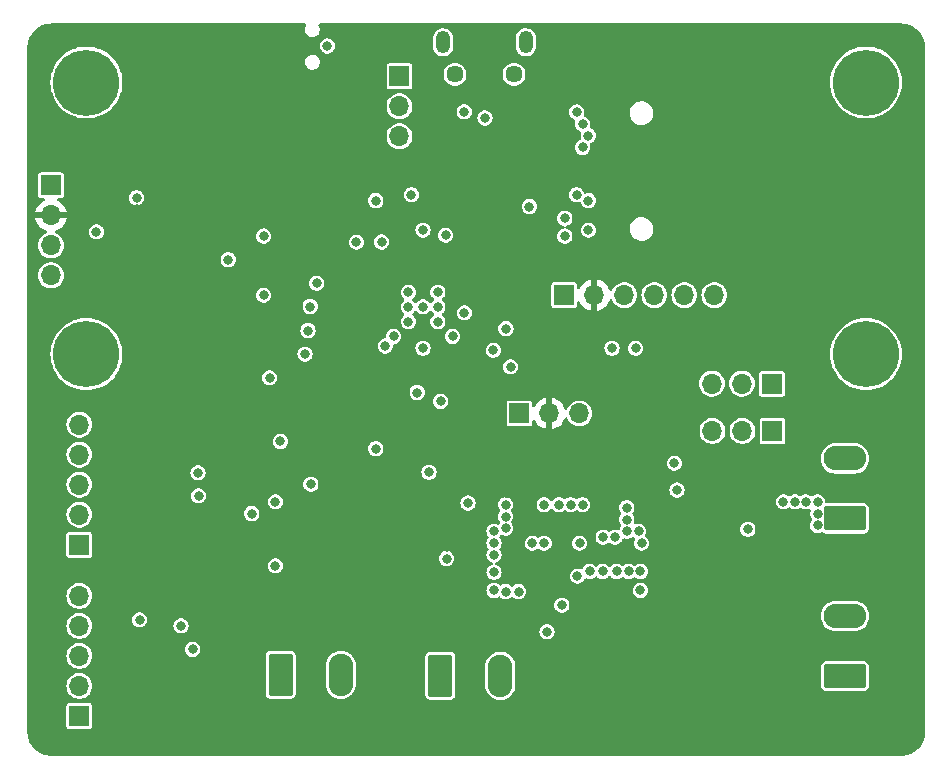
<source format=gbr>
%TF.GenerationSoftware,KiCad,Pcbnew,7.0.8-7.0.8~ubuntu22.04.1*%
%TF.CreationDate,2023-10-29T22:01:30-04:00*%
%TF.ProjectId,esp32_sensor_board,65737033-325f-4736-956e-736f725f626f,rev?*%
%TF.SameCoordinates,Original*%
%TF.FileFunction,Copper,L3,Inr*%
%TF.FilePolarity,Positive*%
%FSLAX46Y46*%
G04 Gerber Fmt 4.6, Leading zero omitted, Abs format (unit mm)*
G04 Created by KiCad (PCBNEW 7.0.8-7.0.8~ubuntu22.04.1) date 2023-10-29 22:01:30*
%MOMM*%
%LPD*%
G01*
G04 APERTURE LIST*
G04 Aperture macros list*
%AMRoundRect*
0 Rectangle with rounded corners*
0 $1 Rounding radius*
0 $2 $3 $4 $5 $6 $7 $8 $9 X,Y pos of 4 corners*
0 Add a 4 corners polygon primitive as box body*
4,1,4,$2,$3,$4,$5,$6,$7,$8,$9,$2,$3,0*
0 Add four circle primitives for the rounded corners*
1,1,$1+$1,$2,$3*
1,1,$1+$1,$4,$5*
1,1,$1+$1,$6,$7*
1,1,$1+$1,$8,$9*
0 Add four rect primitives between the rounded corners*
20,1,$1+$1,$2,$3,$4,$5,0*
20,1,$1+$1,$4,$5,$6,$7,0*
20,1,$1+$1,$6,$7,$8,$9,0*
20,1,$1+$1,$8,$9,$2,$3,0*%
G04 Aperture macros list end*
%TA.AperFunction,ComponentPad*%
%ADD10RoundRect,0.249999X-0.790001X-1.550001X0.790001X-1.550001X0.790001X1.550001X-0.790001X1.550001X0*%
%TD*%
%TA.AperFunction,ComponentPad*%
%ADD11O,2.080000X3.600000*%
%TD*%
%TA.AperFunction,ComponentPad*%
%ADD12R,1.700000X1.700000*%
%TD*%
%TA.AperFunction,ComponentPad*%
%ADD13O,1.700000X1.700000*%
%TD*%
%TA.AperFunction,ComponentPad*%
%ADD14RoundRect,0.249999X1.550001X-0.790001X1.550001X0.790001X-1.550001X0.790001X-1.550001X-0.790001X0*%
%TD*%
%TA.AperFunction,ComponentPad*%
%ADD15O,3.600000X2.080000*%
%TD*%
%TA.AperFunction,ComponentPad*%
%ADD16C,5.600000*%
%TD*%
%TA.AperFunction,ComponentPad*%
%ADD17O,1.200000X1.900000*%
%TD*%
%TA.AperFunction,ComponentPad*%
%ADD18C,1.450000*%
%TD*%
%TA.AperFunction,ViaPad*%
%ADD19C,0.800000*%
%TD*%
G04 APERTURE END LIST*
D10*
%TO.N,GND*%
%TO.C,J103*%
X106960000Y-125150500D03*
D11*
%TO.N,/Vbus2_in*%
X112040000Y-125150500D03*
%TD*%
D12*
%TO.N,GND*%
%TO.C,J502*%
X89900000Y-128630000D03*
D13*
%TO.N,/Load Cell Sensor/S2_P*%
X89900000Y-126090000D03*
%TO.N,/Load Cell Sensor/S2_N*%
X89900000Y-123550000D03*
%TO.N,GND*%
X89900000Y-121010000D03*
%TO.N,/Load Cell Sensor/E_p*%
X89900000Y-118470000D03*
%TD*%
D14*
%TO.N,VIN*%
%TO.C,J102*%
X154722500Y-111910000D03*
D15*
%TO.N,GND*%
X154722500Y-106830000D03*
%TD*%
D12*
%TO.N,GND*%
%TO.C,J201*%
X127156000Y-103020000D03*
D13*
%TO.N,+3.3V*%
X129696000Y-103020000D03*
%TO.N,P_GOOD*%
X132236000Y-103020000D03*
%TD*%
D12*
%TO.N,GND*%
%TO.C,J501*%
X89900000Y-114130000D03*
D13*
%TO.N,/Load Cell Sensor/S1_P*%
X89900000Y-111590000D03*
%TO.N,/Load Cell Sensor/S1_N*%
X89900000Y-109050000D03*
%TO.N,GND*%
X89900000Y-106510000D03*
%TO.N,/Load Cell Sensor/E_p*%
X89900000Y-103970000D03*
%TD*%
D16*
%TO.N,GND*%
%TO.C,H101*%
X90500000Y-98000000D03*
%TD*%
D12*
%TO.N,GND*%
%TO.C,J308*%
X130960000Y-93000000D03*
D13*
%TO.N,+3.3V*%
X133500000Y-93000000D03*
%TO.N,/Microprocessor/SPI_SCK*%
X136040000Y-93000000D03*
%TO.N,/Microprocessor/SPI_COPI*%
X138580000Y-93000000D03*
%TO.N,/Microprocessor/SPI_CIPO*%
X141120000Y-93000000D03*
%TO.N,/Microprocessor/SPI_CS1*%
X143660000Y-93000000D03*
%TD*%
D14*
%TO.N,GND*%
%TO.C,J101*%
X154722500Y-125250000D03*
D15*
%TO.N,/Vbus1_in*%
X154722500Y-120170000D03*
%TD*%
D12*
%TO.N,GND*%
%TO.C,J304*%
X117000000Y-74475000D03*
D13*
%TO.N,/Microprocessor/UART_RX*%
X117000000Y-77015000D03*
%TO.N,/Microprocessor/UART_TX*%
X117000000Y-79555000D03*
%TD*%
D12*
%TO.N,GND*%
%TO.C,J305*%
X148580000Y-104500000D03*
D13*
%TO.N,VIN*%
X146040000Y-104500000D03*
%TO.N,/Microprocessor/EXT_1*%
X143500000Y-104500000D03*
%TD*%
D16*
%TO.N,GND*%
%TO.C,H103*%
X156500000Y-75000000D03*
%TD*%
D12*
%TO.N,GND*%
%TO.C,J306*%
X148525000Y-100500000D03*
D13*
%TO.N,VIN*%
X145985000Y-100500000D03*
%TO.N,/Microprocessor/EXT_2*%
X143445000Y-100500000D03*
%TD*%
D10*
%TO.N,/Vbus2_out*%
%TO.C,J104*%
X120460000Y-125222500D03*
D11*
%TO.N,GND*%
X125540000Y-125222500D03*
%TD*%
D16*
%TO.N,GND*%
%TO.C,H102*%
X156500000Y-98000000D03*
%TD*%
D17*
%TO.N,unconnected-(J301-Shield-Pad6)*%
%TO.C,J301*%
X127700000Y-71602500D03*
D18*
X126700000Y-74302500D03*
X121700000Y-74302500D03*
D17*
X120700000Y-71602500D03*
%TD*%
D16*
%TO.N,GND*%
%TO.C,H104*%
X90500000Y-75000000D03*
%TD*%
D12*
%TO.N,GND*%
%TO.C,J307*%
X87500000Y-83700000D03*
D13*
%TO.N,+3.3V*%
X87500000Y-86240000D03*
%TO.N,/Power Measurement/I2C_SDA*%
X87500000Y-88780000D03*
%TO.N,/Power Measurement/I2C_SCL*%
X87500000Y-91320000D03*
%TD*%
D19*
%TO.N,VIN*%
X126000000Y-118100000D03*
X152400000Y-112500000D03*
X137400000Y-118000000D03*
X152400000Y-111500000D03*
X125000000Y-118000000D03*
X127100000Y-118100000D03*
X151400000Y-110500000D03*
X133100000Y-116400000D03*
X137400000Y-116400000D03*
X136400000Y-116400000D03*
X134200000Y-116400000D03*
X150500000Y-110500000D03*
X135400000Y-116400000D03*
X125010260Y-116475000D03*
X152400000Y-110500000D03*
X149500000Y-110500000D03*
%TO.N,GND*%
X119000000Y-87500000D03*
X130750000Y-119250000D03*
X117750000Y-92750000D03*
X99500000Y-123000000D03*
X115000000Y-85000000D03*
X109000000Y-98000000D03*
X99945000Y-108055000D03*
X98500000Y-121000000D03*
X121004000Y-115310000D03*
X126000000Y-112750000D03*
X105500000Y-93000000D03*
X135000000Y-97500000D03*
X109250000Y-96000000D03*
X136250000Y-113000000D03*
X137000000Y-97500000D03*
X106917351Y-105392045D03*
X106000000Y-100000000D03*
X115500000Y-88500000D03*
X133000000Y-85000000D03*
X125000000Y-114000000D03*
X137500000Y-114000000D03*
X120500000Y-102000000D03*
X109500000Y-109000000D03*
X129500000Y-121500000D03*
X124250000Y-78000000D03*
X95000000Y-120500000D03*
X129250000Y-110750000D03*
X133000000Y-79500000D03*
X135250000Y-113500000D03*
X120250000Y-92750000D03*
X94750000Y-84750000D03*
X126419149Y-99080851D03*
X128250000Y-114000000D03*
X100000000Y-110000000D03*
X118500000Y-101250000D03*
X117750000Y-95250000D03*
X132500000Y-78500000D03*
X118000000Y-84500000D03*
X129250000Y-114000000D03*
X110000000Y-92000000D03*
X136250000Y-111000000D03*
X136250000Y-112000000D03*
X120250000Y-94000000D03*
X126000000Y-111750000D03*
X125000000Y-115000000D03*
X130500000Y-110750000D03*
X146500000Y-112830000D03*
X119000001Y-94000001D03*
X113357793Y-88521022D03*
X126000000Y-110750000D03*
X122481263Y-77481263D03*
X104500000Y-111500000D03*
X134250000Y-113500000D03*
X132250000Y-114000000D03*
X133000000Y-87500000D03*
X137250000Y-113000000D03*
X105500000Y-88000000D03*
X126012653Y-95837347D03*
X109438725Y-93966130D03*
X117750000Y-94000000D03*
X102500000Y-90000000D03*
X120919149Y-87919149D03*
X131500000Y-110750000D03*
X132500000Y-110750000D03*
X120250000Y-95250000D03*
X125000000Y-113000000D03*
%TO.N,+3.3V*%
X110000000Y-111000000D03*
X111000000Y-106500000D03*
X126250000Y-108000000D03*
X124000000Y-83000000D03*
X136250000Y-109750000D03*
X133250000Y-108000000D03*
X132250000Y-108000000D03*
X127250000Y-108000000D03*
X131250000Y-108000000D03*
X115650000Y-90000000D03*
X142500000Y-113330000D03*
X123775619Y-95271945D03*
X134250000Y-108000000D03*
X121004000Y-114310000D03*
X130250000Y-108000000D03*
X119000000Y-106750000D03*
X94750000Y-85750000D03*
X128250000Y-108000000D03*
X112000000Y-99500000D03*
X136000000Y-121500000D03*
X136250000Y-108750000D03*
X129250000Y-108000000D03*
X126000000Y-109750000D03*
X133000000Y-83000000D03*
X135250000Y-108000000D03*
X104500000Y-113500000D03*
X119750000Y-98250000D03*
X125284595Y-108034595D03*
%TO.N,/Microprocessor/CHIP_EN*%
X115800000Y-97305000D03*
X110900000Y-71905000D03*
%TO.N,/Microprocessor/SD_CS*%
X132000000Y-84500000D03*
X132500000Y-80500000D03*
%TO.N,/Microprocessor/SPI_CIPO*%
X128000000Y-85500000D03*
X131000000Y-88000000D03*
%TO.N,/Microprocessor/SD_DET*%
X132000000Y-77500000D03*
X131000000Y-86500000D03*
%TO.N,P_GOOD*%
X132074500Y-116800000D03*
X122800000Y-110600000D03*
%TO.N,/Microprocessor/EXT_1*%
X116500000Y-96500000D03*
%TO.N,/Microprocessor/EXT_2*%
X121500000Y-96500000D03*
%TO.N,/Microprocessor/SPI_CS1*%
X122500000Y-94500000D03*
%TO.N,/Power Measurement/I2C_SCL*%
X140500000Y-109500000D03*
X91350000Y-87650000D03*
X106500000Y-115920000D03*
X140273198Y-107226802D03*
X106500000Y-110500000D03*
%TO.N,/Power Measurement/I2C_SDA*%
X119500000Y-108000000D03*
X115000000Y-106000000D03*
%TO.N,/Microprocessor/STATUS_LED*%
X124944857Y-97675000D03*
X119000000Y-97500000D03*
%TD*%
%TA.AperFunction,Conductor*%
%TO.N,+3.3V*%
G36*
X109060801Y-70020185D02*
G01*
X109106556Y-70072989D01*
X109116500Y-70142147D01*
X109100669Y-70184964D01*
X109100997Y-70185118D01*
X109099205Y-70188924D01*
X109098461Y-70190939D01*
X109097674Y-70192177D01*
X109030387Y-70335171D01*
X109030385Y-70335174D01*
X109014551Y-70418183D01*
X109000773Y-70490412D01*
X109000773Y-70490414D01*
X109000773Y-70490415D01*
X109010696Y-70648137D01*
X109010696Y-70648140D01*
X109040820Y-70740849D01*
X109059533Y-70798441D01*
X109144214Y-70931877D01*
X109259418Y-71040062D01*
X109259420Y-71040063D01*
X109259422Y-71040065D01*
X109397904Y-71116195D01*
X109397908Y-71116197D01*
X109550981Y-71155500D01*
X109550984Y-71155500D01*
X109669348Y-71155500D01*
X109669350Y-71155500D01*
X109669355Y-71155499D01*
X109669359Y-71155499D01*
X109682088Y-71153890D01*
X109786792Y-71140664D01*
X109933732Y-71082486D01*
X109933739Y-71082481D01*
X110061583Y-70989597D01*
X110061584Y-70989596D01*
X110061583Y-70989596D01*
X110061587Y-70989594D01*
X110162324Y-70867823D01*
X110229614Y-70724826D01*
X110259227Y-70569588D01*
X110249304Y-70411862D01*
X110200467Y-70261559D01*
X110177630Y-70225573D01*
X110155653Y-70190943D01*
X110136351Y-70123792D01*
X110156418Y-70056866D01*
X110209482Y-70011413D01*
X110260349Y-70000500D01*
X159497964Y-70000500D01*
X159502019Y-70000633D01*
X159537198Y-70002938D01*
X159583708Y-70005986D01*
X159765459Y-70018985D01*
X159773100Y-70020015D01*
X159866738Y-70038641D01*
X159889420Y-70043153D01*
X159915023Y-70048722D01*
X160033666Y-70074531D01*
X160040383Y-70076395D01*
X160159437Y-70116809D01*
X160256671Y-70153076D01*
X160291741Y-70166157D01*
X160297499Y-70168643D01*
X160412952Y-70225578D01*
X160534906Y-70292170D01*
X160539634Y-70295032D01*
X160599711Y-70335174D01*
X160646649Y-70366537D01*
X160649358Y-70368454D01*
X160758652Y-70450271D01*
X160762345Y-70453265D01*
X160821941Y-70505529D01*
X160859502Y-70538469D01*
X160862448Y-70541228D01*
X160958769Y-70637549D01*
X160961526Y-70640492D01*
X161046729Y-70737648D01*
X161049732Y-70741353D01*
X161101564Y-70810592D01*
X161131543Y-70850639D01*
X161133461Y-70853349D01*
X161204962Y-70960357D01*
X161207828Y-70965091D01*
X161274421Y-71087047D01*
X161331355Y-71202499D01*
X161333841Y-71208257D01*
X161354820Y-71264500D01*
X161383196Y-71340578D01*
X161388289Y-71355581D01*
X161423597Y-71459596D01*
X161425472Y-71466352D01*
X161456846Y-71610579D01*
X161479980Y-71726880D01*
X161481015Y-71734560D01*
X161494017Y-71916350D01*
X161496531Y-71954709D01*
X161497786Y-71973857D01*
X161499367Y-71997966D01*
X161499500Y-72002023D01*
X161499500Y-129997975D01*
X161499367Y-130002032D01*
X161494017Y-130083648D01*
X161481015Y-130265438D01*
X161479980Y-130273118D01*
X161456846Y-130389420D01*
X161425472Y-130533646D01*
X161423597Y-130540401D01*
X161389297Y-130641448D01*
X161383208Y-130659388D01*
X161383195Y-130659425D01*
X161333841Y-130791741D01*
X161331355Y-130797499D01*
X161274421Y-130912952D01*
X161207828Y-131034907D01*
X161204961Y-131039641D01*
X161133461Y-131146649D01*
X161131543Y-131149359D01*
X161049744Y-131258631D01*
X161046723Y-131262357D01*
X160961529Y-131359502D01*
X160958755Y-131362464D01*
X160862464Y-131458755D01*
X160859502Y-131461529D01*
X160762357Y-131546723D01*
X160758631Y-131549744D01*
X160649359Y-131631543D01*
X160646649Y-131633461D01*
X160539641Y-131704961D01*
X160534907Y-131707828D01*
X160412952Y-131774421D01*
X160297499Y-131831355D01*
X160291741Y-131833841D01*
X160170956Y-131878893D01*
X160159418Y-131883197D01*
X160040401Y-131923597D01*
X160033646Y-131925472D01*
X159889420Y-131956846D01*
X159773118Y-131979980D01*
X159765438Y-131981015D01*
X159583648Y-131994017D01*
X159532582Y-131997364D01*
X159502025Y-131999367D01*
X159497976Y-131999500D01*
X87502024Y-131999500D01*
X87497974Y-131999367D01*
X87459954Y-131996875D01*
X87416350Y-131994017D01*
X87234560Y-131981015D01*
X87226880Y-131979980D01*
X87110579Y-131956846D01*
X86966352Y-131925472D01*
X86959596Y-131923597D01*
X86927881Y-131912831D01*
X86840578Y-131883196D01*
X86805768Y-131870212D01*
X86708257Y-131833841D01*
X86702499Y-131831355D01*
X86587047Y-131774421D01*
X86465091Y-131707828D01*
X86460357Y-131704962D01*
X86353349Y-131633461D01*
X86350639Y-131631543D01*
X86310592Y-131601564D01*
X86241353Y-131549732D01*
X86237648Y-131546729D01*
X86140492Y-131461526D01*
X86137549Y-131458769D01*
X86041228Y-131362448D01*
X86038469Y-131359502D01*
X86005450Y-131321851D01*
X85953265Y-131262345D01*
X85950271Y-131258652D01*
X85868454Y-131149358D01*
X85866537Y-131146649D01*
X85795036Y-131039641D01*
X85792170Y-131034906D01*
X85725578Y-130912952D01*
X85668643Y-130797499D01*
X85666157Y-130791741D01*
X85653076Y-130756671D01*
X85616805Y-130659425D01*
X85576395Y-130540383D01*
X85574531Y-130533666D01*
X85543153Y-130389420D01*
X85538641Y-130366738D01*
X85520015Y-130273100D01*
X85518985Y-130265459D01*
X85505986Y-130083708D01*
X85502938Y-130037198D01*
X85500633Y-130002019D01*
X85500500Y-129997964D01*
X85500500Y-129503692D01*
X88809500Y-129503692D01*
X88823452Y-129573834D01*
X88823453Y-129573837D01*
X88823454Y-129573839D01*
X88876609Y-129653391D01*
X88956161Y-129706546D01*
X88956164Y-129706546D01*
X88956165Y-129706547D01*
X89026307Y-129720499D01*
X89026310Y-129720500D01*
X89026312Y-129720500D01*
X90773690Y-129720500D01*
X90773691Y-129720499D01*
X90843839Y-129706546D01*
X90923391Y-129653391D01*
X90976546Y-129573839D01*
X90990500Y-129503688D01*
X90990500Y-127756312D01*
X90990500Y-127756309D01*
X90990499Y-127756307D01*
X90976547Y-127686165D01*
X90976546Y-127686164D01*
X90976546Y-127686161D01*
X90923391Y-127606609D01*
X90843839Y-127553454D01*
X90843837Y-127553453D01*
X90843834Y-127553452D01*
X90773691Y-127539500D01*
X90773688Y-127539500D01*
X89026312Y-127539500D01*
X89026309Y-127539500D01*
X88956165Y-127553452D01*
X88956161Y-127553454D01*
X88876609Y-127606609D01*
X88823454Y-127686161D01*
X88823452Y-127686165D01*
X88809500Y-127756307D01*
X88809500Y-129503692D01*
X85500500Y-129503692D01*
X85500500Y-126090000D01*
X88804828Y-126090000D01*
X88823474Y-126291236D01*
X88878782Y-126485619D01*
X88878787Y-126485632D01*
X88968866Y-126666534D01*
X89090659Y-126827815D01*
X89240010Y-126963965D01*
X89240012Y-126963967D01*
X89411836Y-127070356D01*
X89411842Y-127070359D01*
X89451764Y-127085824D01*
X89600292Y-127143365D01*
X89798950Y-127180500D01*
X89798953Y-127180500D01*
X90001047Y-127180500D01*
X90001050Y-127180500D01*
X90199708Y-127143365D01*
X90388160Y-127070358D01*
X90559989Y-126963966D01*
X90709342Y-126827813D01*
X90770055Y-126747416D01*
X105679500Y-126747416D01*
X105685781Y-126805836D01*
X105685781Y-126805838D01*
X105685782Y-126805839D01*
X105735069Y-126937986D01*
X105735070Y-126937988D01*
X105735071Y-126937989D01*
X105819597Y-127050903D01*
X105909727Y-127118373D01*
X105932511Y-127135429D01*
X105932513Y-127135430D01*
X105953783Y-127143363D01*
X106064664Y-127184719D01*
X106123084Y-127191000D01*
X106123094Y-127191000D01*
X107796906Y-127191000D01*
X107796916Y-127191000D01*
X107855336Y-127184719D01*
X107987489Y-127135429D01*
X108100403Y-127050903D01*
X108184929Y-126937989D01*
X108234219Y-126805836D01*
X108240500Y-126747416D01*
X108240500Y-125966404D01*
X110759500Y-125966404D01*
X110774136Y-126133701D01*
X110774137Y-126133708D01*
X110832126Y-126350125D01*
X110832127Y-126350127D01*
X110832128Y-126350130D01*
X110895308Y-126485619D01*
X110926818Y-126553193D01*
X110926819Y-126553195D01*
X111055331Y-126736731D01*
X111055332Y-126736732D01*
X111055333Y-126736733D01*
X111213767Y-126895167D01*
X111213770Y-126895169D01*
X111213771Y-126895170D01*
X111397299Y-127023678D01*
X111397301Y-127023679D01*
X111397304Y-127023681D01*
X111600370Y-127118372D01*
X111816794Y-127176363D01*
X111976226Y-127190311D01*
X112039998Y-127195891D01*
X112040000Y-127195891D01*
X112040002Y-127195891D01*
X112103105Y-127190370D01*
X112263206Y-127176363D01*
X112479630Y-127118372D01*
X112682695Y-127023681D01*
X112866233Y-126895167D01*
X112941984Y-126819416D01*
X119179500Y-126819416D01*
X119185781Y-126877836D01*
X119185781Y-126877838D01*
X119185782Y-126877839D01*
X119235069Y-127009986D01*
X119235070Y-127009988D01*
X119235071Y-127009989D01*
X119319597Y-127122903D01*
X119417098Y-127195891D01*
X119432511Y-127207429D01*
X119432513Y-127207430D01*
X119476562Y-127223859D01*
X119564664Y-127256719D01*
X119623084Y-127263000D01*
X119623094Y-127263000D01*
X121296906Y-127263000D01*
X121296916Y-127263000D01*
X121355336Y-127256719D01*
X121487489Y-127207429D01*
X121600403Y-127122903D01*
X121684929Y-127009989D01*
X121734219Y-126877836D01*
X121740500Y-126819416D01*
X121740500Y-126038404D01*
X124259500Y-126038404D01*
X124274136Y-126205701D01*
X124274137Y-126205708D01*
X124332126Y-126422125D01*
X124332127Y-126422127D01*
X124332128Y-126422130D01*
X124382662Y-126530500D01*
X124426818Y-126625193D01*
X124426819Y-126625195D01*
X124555331Y-126808731D01*
X124555332Y-126808732D01*
X124555333Y-126808733D01*
X124713767Y-126967167D01*
X124713770Y-126967169D01*
X124713771Y-126967170D01*
X124897299Y-127095678D01*
X124897301Y-127095679D01*
X124897304Y-127095681D01*
X125100370Y-127190372D01*
X125316794Y-127248363D01*
X125476226Y-127262311D01*
X125539998Y-127267891D01*
X125540000Y-127267891D01*
X125540002Y-127267891D01*
X125595916Y-127262999D01*
X125763206Y-127248363D01*
X125979630Y-127190372D01*
X126182695Y-127095681D01*
X126366233Y-126967167D01*
X126524667Y-126808733D01*
X126653181Y-126625195D01*
X126747872Y-126422130D01*
X126805863Y-126205706D01*
X126816256Y-126086916D01*
X152682000Y-126086916D01*
X152688281Y-126145336D01*
X152688281Y-126145338D01*
X152688282Y-126145339D01*
X152737569Y-126277486D01*
X152737570Y-126277488D01*
X152758821Y-126305876D01*
X152822097Y-126390403D01*
X152935011Y-126474929D01*
X152935013Y-126474930D01*
X152963672Y-126485619D01*
X153067164Y-126524219D01*
X153125584Y-126530500D01*
X153125594Y-126530500D01*
X156319406Y-126530500D01*
X156319416Y-126530500D01*
X156377836Y-126524219D01*
X156509989Y-126474929D01*
X156622903Y-126390403D01*
X156707429Y-126277489D01*
X156756719Y-126145336D01*
X156763000Y-126086916D01*
X156763000Y-124413084D01*
X156756719Y-124354664D01*
X156707429Y-124222511D01*
X156622903Y-124109597D01*
X156509989Y-124025071D01*
X156509988Y-124025070D01*
X156509986Y-124025069D01*
X156377839Y-123975782D01*
X156377838Y-123975781D01*
X156377836Y-123975781D01*
X156319416Y-123969500D01*
X153125584Y-123969500D01*
X153067164Y-123975781D01*
X153067161Y-123975781D01*
X153067160Y-123975782D01*
X152935013Y-124025069D01*
X152935011Y-124025070D01*
X152822097Y-124109597D01*
X152737570Y-124222511D01*
X152737569Y-124222513D01*
X152688282Y-124354660D01*
X152688281Y-124354664D01*
X152682000Y-124413084D01*
X152682000Y-126086916D01*
X126816256Y-126086916D01*
X126820500Y-126038404D01*
X126820500Y-124406596D01*
X126805863Y-124239294D01*
X126747872Y-124022870D01*
X126653181Y-123819805D01*
X126524667Y-123636267D01*
X126366233Y-123477833D01*
X126366229Y-123477830D01*
X126366228Y-123477829D01*
X126182700Y-123349321D01*
X126182696Y-123349319D01*
X126076594Y-123299843D01*
X125979630Y-123254628D01*
X125979627Y-123254627D01*
X125979625Y-123254626D01*
X125763208Y-123196637D01*
X125763200Y-123196636D01*
X125540002Y-123177109D01*
X125539998Y-123177109D01*
X125316799Y-123196636D01*
X125316791Y-123196637D01*
X125100374Y-123254626D01*
X125100368Y-123254629D01*
X124897306Y-123349318D01*
X124897304Y-123349319D01*
X124713764Y-123477834D01*
X124555334Y-123636264D01*
X124426819Y-123819804D01*
X124426818Y-123819806D01*
X124332129Y-124022868D01*
X124332126Y-124022874D01*
X124274137Y-124239291D01*
X124274136Y-124239298D01*
X124259500Y-124406596D01*
X124259500Y-126038404D01*
X121740500Y-126038404D01*
X121740500Y-123625584D01*
X121734219Y-123567164D01*
X121684929Y-123435011D01*
X121600403Y-123322097D01*
X121487489Y-123237571D01*
X121487488Y-123237570D01*
X121487486Y-123237569D01*
X121355339Y-123188282D01*
X121355338Y-123188281D01*
X121355336Y-123188281D01*
X121296916Y-123182000D01*
X119623084Y-123182000D01*
X119564664Y-123188281D01*
X119564661Y-123188281D01*
X119564660Y-123188282D01*
X119432513Y-123237569D01*
X119432511Y-123237570D01*
X119319597Y-123322097D01*
X119235070Y-123435011D01*
X119235069Y-123435013D01*
X119186861Y-123564268D01*
X119185781Y-123567164D01*
X119179500Y-123625584D01*
X119179500Y-126819416D01*
X112941984Y-126819416D01*
X113024667Y-126736733D01*
X113153181Y-126553195D01*
X113247872Y-126350130D01*
X113305863Y-126133706D01*
X113320500Y-125966404D01*
X113320500Y-124334596D01*
X113305863Y-124167294D01*
X113247872Y-123950870D01*
X113153181Y-123747805D01*
X113051981Y-123603276D01*
X113024668Y-123564268D01*
X112955560Y-123495160D01*
X112866233Y-123405833D01*
X112866229Y-123405830D01*
X112866228Y-123405829D01*
X112682700Y-123277321D01*
X112682696Y-123277319D01*
X112634035Y-123254628D01*
X112479630Y-123182628D01*
X112479627Y-123182627D01*
X112479625Y-123182626D01*
X112263208Y-123124637D01*
X112263200Y-123124636D01*
X112040002Y-123105109D01*
X112039998Y-123105109D01*
X111816799Y-123124636D01*
X111816791Y-123124637D01*
X111600374Y-123182626D01*
X111600368Y-123182629D01*
X111397306Y-123277318D01*
X111397304Y-123277319D01*
X111213764Y-123405834D01*
X111055334Y-123564264D01*
X110926819Y-123747804D01*
X110926818Y-123747806D01*
X110832129Y-123950868D01*
X110832126Y-123950874D01*
X110774137Y-124167291D01*
X110774136Y-124167298D01*
X110759500Y-124334596D01*
X110759500Y-125966404D01*
X108240500Y-125966404D01*
X108240500Y-123553584D01*
X108234219Y-123495164D01*
X108184929Y-123363011D01*
X108100403Y-123250097D01*
X107987489Y-123165571D01*
X107987488Y-123165570D01*
X107987486Y-123165569D01*
X107855339Y-123116282D01*
X107855338Y-123116281D01*
X107855336Y-123116281D01*
X107796916Y-123110000D01*
X106123084Y-123110000D01*
X106064664Y-123116281D01*
X106064661Y-123116281D01*
X106064660Y-123116282D01*
X105932513Y-123165569D01*
X105932511Y-123165570D01*
X105819597Y-123250097D01*
X105735070Y-123363011D01*
X105735069Y-123363013D01*
X105685782Y-123495160D01*
X105685781Y-123495164D01*
X105679500Y-123553584D01*
X105679500Y-126747416D01*
X90770055Y-126747416D01*
X90831134Y-126666534D01*
X90921217Y-126485622D01*
X90976525Y-126291237D01*
X90995172Y-126090000D01*
X90976525Y-125888763D01*
X90921217Y-125694378D01*
X90831134Y-125513466D01*
X90709342Y-125352187D01*
X90709340Y-125352184D01*
X90559989Y-125216034D01*
X90559987Y-125216032D01*
X90388163Y-125109643D01*
X90388157Y-125109640D01*
X90239632Y-125052101D01*
X90199708Y-125036635D01*
X90001050Y-124999500D01*
X89798950Y-124999500D01*
X89600292Y-125036635D01*
X89600289Y-125036635D01*
X89600289Y-125036636D01*
X89411842Y-125109640D01*
X89411836Y-125109643D01*
X89240012Y-125216032D01*
X89240010Y-125216034D01*
X89090659Y-125352184D01*
X88968866Y-125513465D01*
X88878787Y-125694367D01*
X88878782Y-125694380D01*
X88823474Y-125888763D01*
X88804828Y-126089999D01*
X88804828Y-126090000D01*
X85500500Y-126090000D01*
X85500500Y-123550000D01*
X88804828Y-123550000D01*
X88823474Y-123751236D01*
X88878782Y-123945619D01*
X88878787Y-123945632D01*
X88968866Y-124126534D01*
X89090659Y-124287815D01*
X89240010Y-124423965D01*
X89240012Y-124423967D01*
X89411836Y-124530356D01*
X89411842Y-124530359D01*
X89451764Y-124545824D01*
X89600292Y-124603365D01*
X89798950Y-124640500D01*
X89798953Y-124640500D01*
X90001047Y-124640500D01*
X90001050Y-124640500D01*
X90199708Y-124603365D01*
X90388160Y-124530358D01*
X90559989Y-124423966D01*
X90709342Y-124287813D01*
X90831134Y-124126534D01*
X90921217Y-123945622D01*
X90976525Y-123751237D01*
X90995172Y-123550000D01*
X90988484Y-123477829D01*
X90976525Y-123348763D01*
X90949740Y-123254626D01*
X90921217Y-123154378D01*
X90906407Y-123124636D01*
X90844346Y-123000000D01*
X98854796Y-123000000D01*
X98873543Y-123154406D01*
X98928701Y-123299843D01*
X98962852Y-123349319D01*
X99017058Y-123427849D01*
X99017060Y-123427851D01*
X99017062Y-123427853D01*
X99133480Y-123530991D01*
X99133482Y-123530992D01*
X99271208Y-123603276D01*
X99422229Y-123640500D01*
X99422230Y-123640500D01*
X99577770Y-123640500D01*
X99577771Y-123640500D01*
X99728792Y-123603276D01*
X99866518Y-123530992D01*
X99982942Y-123427849D01*
X100071300Y-123299841D01*
X100126456Y-123154407D01*
X100145204Y-123000000D01*
X100126456Y-122845593D01*
X100071300Y-122700159D01*
X99982942Y-122572151D01*
X99982939Y-122572148D01*
X99982937Y-122572146D01*
X99866519Y-122469008D01*
X99728790Y-122396723D01*
X99627169Y-122371675D01*
X99577771Y-122359500D01*
X99422229Y-122359500D01*
X99385006Y-122368674D01*
X99271209Y-122396723D01*
X99133480Y-122469008D01*
X99017062Y-122572146D01*
X99017056Y-122572153D01*
X98928701Y-122700156D01*
X98873543Y-122845593D01*
X98854796Y-123000000D01*
X90844346Y-123000000D01*
X90831134Y-122973466D01*
X90709342Y-122812187D01*
X90709340Y-122812184D01*
X90559989Y-122676034D01*
X90559987Y-122676032D01*
X90388163Y-122569643D01*
X90388157Y-122569640D01*
X90239632Y-122512101D01*
X90199708Y-122496635D01*
X90001050Y-122459500D01*
X89798950Y-122459500D01*
X89600292Y-122496635D01*
X89600289Y-122496635D01*
X89600289Y-122496636D01*
X89411842Y-122569640D01*
X89411836Y-122569643D01*
X89240012Y-122676032D01*
X89240010Y-122676034D01*
X89090659Y-122812184D01*
X88968866Y-122973465D01*
X88878787Y-123154367D01*
X88878782Y-123154380D01*
X88823474Y-123348763D01*
X88804828Y-123549999D01*
X88804828Y-123550000D01*
X85500500Y-123550000D01*
X85500500Y-121010000D01*
X88804828Y-121010000D01*
X88823474Y-121211236D01*
X88878782Y-121405619D01*
X88878787Y-121405632D01*
X88968866Y-121586534D01*
X89090659Y-121747815D01*
X89240010Y-121883965D01*
X89240012Y-121883967D01*
X89411836Y-121990356D01*
X89411842Y-121990359D01*
X89451764Y-122005824D01*
X89600292Y-122063365D01*
X89798950Y-122100500D01*
X89798953Y-122100500D01*
X90001047Y-122100500D01*
X90001050Y-122100500D01*
X90199708Y-122063365D01*
X90388160Y-121990358D01*
X90559989Y-121883966D01*
X90709342Y-121747813D01*
X90831134Y-121586534D01*
X90921217Y-121405622D01*
X90976525Y-121211237D01*
X90995172Y-121010000D01*
X90987559Y-120927846D01*
X90976525Y-120808763D01*
X90932606Y-120654406D01*
X90921217Y-120614378D01*
X90918853Y-120609631D01*
X90864264Y-120500000D01*
X94354796Y-120500000D01*
X94373543Y-120654406D01*
X94428701Y-120799843D01*
X94437573Y-120812696D01*
X94517058Y-120927849D01*
X94517060Y-120927851D01*
X94517062Y-120927853D01*
X94633480Y-121030991D01*
X94633482Y-121030992D01*
X94771208Y-121103276D01*
X94922229Y-121140500D01*
X94922230Y-121140500D01*
X95077770Y-121140500D01*
X95077771Y-121140500D01*
X95228792Y-121103276D01*
X95366518Y-121030992D01*
X95401501Y-121000000D01*
X97854796Y-121000000D01*
X97873543Y-121154406D01*
X97890894Y-121200156D01*
X97928700Y-121299841D01*
X98017058Y-121427849D01*
X98017060Y-121427851D01*
X98017062Y-121427853D01*
X98133480Y-121530991D01*
X98133482Y-121530992D01*
X98271208Y-121603276D01*
X98422229Y-121640500D01*
X98422230Y-121640500D01*
X98577770Y-121640500D01*
X98577771Y-121640500D01*
X98728792Y-121603276D01*
X98866518Y-121530992D01*
X98901501Y-121500000D01*
X128854796Y-121500000D01*
X128873543Y-121654406D01*
X128908968Y-121747813D01*
X128928700Y-121799841D01*
X129017058Y-121927849D01*
X129017060Y-121927851D01*
X129017062Y-121927853D01*
X129133480Y-122030991D01*
X129133482Y-122030992D01*
X129271208Y-122103276D01*
X129422229Y-122140500D01*
X129422230Y-122140500D01*
X129577770Y-122140500D01*
X129577771Y-122140500D01*
X129728792Y-122103276D01*
X129866518Y-122030992D01*
X129982942Y-121927849D01*
X130071300Y-121799841D01*
X130126456Y-121654407D01*
X130145204Y-121500000D01*
X130126456Y-121345593D01*
X130071300Y-121200159D01*
X129982942Y-121072151D01*
X129982939Y-121072148D01*
X129982937Y-121072146D01*
X129866519Y-120969008D01*
X129728790Y-120896723D01*
X129627169Y-120871675D01*
X129577771Y-120859500D01*
X129422229Y-120859500D01*
X129385006Y-120868674D01*
X129271209Y-120896723D01*
X129133480Y-120969008D01*
X129017062Y-121072146D01*
X129017056Y-121072153D01*
X128928701Y-121200156D01*
X128873543Y-121345593D01*
X128854796Y-121500000D01*
X98901501Y-121500000D01*
X98982942Y-121427849D01*
X99071300Y-121299841D01*
X99126456Y-121154407D01*
X99145204Y-121000000D01*
X99126456Y-120845593D01*
X99071300Y-120700159D01*
X98982942Y-120572151D01*
X98982939Y-120572148D01*
X98982937Y-120572146D01*
X98866519Y-120469008D01*
X98728790Y-120396723D01*
X98627169Y-120371675D01*
X98577771Y-120359500D01*
X98422229Y-120359500D01*
X98385006Y-120368674D01*
X98271209Y-120396723D01*
X98133480Y-120469008D01*
X98017062Y-120572146D01*
X98017056Y-120572153D01*
X97928701Y-120700156D01*
X97873543Y-120845593D01*
X97854796Y-121000000D01*
X95401501Y-121000000D01*
X95482942Y-120927849D01*
X95571300Y-120799841D01*
X95626456Y-120654407D01*
X95645204Y-120500000D01*
X95626456Y-120345593D01*
X95571300Y-120200159D01*
X95550483Y-120170001D01*
X152677109Y-120170001D01*
X152696636Y-120393200D01*
X152696637Y-120393208D01*
X152754626Y-120609625D01*
X152754627Y-120609627D01*
X152754628Y-120609630D01*
X152838703Y-120789929D01*
X152849318Y-120812693D01*
X152849319Y-120812695D01*
X152977834Y-120996235D01*
X153136264Y-121154665D01*
X153136267Y-121154667D01*
X153319805Y-121283181D01*
X153522870Y-121377872D01*
X153739294Y-121435863D01*
X153906596Y-121450500D01*
X155538404Y-121450500D01*
X155705706Y-121435863D01*
X155922130Y-121377872D01*
X156125195Y-121283181D01*
X156308733Y-121154667D01*
X156467167Y-120996233D01*
X156595681Y-120812696D01*
X156690372Y-120609630D01*
X156748363Y-120393206D01*
X156767891Y-120170000D01*
X156748363Y-119946794D01*
X156690372Y-119730370D01*
X156595681Y-119527305D01*
X156467167Y-119343767D01*
X156467165Y-119343764D01*
X156308735Y-119185334D01*
X156125195Y-119056819D01*
X156125193Y-119056818D01*
X156102429Y-119046203D01*
X155922130Y-118962128D01*
X155922127Y-118962127D01*
X155922125Y-118962126D01*
X155705708Y-118904137D01*
X155705701Y-118904136D01*
X155538404Y-118889500D01*
X153906596Y-118889500D01*
X153739298Y-118904136D01*
X153739291Y-118904137D01*
X153522874Y-118962126D01*
X153522868Y-118962129D01*
X153319806Y-119056818D01*
X153319804Y-119056819D01*
X153136268Y-119185331D01*
X152977829Y-119343771D01*
X152849321Y-119527299D01*
X152849319Y-119527303D01*
X152754629Y-119730368D01*
X152754626Y-119730374D01*
X152696637Y-119946791D01*
X152696636Y-119946799D01*
X152677109Y-120169998D01*
X152677109Y-120170001D01*
X95550483Y-120170001D01*
X95482942Y-120072151D01*
X95482939Y-120072148D01*
X95482937Y-120072146D01*
X95366519Y-119969008D01*
X95228790Y-119896723D01*
X95127169Y-119871675D01*
X95077771Y-119859500D01*
X94922229Y-119859500D01*
X94885006Y-119868674D01*
X94771209Y-119896723D01*
X94633480Y-119969008D01*
X94517062Y-120072146D01*
X94517056Y-120072153D01*
X94428701Y-120200156D01*
X94373543Y-120345593D01*
X94354796Y-120500000D01*
X90864264Y-120500000D01*
X90831134Y-120433466D01*
X90709342Y-120272187D01*
X90709340Y-120272184D01*
X90559989Y-120136034D01*
X90559987Y-120136032D01*
X90388163Y-120029643D01*
X90388157Y-120029640D01*
X90231646Y-119969008D01*
X90199708Y-119956635D01*
X90001050Y-119919500D01*
X89798950Y-119919500D01*
X89600292Y-119956635D01*
X89600289Y-119956635D01*
X89600289Y-119956636D01*
X89411842Y-120029640D01*
X89411836Y-120029643D01*
X89240012Y-120136032D01*
X89240010Y-120136034D01*
X89090659Y-120272184D01*
X88968866Y-120433465D01*
X88878787Y-120614367D01*
X88878782Y-120614380D01*
X88823474Y-120808763D01*
X88804828Y-121009999D01*
X88804828Y-121010000D01*
X85500500Y-121010000D01*
X85500500Y-118470000D01*
X88804828Y-118470000D01*
X88823474Y-118671236D01*
X88878782Y-118865619D01*
X88878787Y-118865632D01*
X88968866Y-119046534D01*
X89090659Y-119207815D01*
X89228792Y-119333739D01*
X89239789Y-119343764D01*
X89240010Y-119343965D01*
X89240012Y-119343967D01*
X89411836Y-119450356D01*
X89411842Y-119450359D01*
X89451764Y-119465824D01*
X89600292Y-119523365D01*
X89798950Y-119560500D01*
X89798953Y-119560500D01*
X90001047Y-119560500D01*
X90001050Y-119560500D01*
X90199708Y-119523365D01*
X90388160Y-119450358D01*
X90559989Y-119343966D01*
X90663065Y-119250000D01*
X130104796Y-119250000D01*
X130123543Y-119404406D01*
X130140970Y-119450356D01*
X130178700Y-119549841D01*
X130267058Y-119677849D01*
X130267060Y-119677851D01*
X130267062Y-119677853D01*
X130383480Y-119780991D01*
X130383482Y-119780992D01*
X130521208Y-119853276D01*
X130672229Y-119890500D01*
X130672230Y-119890500D01*
X130827770Y-119890500D01*
X130827771Y-119890500D01*
X130978792Y-119853276D01*
X131116518Y-119780992D01*
X131232942Y-119677849D01*
X131321300Y-119549841D01*
X131376456Y-119404407D01*
X131395204Y-119250000D01*
X131376456Y-119095593D01*
X131321300Y-118950159D01*
X131232942Y-118822151D01*
X131232939Y-118822148D01*
X131232937Y-118822146D01*
X131116519Y-118719008D01*
X130978790Y-118646723D01*
X130877169Y-118621675D01*
X130827771Y-118609500D01*
X130672229Y-118609500D01*
X130635006Y-118618674D01*
X130521209Y-118646723D01*
X130383480Y-118719008D01*
X130267062Y-118822146D01*
X130267056Y-118822153D01*
X130178701Y-118950156D01*
X130123543Y-119095593D01*
X130104796Y-119250000D01*
X90663065Y-119250000D01*
X90709342Y-119207813D01*
X90831134Y-119046534D01*
X90921217Y-118865622D01*
X90976525Y-118671237D01*
X90995172Y-118470000D01*
X90993044Y-118447040D01*
X90976525Y-118268763D01*
X90972440Y-118254406D01*
X90921217Y-118074378D01*
X90884181Y-118000000D01*
X124354796Y-118000000D01*
X124373543Y-118154406D01*
X124411469Y-118254406D01*
X124428700Y-118299841D01*
X124517058Y-118427849D01*
X124517060Y-118427851D01*
X124517062Y-118427853D01*
X124633480Y-118530991D01*
X124633482Y-118530992D01*
X124771208Y-118603276D01*
X124922229Y-118640500D01*
X124922230Y-118640500D01*
X125077770Y-118640500D01*
X125077771Y-118640500D01*
X125228792Y-118603276D01*
X125366518Y-118530992D01*
X125366521Y-118530989D01*
X125372690Y-118526732D01*
X125374538Y-118529410D01*
X125424382Y-118505890D01*
X125493660Y-118514969D01*
X125525782Y-118535578D01*
X125633482Y-118630992D01*
X125771208Y-118703276D01*
X125922229Y-118740500D01*
X125922230Y-118740500D01*
X126077770Y-118740500D01*
X126077771Y-118740500D01*
X126228792Y-118703276D01*
X126366518Y-118630992D01*
X126467773Y-118541288D01*
X126531006Y-118511566D01*
X126600269Y-118520750D01*
X126632227Y-118541288D01*
X126733480Y-118630991D01*
X126733482Y-118630992D01*
X126871208Y-118703276D01*
X127022229Y-118740500D01*
X127022230Y-118740500D01*
X127177770Y-118740500D01*
X127177771Y-118740500D01*
X127328792Y-118703276D01*
X127466518Y-118630992D01*
X127582942Y-118527849D01*
X127671300Y-118399841D01*
X127726456Y-118254407D01*
X127745204Y-118100000D01*
X127733062Y-118000000D01*
X136754796Y-118000000D01*
X136773543Y-118154406D01*
X136811469Y-118254406D01*
X136828700Y-118299841D01*
X136917058Y-118427849D01*
X136917060Y-118427851D01*
X136917062Y-118427853D01*
X137033480Y-118530991D01*
X137033482Y-118530992D01*
X137171208Y-118603276D01*
X137322229Y-118640500D01*
X137322230Y-118640500D01*
X137477770Y-118640500D01*
X137477771Y-118640500D01*
X137628792Y-118603276D01*
X137766518Y-118530992D01*
X137882942Y-118427849D01*
X137971300Y-118299841D01*
X138026456Y-118154407D01*
X138045204Y-118000000D01*
X138026456Y-117845593D01*
X137971300Y-117700159D01*
X137882942Y-117572151D01*
X137882939Y-117572148D01*
X137882937Y-117572146D01*
X137766519Y-117469008D01*
X137628790Y-117396723D01*
X137527169Y-117371675D01*
X137477771Y-117359500D01*
X137322229Y-117359500D01*
X137285006Y-117368674D01*
X137171209Y-117396723D01*
X137033480Y-117469008D01*
X136917062Y-117572146D01*
X136917056Y-117572153D01*
X136828701Y-117700156D01*
X136773543Y-117845593D01*
X136754796Y-118000000D01*
X127733062Y-118000000D01*
X127726456Y-117945593D01*
X127671300Y-117800159D01*
X127582942Y-117672151D01*
X127582939Y-117672148D01*
X127582937Y-117672146D01*
X127466519Y-117569008D01*
X127328790Y-117496723D01*
X127216346Y-117469008D01*
X127177771Y-117459500D01*
X127022229Y-117459500D01*
X126985006Y-117468674D01*
X126871209Y-117496723D01*
X126733483Y-117569007D01*
X126632227Y-117658712D01*
X126568994Y-117688433D01*
X126499730Y-117679249D01*
X126467773Y-117658712D01*
X126433504Y-117628353D01*
X126366518Y-117569008D01*
X126228792Y-117496724D01*
X126228791Y-117496723D01*
X126228790Y-117496723D01*
X126116346Y-117469008D01*
X126077771Y-117459500D01*
X125922229Y-117459500D01*
X125885006Y-117468674D01*
X125771209Y-117496723D01*
X125633479Y-117569009D01*
X125627310Y-117573268D01*
X125625490Y-117570632D01*
X125575299Y-117594157D01*
X125506046Y-117584899D01*
X125474211Y-117564415D01*
X125366519Y-117469008D01*
X125228790Y-117396723D01*
X125074917Y-117358796D01*
X125014537Y-117323639D01*
X125004329Y-117303659D01*
X124977222Y-117337870D01*
X124929187Y-117356390D01*
X124929512Y-117357705D01*
X124771209Y-117396723D01*
X124633480Y-117469008D01*
X124517062Y-117572146D01*
X124517056Y-117572153D01*
X124428701Y-117700156D01*
X124373543Y-117845593D01*
X124354796Y-118000000D01*
X90884181Y-118000000D01*
X90831134Y-117893466D01*
X90760670Y-117800156D01*
X90709340Y-117732184D01*
X90559989Y-117596034D01*
X90559987Y-117596032D01*
X90388163Y-117489643D01*
X90388157Y-117489640D01*
X90239632Y-117432101D01*
X90199708Y-117416635D01*
X90001050Y-117379500D01*
X89798950Y-117379500D01*
X89600292Y-117416635D01*
X89600289Y-117416635D01*
X89600289Y-117416636D01*
X89411842Y-117489640D01*
X89411836Y-117489643D01*
X89240012Y-117596032D01*
X89240010Y-117596034D01*
X89090659Y-117732184D01*
X88968866Y-117893465D01*
X88878787Y-118074367D01*
X88878782Y-118074380D01*
X88823474Y-118268763D01*
X88804828Y-118469999D01*
X88804828Y-118470000D01*
X85500500Y-118470000D01*
X85500500Y-115920000D01*
X105854796Y-115920000D01*
X105873543Y-116074406D01*
X105911753Y-116175156D01*
X105919932Y-116196723D01*
X105928701Y-116219843D01*
X105979026Y-116292750D01*
X106017058Y-116347849D01*
X106017060Y-116347851D01*
X106017062Y-116347853D01*
X106133480Y-116450991D01*
X106133482Y-116450992D01*
X106271208Y-116523276D01*
X106422229Y-116560500D01*
X106422230Y-116560500D01*
X106577770Y-116560500D01*
X106577771Y-116560500D01*
X106728792Y-116523276D01*
X106866518Y-116450992D01*
X106982942Y-116347849D01*
X107071300Y-116219841D01*
X107126456Y-116074407D01*
X107145204Y-115920000D01*
X107126456Y-115765593D01*
X107071300Y-115620159D01*
X106982942Y-115492151D01*
X106982939Y-115492148D01*
X106982937Y-115492146D01*
X106866519Y-115389008D01*
X106728790Y-115316723D01*
X106701514Y-115310000D01*
X120358796Y-115310000D01*
X120377543Y-115464406D01*
X120432701Y-115609843D01*
X120487841Y-115689726D01*
X120521058Y-115737849D01*
X120521060Y-115737851D01*
X120521062Y-115737853D01*
X120637480Y-115840991D01*
X120637482Y-115840992D01*
X120775208Y-115913276D01*
X120926229Y-115950500D01*
X120926230Y-115950500D01*
X121081770Y-115950500D01*
X121081771Y-115950500D01*
X121232792Y-115913276D01*
X121370518Y-115840992D01*
X121486942Y-115737849D01*
X121575300Y-115609841D01*
X121630456Y-115464407D01*
X121649204Y-115310000D01*
X121630456Y-115155593D01*
X121575300Y-115010159D01*
X121568288Y-115000000D01*
X124354796Y-115000000D01*
X124373543Y-115154406D01*
X124428701Y-115299843D01*
X124490248Y-115389008D01*
X124517058Y-115427849D01*
X124517060Y-115427851D01*
X124517062Y-115427853D01*
X124633480Y-115530991D01*
X124633482Y-115530992D01*
X124771208Y-115603276D01*
X124832434Y-115618367D01*
X124892815Y-115653523D01*
X124924603Y-115715743D01*
X124917707Y-115785271D01*
X124874316Y-115840034D01*
X124832436Y-115859160D01*
X124781472Y-115871722D01*
X124781471Y-115871722D01*
X124643740Y-115944008D01*
X124527322Y-116047146D01*
X124527316Y-116047153D01*
X124438961Y-116175156D01*
X124383803Y-116320593D01*
X124365056Y-116475000D01*
X124383803Y-116629406D01*
X124438961Y-116774843D01*
X124470649Y-116820750D01*
X124527318Y-116902849D01*
X124527320Y-116902851D01*
X124527322Y-116902853D01*
X124643740Y-117005991D01*
X124643742Y-117005992D01*
X124781468Y-117078276D01*
X124932489Y-117115500D01*
X124932490Y-117115500D01*
X124935342Y-117116203D01*
X124995722Y-117151360D01*
X125005929Y-117171339D01*
X125033037Y-117137128D01*
X125081072Y-117118613D01*
X125080748Y-117117295D01*
X125088030Y-117115500D01*
X125088031Y-117115500D01*
X125239052Y-117078276D01*
X125376778Y-117005992D01*
X125493202Y-116902849D01*
X125564194Y-116800000D01*
X131429296Y-116800000D01*
X131448043Y-116954406D01*
X131480695Y-117040500D01*
X131495021Y-117078276D01*
X131503201Y-117099843D01*
X131516157Y-117118613D01*
X131591558Y-117227849D01*
X131591560Y-117227851D01*
X131591562Y-117227853D01*
X131707980Y-117330991D01*
X131707982Y-117330992D01*
X131845708Y-117403276D01*
X131996729Y-117440500D01*
X131996730Y-117440500D01*
X132152270Y-117440500D01*
X132152271Y-117440500D01*
X132303292Y-117403276D01*
X132441018Y-117330992D01*
X132557442Y-117227849D01*
X132645800Y-117099841D01*
X132664128Y-117051511D01*
X132706305Y-116995810D01*
X132771902Y-116971752D01*
X132837693Y-116985686D01*
X132871208Y-117003276D01*
X133022229Y-117040500D01*
X133022230Y-117040500D01*
X133177770Y-117040500D01*
X133177771Y-117040500D01*
X133328792Y-117003276D01*
X133466518Y-116930992D01*
X133567773Y-116841288D01*
X133631006Y-116811566D01*
X133700269Y-116820750D01*
X133732227Y-116841288D01*
X133833480Y-116930991D01*
X133833482Y-116930992D01*
X133971208Y-117003276D01*
X134122229Y-117040500D01*
X134122230Y-117040500D01*
X134277770Y-117040500D01*
X134277771Y-117040500D01*
X134428792Y-117003276D01*
X134566518Y-116930992D01*
X134682942Y-116827849D01*
X134697950Y-116806105D01*
X134752233Y-116762116D01*
X134821681Y-116754456D01*
X134884246Y-116785559D01*
X134902049Y-116806104D01*
X134917058Y-116827849D01*
X134917060Y-116827851D01*
X134917062Y-116827853D01*
X135033480Y-116930991D01*
X135033482Y-116930992D01*
X135171208Y-117003276D01*
X135322229Y-117040500D01*
X135322230Y-117040500D01*
X135477770Y-117040500D01*
X135477771Y-117040500D01*
X135628792Y-117003276D01*
X135766518Y-116930992D01*
X135817773Y-116885583D01*
X135881005Y-116855862D01*
X135950269Y-116865045D01*
X135982224Y-116885581D01*
X136033482Y-116930992D01*
X136171208Y-117003276D01*
X136322229Y-117040500D01*
X136322230Y-117040500D01*
X136477770Y-117040500D01*
X136477771Y-117040500D01*
X136628792Y-117003276D01*
X136766518Y-116930992D01*
X136817773Y-116885583D01*
X136881005Y-116855862D01*
X136950269Y-116865045D01*
X136982224Y-116885581D01*
X137033482Y-116930992D01*
X137171208Y-117003276D01*
X137322229Y-117040500D01*
X137322230Y-117040500D01*
X137477770Y-117040500D01*
X137477771Y-117040500D01*
X137628792Y-117003276D01*
X137766518Y-116930992D01*
X137882942Y-116827849D01*
X137971300Y-116699841D01*
X138026456Y-116554407D01*
X138045204Y-116400000D01*
X138026456Y-116245593D01*
X137971300Y-116100159D01*
X137882942Y-115972151D01*
X137882939Y-115972148D01*
X137882937Y-115972146D01*
X137766519Y-115869008D01*
X137628790Y-115796723D01*
X137527169Y-115771675D01*
X137477771Y-115759500D01*
X137322229Y-115759500D01*
X137285006Y-115768674D01*
X137171209Y-115796723D01*
X137033483Y-115869007D01*
X136982227Y-115914416D01*
X136918994Y-115944137D01*
X136849730Y-115934953D01*
X136817773Y-115914416D01*
X136811090Y-115908495D01*
X136766518Y-115869008D01*
X136628792Y-115796724D01*
X136628791Y-115796723D01*
X136628790Y-115796723D01*
X136527169Y-115771675D01*
X136477771Y-115759500D01*
X136322229Y-115759500D01*
X136285006Y-115768674D01*
X136171209Y-115796723D01*
X136033483Y-115869007D01*
X135982227Y-115914416D01*
X135918994Y-115944137D01*
X135849730Y-115934953D01*
X135817773Y-115914416D01*
X135811090Y-115908495D01*
X135766518Y-115869008D01*
X135628792Y-115796724D01*
X135628791Y-115796723D01*
X135628790Y-115796723D01*
X135527169Y-115771675D01*
X135477771Y-115759500D01*
X135322229Y-115759500D01*
X135285006Y-115768674D01*
X135171209Y-115796723D01*
X135033480Y-115869008D01*
X134917062Y-115972146D01*
X134917057Y-115972151D01*
X134902049Y-115993895D01*
X134847765Y-116037884D01*
X134778317Y-116045542D01*
X134715752Y-116014438D01*
X134697951Y-115993895D01*
X134682942Y-115972151D01*
X134682937Y-115972146D01*
X134566519Y-115869008D01*
X134428790Y-115796723D01*
X134327169Y-115771675D01*
X134277771Y-115759500D01*
X134122229Y-115759500D01*
X134085006Y-115768674D01*
X133971209Y-115796723D01*
X133833483Y-115869007D01*
X133732227Y-115958712D01*
X133668994Y-115988433D01*
X133599730Y-115979249D01*
X133567773Y-115958712D01*
X133516486Y-115913276D01*
X133466518Y-115869008D01*
X133328792Y-115796724D01*
X133328791Y-115796723D01*
X133328790Y-115796723D01*
X133227169Y-115771675D01*
X133177771Y-115759500D01*
X133022229Y-115759500D01*
X132985006Y-115768674D01*
X132871209Y-115796723D01*
X132733480Y-115869008D01*
X132617062Y-115972146D01*
X132617056Y-115972153D01*
X132528700Y-116100157D01*
X132528699Y-116100160D01*
X132510370Y-116148489D01*
X132468192Y-116204191D01*
X132402594Y-116228247D01*
X132336803Y-116214312D01*
X132303292Y-116196724D01*
X132218539Y-116175834D01*
X132152271Y-116159500D01*
X131996729Y-116159500D01*
X131959506Y-116168674D01*
X131845709Y-116196723D01*
X131707980Y-116269008D01*
X131591562Y-116372146D01*
X131591556Y-116372153D01*
X131503201Y-116500156D01*
X131448043Y-116645593D01*
X131429296Y-116800000D01*
X125564194Y-116800000D01*
X125581560Y-116774841D01*
X125636716Y-116629407D01*
X125655464Y-116475000D01*
X125636716Y-116320593D01*
X125581560Y-116175159D01*
X125493202Y-116047151D01*
X125493199Y-116047148D01*
X125493197Y-116047146D01*
X125376779Y-115944008D01*
X125239048Y-115871722D01*
X125239045Y-115871721D01*
X125177824Y-115856631D01*
X125117443Y-115821475D01*
X125085655Y-115759255D01*
X125092552Y-115689726D01*
X125135944Y-115634964D01*
X125177824Y-115615838D01*
X125228792Y-115603276D01*
X125366518Y-115530992D01*
X125482942Y-115427849D01*
X125571300Y-115299841D01*
X125626456Y-115154407D01*
X125645204Y-115000000D01*
X125626456Y-114845593D01*
X125571300Y-114700159D01*
X125571298Y-114700156D01*
X125571298Y-114700155D01*
X125504426Y-114603276D01*
X125482942Y-114572151D01*
X125482940Y-114572149D01*
X125481761Y-114570441D01*
X125459877Y-114504086D01*
X125477342Y-114436435D01*
X125481761Y-114429559D01*
X125482940Y-114427850D01*
X125482942Y-114427849D01*
X125571300Y-114299841D01*
X125626456Y-114154407D01*
X125645204Y-114000000D01*
X127604796Y-114000000D01*
X127623543Y-114154406D01*
X127663252Y-114259109D01*
X127678700Y-114299841D01*
X127767058Y-114427849D01*
X127767060Y-114427851D01*
X127767062Y-114427853D01*
X127883480Y-114530991D01*
X127883482Y-114530992D01*
X128021208Y-114603276D01*
X128172229Y-114640500D01*
X128172230Y-114640500D01*
X128327770Y-114640500D01*
X128327771Y-114640500D01*
X128478792Y-114603276D01*
X128616518Y-114530992D01*
X128667773Y-114485583D01*
X128731005Y-114455862D01*
X128800269Y-114465045D01*
X128832224Y-114485581D01*
X128883482Y-114530992D01*
X129021208Y-114603276D01*
X129172229Y-114640500D01*
X129172230Y-114640500D01*
X129327770Y-114640500D01*
X129327771Y-114640500D01*
X129478792Y-114603276D01*
X129616518Y-114530992D01*
X129732942Y-114427849D01*
X129821300Y-114299841D01*
X129876456Y-114154407D01*
X129895204Y-114000000D01*
X131604796Y-114000000D01*
X131623543Y-114154406D01*
X131663252Y-114259109D01*
X131678700Y-114299841D01*
X131767058Y-114427849D01*
X131767060Y-114427851D01*
X131767062Y-114427853D01*
X131883480Y-114530991D01*
X131883482Y-114530992D01*
X132021208Y-114603276D01*
X132172229Y-114640500D01*
X132172230Y-114640500D01*
X132327770Y-114640500D01*
X132327771Y-114640500D01*
X132478792Y-114603276D01*
X132616518Y-114530992D01*
X132732942Y-114427849D01*
X132821300Y-114299841D01*
X132876456Y-114154407D01*
X132895204Y-114000000D01*
X132876456Y-113845593D01*
X132821300Y-113700159D01*
X132732942Y-113572151D01*
X132732939Y-113572148D01*
X132732937Y-113572146D01*
X132651502Y-113500000D01*
X133604796Y-113500000D01*
X133623543Y-113654406D01*
X133640894Y-113700155D01*
X133678700Y-113799841D01*
X133767058Y-113927849D01*
X133767060Y-113927851D01*
X133767062Y-113927853D01*
X133883480Y-114030991D01*
X133883482Y-114030992D01*
X134021208Y-114103276D01*
X134172229Y-114140500D01*
X134172230Y-114140500D01*
X134327770Y-114140500D01*
X134327771Y-114140500D01*
X134478792Y-114103276D01*
X134616518Y-114030992D01*
X134667773Y-113985583D01*
X134731005Y-113955862D01*
X134800269Y-113965045D01*
X134832224Y-113985581D01*
X134883482Y-114030992D01*
X135021208Y-114103276D01*
X135172229Y-114140500D01*
X135172230Y-114140500D01*
X135327770Y-114140500D01*
X135327771Y-114140500D01*
X135478792Y-114103276D01*
X135616518Y-114030992D01*
X135732942Y-113927849D01*
X135821300Y-113799841D01*
X135867640Y-113677650D01*
X135909817Y-113621950D01*
X135975414Y-113597893D01*
X136013409Y-113603576D01*
X136013926Y-113601481D01*
X136021207Y-113603275D01*
X136021208Y-113603276D01*
X136172229Y-113640500D01*
X136172230Y-113640500D01*
X136327770Y-113640500D01*
X136327771Y-113640500D01*
X136478792Y-113603276D01*
X136616518Y-113530992D01*
X136667773Y-113485583D01*
X136731005Y-113455862D01*
X136800269Y-113465045D01*
X136832224Y-113485581D01*
X136883482Y-113530992D01*
X136883483Y-113530992D01*
X136883486Y-113530995D01*
X136889656Y-113535254D01*
X136888080Y-113537536D01*
X136928964Y-113577098D01*
X136944935Y-113645118D01*
X136930925Y-113695917D01*
X136928704Y-113700149D01*
X136873543Y-113845593D01*
X136854796Y-114000000D01*
X136873543Y-114154406D01*
X136913252Y-114259109D01*
X136928700Y-114299841D01*
X137017058Y-114427849D01*
X137017060Y-114427851D01*
X137017062Y-114427853D01*
X137133480Y-114530991D01*
X137133482Y-114530992D01*
X137271208Y-114603276D01*
X137422229Y-114640500D01*
X137422230Y-114640500D01*
X137577770Y-114640500D01*
X137577771Y-114640500D01*
X137728792Y-114603276D01*
X137866518Y-114530992D01*
X137982942Y-114427849D01*
X138071300Y-114299841D01*
X138126456Y-114154407D01*
X138145204Y-114000000D01*
X138126456Y-113845593D01*
X138071300Y-113700159D01*
X137982942Y-113572151D01*
X137982939Y-113572148D01*
X137982937Y-113572146D01*
X137866518Y-113469008D01*
X137860344Y-113464746D01*
X137861916Y-113462467D01*
X137821024Y-113422880D01*
X137805066Y-113354857D01*
X137819080Y-113304069D01*
X137821293Y-113299850D01*
X137821300Y-113299841D01*
X137876456Y-113154407D01*
X137895204Y-113000000D01*
X137876456Y-112845593D01*
X137870542Y-112830000D01*
X145854796Y-112830000D01*
X145873543Y-112984406D01*
X145928701Y-113129843D01*
X145967575Y-113186161D01*
X146017058Y-113257849D01*
X146017060Y-113257851D01*
X146017062Y-113257853D01*
X146133480Y-113360991D01*
X146133482Y-113360992D01*
X146271208Y-113433276D01*
X146422229Y-113470500D01*
X146422230Y-113470500D01*
X146577770Y-113470500D01*
X146577771Y-113470500D01*
X146728792Y-113433276D01*
X146866518Y-113360992D01*
X146982942Y-113257849D01*
X147071300Y-113129841D01*
X147126456Y-112984407D01*
X147145204Y-112830000D01*
X147126456Y-112675593D01*
X147071300Y-112530159D01*
X146982942Y-112402151D01*
X146982939Y-112402148D01*
X146982937Y-112402146D01*
X146866519Y-112299008D01*
X146728790Y-112226723D01*
X146621003Y-112200156D01*
X146577771Y-112189500D01*
X146422229Y-112189500D01*
X146385006Y-112198674D01*
X146271209Y-112226723D01*
X146133480Y-112299008D01*
X146017062Y-112402146D01*
X146017056Y-112402153D01*
X145928701Y-112530156D01*
X145873543Y-112675593D01*
X145854796Y-112830000D01*
X137870542Y-112830000D01*
X137821300Y-112700159D01*
X137732942Y-112572151D01*
X137732939Y-112572148D01*
X137732937Y-112572146D01*
X137616519Y-112469008D01*
X137478790Y-112396723D01*
X137377169Y-112371675D01*
X137327771Y-112359500D01*
X137172229Y-112359500D01*
X137135006Y-112368674D01*
X137021209Y-112396723D01*
X137015250Y-112399851D01*
X136946741Y-112413572D01*
X136881689Y-112388076D01*
X136840748Y-112331458D01*
X136836916Y-112261694D01*
X136841689Y-112246079D01*
X136876455Y-112154411D01*
X136876455Y-112154409D01*
X136876456Y-112154407D01*
X136895204Y-112000000D01*
X136876456Y-111845593D01*
X136821300Y-111700159D01*
X136821298Y-111700156D01*
X136821298Y-111700155D01*
X136745262Y-111590000D01*
X136732942Y-111572151D01*
X136732940Y-111572149D01*
X136731761Y-111570441D01*
X136709877Y-111504086D01*
X136727342Y-111436435D01*
X136731761Y-111429559D01*
X136732940Y-111427850D01*
X136732942Y-111427849D01*
X136821300Y-111299841D01*
X136876456Y-111154407D01*
X136895204Y-111000000D01*
X136876456Y-110845593D01*
X136821300Y-110700159D01*
X136732942Y-110572151D01*
X136732939Y-110572148D01*
X136732937Y-110572146D01*
X136651502Y-110500000D01*
X148854796Y-110500000D01*
X148873543Y-110654406D01*
X148885173Y-110685070D01*
X148928700Y-110799841D01*
X149017058Y-110927849D01*
X149017060Y-110927851D01*
X149017062Y-110927853D01*
X149133480Y-111030991D01*
X149133482Y-111030992D01*
X149271208Y-111103276D01*
X149422229Y-111140500D01*
X149422230Y-111140500D01*
X149577770Y-111140500D01*
X149577771Y-111140500D01*
X149728792Y-111103276D01*
X149866518Y-111030992D01*
X149917773Y-110985583D01*
X149981005Y-110955862D01*
X150050269Y-110965045D01*
X150082224Y-110985581D01*
X150133482Y-111030992D01*
X150271208Y-111103276D01*
X150422229Y-111140500D01*
X150422230Y-111140500D01*
X150577770Y-111140500D01*
X150577771Y-111140500D01*
X150728792Y-111103276D01*
X150866518Y-111030992D01*
X150867769Y-111029883D01*
X150868882Y-111029359D01*
X150872690Y-111026732D01*
X150873126Y-111027364D01*
X150931000Y-111000159D01*
X151000264Y-111009339D01*
X151032229Y-111029882D01*
X151033482Y-111030992D01*
X151171208Y-111103276D01*
X151322229Y-111140500D01*
X151322230Y-111140500D01*
X151477770Y-111140500D01*
X151477771Y-111140500D01*
X151628792Y-111103276D01*
X151634741Y-111100153D01*
X151703246Y-111086426D01*
X151768301Y-111111915D01*
X151809247Y-111168530D01*
X151813086Y-111238294D01*
X151808311Y-111253919D01*
X151773544Y-111345592D01*
X151754796Y-111500000D01*
X151773543Y-111654406D01*
X151828701Y-111799843D01*
X151918239Y-111929560D01*
X151940122Y-111995914D01*
X151922657Y-112063566D01*
X151918239Y-112070440D01*
X151828701Y-112200156D01*
X151773543Y-112345593D01*
X151754796Y-112500000D01*
X151773543Y-112654406D01*
X151790894Y-112700156D01*
X151828700Y-112799841D01*
X151917058Y-112927849D01*
X151917060Y-112927851D01*
X151917062Y-112927853D01*
X152033480Y-113030991D01*
X152033482Y-113030992D01*
X152171208Y-113103276D01*
X152322229Y-113140500D01*
X152322230Y-113140500D01*
X152477770Y-113140500D01*
X152477771Y-113140500D01*
X152628792Y-113103276D01*
X152714656Y-113058210D01*
X152783165Y-113044485D01*
X152846592Y-113068740D01*
X152935010Y-113134929D01*
X152935013Y-113134930D01*
X152979062Y-113151359D01*
X153067164Y-113184219D01*
X153125584Y-113190500D01*
X153125594Y-113190500D01*
X156319406Y-113190500D01*
X156319416Y-113190500D01*
X156377836Y-113184219D01*
X156509989Y-113134929D01*
X156622903Y-113050403D01*
X156707429Y-112937489D01*
X156756719Y-112805336D01*
X156763000Y-112746916D01*
X156763000Y-111073084D01*
X156756719Y-111014664D01*
X156715122Y-110903136D01*
X156707430Y-110882513D01*
X156707429Y-110882511D01*
X156684729Y-110852187D01*
X156622903Y-110769597D01*
X156509989Y-110685071D01*
X156509988Y-110685070D01*
X156509986Y-110685069D01*
X156377839Y-110635782D01*
X156377838Y-110635781D01*
X156377836Y-110635781D01*
X156319416Y-110629500D01*
X153169204Y-110629500D01*
X153102165Y-110609815D01*
X153056410Y-110557011D01*
X153045204Y-110505500D01*
X153045204Y-110500000D01*
X153026456Y-110345593D01*
X153017566Y-110322153D01*
X152971300Y-110200159D01*
X152882942Y-110072151D01*
X152882939Y-110072148D01*
X152882937Y-110072146D01*
X152766519Y-109969008D01*
X152628790Y-109896723D01*
X152527169Y-109871675D01*
X152477771Y-109859500D01*
X152322229Y-109859500D01*
X152285006Y-109868674D01*
X152171209Y-109896723D01*
X152033483Y-109969007D01*
X151982227Y-110014416D01*
X151918994Y-110044137D01*
X151849730Y-110034953D01*
X151817773Y-110014416D01*
X151811090Y-110008495D01*
X151766518Y-109969008D01*
X151628792Y-109896724D01*
X151628791Y-109896723D01*
X151628790Y-109896723D01*
X151527169Y-109871675D01*
X151477771Y-109859500D01*
X151322229Y-109859500D01*
X151285006Y-109868674D01*
X151171209Y-109896723D01*
X151033480Y-109969008D01*
X151032224Y-109970122D01*
X151031107Y-109970646D01*
X151027310Y-109973268D01*
X151026874Y-109972636D01*
X150968990Y-109999841D01*
X150899727Y-109990656D01*
X150867776Y-109970122D01*
X150866519Y-109969008D01*
X150728790Y-109896723D01*
X150627169Y-109871675D01*
X150577771Y-109859500D01*
X150422229Y-109859500D01*
X150385006Y-109868674D01*
X150271209Y-109896723D01*
X150133483Y-109969007D01*
X150082227Y-110014416D01*
X150018994Y-110044137D01*
X149949730Y-110034953D01*
X149917773Y-110014416D01*
X149911090Y-110008495D01*
X149866518Y-109969008D01*
X149728792Y-109896724D01*
X149728791Y-109896723D01*
X149728790Y-109896723D01*
X149627169Y-109871675D01*
X149577771Y-109859500D01*
X149422229Y-109859500D01*
X149385006Y-109868674D01*
X149271209Y-109896723D01*
X149133480Y-109969008D01*
X149017062Y-110072146D01*
X149017056Y-110072153D01*
X148928701Y-110200156D01*
X148873543Y-110345593D01*
X148854796Y-110500000D01*
X136651502Y-110500000D01*
X136616519Y-110469008D01*
X136478790Y-110396723D01*
X136377169Y-110371675D01*
X136327771Y-110359500D01*
X136172229Y-110359500D01*
X136135006Y-110368674D01*
X136021209Y-110396723D01*
X135883480Y-110469008D01*
X135767062Y-110572146D01*
X135767056Y-110572153D01*
X135678701Y-110700156D01*
X135623543Y-110845593D01*
X135604796Y-111000000D01*
X135623543Y-111154406D01*
X135643058Y-111205862D01*
X135671551Y-111280992D01*
X135678701Y-111299843D01*
X135768239Y-111429560D01*
X135790122Y-111495914D01*
X135772657Y-111563566D01*
X135768239Y-111570440D01*
X135678701Y-111700156D01*
X135623543Y-111845593D01*
X135604796Y-112000000D01*
X135623543Y-112154406D01*
X135678701Y-112299843D01*
X135768239Y-112429560D01*
X135790122Y-112495914D01*
X135772657Y-112563566D01*
X135768239Y-112570440D01*
X135678701Y-112700156D01*
X135632360Y-112822347D01*
X135590181Y-112878049D01*
X135524584Y-112902106D01*
X135486586Y-112896438D01*
X135486074Y-112898519D01*
X135478792Y-112896724D01*
X135327771Y-112859500D01*
X135172229Y-112859500D01*
X135135006Y-112868674D01*
X135021209Y-112896723D01*
X134883483Y-112969007D01*
X134832227Y-113014416D01*
X134768994Y-113044137D01*
X134699730Y-113034953D01*
X134667773Y-113014416D01*
X134661090Y-113008495D01*
X134616518Y-112969008D01*
X134478792Y-112896724D01*
X134478791Y-112896723D01*
X134478790Y-112896723D01*
X134377169Y-112871675D01*
X134327771Y-112859500D01*
X134172229Y-112859500D01*
X134135006Y-112868674D01*
X134021209Y-112896723D01*
X133883480Y-112969008D01*
X133767062Y-113072146D01*
X133767056Y-113072153D01*
X133678701Y-113200156D01*
X133623543Y-113345593D01*
X133604796Y-113500000D01*
X132651502Y-113500000D01*
X132616519Y-113469008D01*
X132478790Y-113396723D01*
X132377169Y-113371675D01*
X132327771Y-113359500D01*
X132172229Y-113359500D01*
X132135006Y-113368674D01*
X132021209Y-113396723D01*
X131883480Y-113469008D01*
X131767062Y-113572146D01*
X131767056Y-113572153D01*
X131678701Y-113700156D01*
X131623543Y-113845593D01*
X131604796Y-114000000D01*
X129895204Y-114000000D01*
X129876456Y-113845593D01*
X129821300Y-113700159D01*
X129732942Y-113572151D01*
X129732939Y-113572148D01*
X129732937Y-113572146D01*
X129616519Y-113469008D01*
X129478790Y-113396723D01*
X129377169Y-113371675D01*
X129327771Y-113359500D01*
X129172229Y-113359500D01*
X129135006Y-113368674D01*
X129021209Y-113396723D01*
X128883483Y-113469007D01*
X128832227Y-113514416D01*
X128768994Y-113544137D01*
X128699730Y-113534953D01*
X128667773Y-113514416D01*
X128656113Y-113504086D01*
X128616518Y-113469008D01*
X128478792Y-113396724D01*
X128478791Y-113396723D01*
X128478790Y-113396723D01*
X128377169Y-113371675D01*
X128327771Y-113359500D01*
X128172229Y-113359500D01*
X128135006Y-113368674D01*
X128021209Y-113396723D01*
X127883480Y-113469008D01*
X127767062Y-113572146D01*
X127767056Y-113572153D01*
X127678701Y-113700156D01*
X127623543Y-113845593D01*
X127604796Y-114000000D01*
X125645204Y-114000000D01*
X125626456Y-113845593D01*
X125571300Y-113700159D01*
X125571298Y-113700156D01*
X125571298Y-113700155D01*
X125503187Y-113601481D01*
X125482942Y-113572151D01*
X125482940Y-113572149D01*
X125481761Y-113570441D01*
X125459877Y-113504086D01*
X125477342Y-113436435D01*
X125481760Y-113429560D01*
X125482939Y-113427851D01*
X125482942Y-113427849D01*
X125534984Y-113352453D01*
X125589265Y-113308465D01*
X125658714Y-113300805D01*
X125694654Y-113313097D01*
X125771208Y-113353276D01*
X125922229Y-113390500D01*
X125922230Y-113390500D01*
X126077770Y-113390500D01*
X126077771Y-113390500D01*
X126228792Y-113353276D01*
X126366518Y-113280992D01*
X126482942Y-113177849D01*
X126571300Y-113049841D01*
X126626456Y-112904407D01*
X126645204Y-112750000D01*
X126626456Y-112595593D01*
X126571300Y-112450159D01*
X126571298Y-112450157D01*
X126571298Y-112450155D01*
X126489366Y-112331458D01*
X126482942Y-112322151D01*
X126482940Y-112322149D01*
X126481761Y-112320441D01*
X126459877Y-112254086D01*
X126477342Y-112186435D01*
X126481761Y-112179559D01*
X126482940Y-112177850D01*
X126482942Y-112177849D01*
X126571300Y-112049841D01*
X126626456Y-111904407D01*
X126645204Y-111750000D01*
X126626456Y-111595593D01*
X126571300Y-111450159D01*
X126571298Y-111450156D01*
X126571298Y-111450155D01*
X126499122Y-111345592D01*
X126482942Y-111322151D01*
X126482940Y-111322149D01*
X126481761Y-111320441D01*
X126459877Y-111254086D01*
X126477342Y-111186435D01*
X126481761Y-111179559D01*
X126482940Y-111177850D01*
X126482942Y-111177849D01*
X126571300Y-111049841D01*
X126626456Y-110904407D01*
X126645204Y-110750000D01*
X128604796Y-110750000D01*
X128623543Y-110904406D01*
X128643058Y-110955862D01*
X128671551Y-111030992D01*
X128678701Y-111049843D01*
X128734714Y-111130991D01*
X128767058Y-111177849D01*
X128767060Y-111177851D01*
X128767062Y-111177853D01*
X128883480Y-111280991D01*
X128883482Y-111280992D01*
X129021208Y-111353276D01*
X129172229Y-111390500D01*
X129172230Y-111390500D01*
X129327770Y-111390500D01*
X129327771Y-111390500D01*
X129478792Y-111353276D01*
X129616518Y-111280992D01*
X129732942Y-111177849D01*
X129772951Y-111119886D01*
X129827233Y-111075897D01*
X129896681Y-111068237D01*
X129959246Y-111099340D01*
X129977047Y-111119884D01*
X130017058Y-111177849D01*
X130017060Y-111177851D01*
X130017062Y-111177853D01*
X130133480Y-111280991D01*
X130133482Y-111280992D01*
X130271208Y-111353276D01*
X130422229Y-111390500D01*
X130422230Y-111390500D01*
X130577770Y-111390500D01*
X130577771Y-111390500D01*
X130728792Y-111353276D01*
X130866518Y-111280992D01*
X130917773Y-111235583D01*
X130981005Y-111205862D01*
X131050269Y-111215045D01*
X131082224Y-111235581D01*
X131133482Y-111280992D01*
X131271208Y-111353276D01*
X131422229Y-111390500D01*
X131422230Y-111390500D01*
X131577770Y-111390500D01*
X131577771Y-111390500D01*
X131728792Y-111353276D01*
X131866518Y-111280992D01*
X131917773Y-111235583D01*
X131981005Y-111205862D01*
X132050269Y-111215045D01*
X132082224Y-111235581D01*
X132133482Y-111280992D01*
X132271208Y-111353276D01*
X132422229Y-111390500D01*
X132422230Y-111390500D01*
X132577770Y-111390500D01*
X132577771Y-111390500D01*
X132728792Y-111353276D01*
X132866518Y-111280992D01*
X132982942Y-111177849D01*
X133071300Y-111049841D01*
X133126456Y-110904407D01*
X133145204Y-110750000D01*
X133126456Y-110595593D01*
X133071300Y-110450159D01*
X132982942Y-110322151D01*
X132982939Y-110322148D01*
X132982937Y-110322146D01*
X132866519Y-110219008D01*
X132728790Y-110146723D01*
X132627169Y-110121675D01*
X132577771Y-110109500D01*
X132422229Y-110109500D01*
X132385006Y-110118674D01*
X132271209Y-110146723D01*
X132133483Y-110219007D01*
X132082227Y-110264416D01*
X132018994Y-110294137D01*
X131949730Y-110284953D01*
X131917773Y-110264416D01*
X131911090Y-110258495D01*
X131866518Y-110219008D01*
X131728792Y-110146724D01*
X131728791Y-110146723D01*
X131728790Y-110146723D01*
X131627169Y-110121675D01*
X131577771Y-110109500D01*
X131422229Y-110109500D01*
X131385006Y-110118674D01*
X131271209Y-110146723D01*
X131133483Y-110219007D01*
X131082227Y-110264416D01*
X131018994Y-110294137D01*
X130949730Y-110284953D01*
X130917773Y-110264416D01*
X130911090Y-110258495D01*
X130866518Y-110219008D01*
X130728792Y-110146724D01*
X130728791Y-110146723D01*
X130728790Y-110146723D01*
X130627169Y-110121675D01*
X130577771Y-110109500D01*
X130422229Y-110109500D01*
X130385006Y-110118674D01*
X130271209Y-110146723D01*
X130133480Y-110219008D01*
X130017062Y-110322146D01*
X130017059Y-110322149D01*
X129977050Y-110380113D01*
X129922767Y-110424103D01*
X129853318Y-110431762D01*
X129790753Y-110400658D01*
X129772950Y-110380113D01*
X129758722Y-110359500D01*
X129732942Y-110322151D01*
X129732940Y-110322149D01*
X129732937Y-110322146D01*
X129616519Y-110219008D01*
X129478790Y-110146723D01*
X129377169Y-110121675D01*
X129327771Y-110109500D01*
X129172229Y-110109500D01*
X129135006Y-110118674D01*
X129021209Y-110146723D01*
X128883480Y-110219008D01*
X128767062Y-110322146D01*
X128767056Y-110322153D01*
X128678701Y-110450156D01*
X128623543Y-110595593D01*
X128604796Y-110750000D01*
X126645204Y-110750000D01*
X126626456Y-110595593D01*
X126571300Y-110450159D01*
X126482942Y-110322151D01*
X126482939Y-110322148D01*
X126482937Y-110322146D01*
X126366519Y-110219008D01*
X126228790Y-110146723D01*
X126127169Y-110121675D01*
X126077771Y-110109500D01*
X125922229Y-110109500D01*
X125885006Y-110118674D01*
X125771209Y-110146723D01*
X125633480Y-110219008D01*
X125517062Y-110322146D01*
X125517056Y-110322153D01*
X125428701Y-110450156D01*
X125373543Y-110595593D01*
X125354796Y-110750000D01*
X125373543Y-110904406D01*
X125393058Y-110955862D01*
X125421551Y-111030992D01*
X125428701Y-111049843D01*
X125518239Y-111179560D01*
X125540122Y-111245914D01*
X125522657Y-111313566D01*
X125518239Y-111320440D01*
X125428701Y-111450156D01*
X125373543Y-111595593D01*
X125354796Y-111750000D01*
X125373543Y-111904406D01*
X125383083Y-111929560D01*
X125421551Y-112030992D01*
X125428701Y-112049843D01*
X125518239Y-112179560D01*
X125540122Y-112245914D01*
X125522657Y-112313566D01*
X125518238Y-112320441D01*
X125465016Y-112397545D01*
X125410733Y-112441535D01*
X125341285Y-112449194D01*
X125305346Y-112436903D01*
X125228792Y-112396724D01*
X125077771Y-112359500D01*
X124922229Y-112359500D01*
X124885006Y-112368674D01*
X124771209Y-112396723D01*
X124633480Y-112469008D01*
X124517062Y-112572146D01*
X124517056Y-112572153D01*
X124428701Y-112700156D01*
X124373543Y-112845593D01*
X124354796Y-113000000D01*
X124373543Y-113154406D01*
X124385588Y-113186165D01*
X124421551Y-113280992D01*
X124428701Y-113299843D01*
X124518239Y-113429560D01*
X124540122Y-113495914D01*
X124522657Y-113563566D01*
X124518239Y-113570440D01*
X124428701Y-113700156D01*
X124373543Y-113845593D01*
X124354796Y-114000000D01*
X124373543Y-114154406D01*
X124428701Y-114299843D01*
X124518239Y-114429560D01*
X124540122Y-114495914D01*
X124522657Y-114563566D01*
X124518239Y-114570440D01*
X124428701Y-114700156D01*
X124373543Y-114845593D01*
X124354796Y-115000000D01*
X121568288Y-115000000D01*
X121486942Y-114882151D01*
X121486939Y-114882148D01*
X121486937Y-114882146D01*
X121370519Y-114779008D01*
X121232790Y-114706723D01*
X121131169Y-114681675D01*
X121081771Y-114669500D01*
X120926229Y-114669500D01*
X120889006Y-114678674D01*
X120775209Y-114706723D01*
X120637480Y-114779008D01*
X120521062Y-114882146D01*
X120521056Y-114882153D01*
X120432701Y-115010156D01*
X120377543Y-115155593D01*
X120358796Y-115310000D01*
X106701514Y-115310000D01*
X106627169Y-115291675D01*
X106577771Y-115279500D01*
X106422229Y-115279500D01*
X106385006Y-115288674D01*
X106271209Y-115316723D01*
X106133480Y-115389008D01*
X106017062Y-115492146D01*
X106017056Y-115492153D01*
X105928701Y-115620156D01*
X105873543Y-115765593D01*
X105854796Y-115920000D01*
X85500500Y-115920000D01*
X85500500Y-115003692D01*
X88809500Y-115003692D01*
X88823452Y-115073834D01*
X88823453Y-115073837D01*
X88823454Y-115073839D01*
X88876609Y-115153391D01*
X88956161Y-115206546D01*
X88956164Y-115206546D01*
X88956165Y-115206547D01*
X89026307Y-115220499D01*
X89026310Y-115220500D01*
X89026312Y-115220500D01*
X90773690Y-115220500D01*
X90773691Y-115220499D01*
X90843839Y-115206546D01*
X90923391Y-115153391D01*
X90976546Y-115073839D01*
X90990500Y-115003688D01*
X90990500Y-113256312D01*
X90990500Y-113256309D01*
X90990499Y-113256307D01*
X90976547Y-113186165D01*
X90976546Y-113186164D01*
X90976546Y-113186161D01*
X90923391Y-113106609D01*
X90843839Y-113053454D01*
X90843837Y-113053453D01*
X90843834Y-113053452D01*
X90773691Y-113039500D01*
X90773688Y-113039500D01*
X89026312Y-113039500D01*
X89026309Y-113039500D01*
X88956165Y-113053452D01*
X88956161Y-113053454D01*
X88876609Y-113106609D01*
X88823454Y-113186161D01*
X88823452Y-113186165D01*
X88809500Y-113256307D01*
X88809500Y-115003692D01*
X85500500Y-115003692D01*
X85500500Y-111590000D01*
X88804828Y-111590000D01*
X88823474Y-111791236D01*
X88878782Y-111985619D01*
X88878787Y-111985632D01*
X88968866Y-112166534D01*
X89090659Y-112327815D01*
X89240010Y-112463965D01*
X89240012Y-112463967D01*
X89411836Y-112570356D01*
X89411842Y-112570359D01*
X89416455Y-112572146D01*
X89600292Y-112643365D01*
X89798950Y-112680500D01*
X89798953Y-112680500D01*
X90001047Y-112680500D01*
X90001050Y-112680500D01*
X90199708Y-112643365D01*
X90388160Y-112570358D01*
X90559989Y-112463966D01*
X90709342Y-112327813D01*
X90831134Y-112166534D01*
X90921217Y-111985622D01*
X90976525Y-111791237D01*
X90995172Y-111590000D01*
X90986832Y-111500000D01*
X103854796Y-111500000D01*
X103873543Y-111654406D01*
X103890894Y-111700155D01*
X103928700Y-111799841D01*
X104017058Y-111927849D01*
X104017060Y-111927851D01*
X104017062Y-111927853D01*
X104133480Y-112030991D01*
X104133482Y-112030992D01*
X104271208Y-112103276D01*
X104422229Y-112140500D01*
X104422230Y-112140500D01*
X104577770Y-112140500D01*
X104577771Y-112140500D01*
X104728792Y-112103276D01*
X104866518Y-112030992D01*
X104982942Y-111927849D01*
X105071300Y-111799841D01*
X105126456Y-111654407D01*
X105145204Y-111500000D01*
X105126456Y-111345593D01*
X105071300Y-111200159D01*
X104982942Y-111072151D01*
X104982939Y-111072148D01*
X104982937Y-111072146D01*
X104866519Y-110969008D01*
X104728790Y-110896723D01*
X104627169Y-110871675D01*
X104577771Y-110859500D01*
X104422229Y-110859500D01*
X104385006Y-110868674D01*
X104271209Y-110896723D01*
X104133480Y-110969008D01*
X104017062Y-111072146D01*
X104017056Y-111072153D01*
X103928701Y-111200156D01*
X103873543Y-111345593D01*
X103854796Y-111500000D01*
X90986832Y-111500000D01*
X90976525Y-111388763D01*
X90921217Y-111194378D01*
X90908346Y-111168530D01*
X90873894Y-111099340D01*
X90831134Y-111013466D01*
X90709342Y-110852187D01*
X90709340Y-110852184D01*
X90559989Y-110716034D01*
X90559987Y-110716032D01*
X90388163Y-110609643D01*
X90388157Y-110609640D01*
X90239632Y-110552101D01*
X90199708Y-110536635D01*
X90001050Y-110499500D01*
X89798950Y-110499500D01*
X89600292Y-110536635D01*
X89600289Y-110536635D01*
X89600289Y-110536636D01*
X89411842Y-110609640D01*
X89411836Y-110609643D01*
X89240012Y-110716032D01*
X89240010Y-110716034D01*
X89090659Y-110852184D01*
X88968866Y-111013465D01*
X88878787Y-111194367D01*
X88878782Y-111194380D01*
X88823474Y-111388763D01*
X88804828Y-111589999D01*
X88804828Y-111590000D01*
X85500500Y-111590000D01*
X85500500Y-109050000D01*
X88804828Y-109050000D01*
X88823474Y-109251236D01*
X88878782Y-109445619D01*
X88878787Y-109445632D01*
X88968866Y-109626534D01*
X89090659Y-109787815D01*
X89240010Y-109923965D01*
X89240012Y-109923967D01*
X89411836Y-110030356D01*
X89411842Y-110030359D01*
X89451764Y-110045824D01*
X89600292Y-110103365D01*
X89798950Y-110140500D01*
X89798953Y-110140500D01*
X90001047Y-110140500D01*
X90001050Y-110140500D01*
X90199708Y-110103365D01*
X90388160Y-110030358D01*
X90437190Y-110000000D01*
X99354796Y-110000000D01*
X99373543Y-110154406D01*
X99428701Y-110299843D01*
X99444101Y-110322153D01*
X99517058Y-110427849D01*
X99517060Y-110427851D01*
X99517062Y-110427853D01*
X99633480Y-110530991D01*
X99633482Y-110530992D01*
X99771208Y-110603276D01*
X99922229Y-110640500D01*
X99922230Y-110640500D01*
X100077770Y-110640500D01*
X100077771Y-110640500D01*
X100228792Y-110603276D01*
X100366518Y-110530992D01*
X100401501Y-110500000D01*
X105854796Y-110500000D01*
X105873543Y-110654406D01*
X105885173Y-110685070D01*
X105928700Y-110799841D01*
X106017058Y-110927849D01*
X106017060Y-110927851D01*
X106017062Y-110927853D01*
X106133480Y-111030991D01*
X106133482Y-111030992D01*
X106271208Y-111103276D01*
X106422229Y-111140500D01*
X106422230Y-111140500D01*
X106577770Y-111140500D01*
X106577771Y-111140500D01*
X106728792Y-111103276D01*
X106866518Y-111030992D01*
X106982942Y-110927849D01*
X107071300Y-110799841D01*
X107126456Y-110654407D01*
X107133062Y-110600000D01*
X122154796Y-110600000D01*
X122173543Y-110754406D01*
X122208126Y-110845593D01*
X122227517Y-110896723D01*
X122228701Y-110899843D01*
X122248035Y-110927853D01*
X122317058Y-111027849D01*
X122317060Y-111027851D01*
X122317062Y-111027853D01*
X122433480Y-111130991D01*
X122433482Y-111130992D01*
X122571208Y-111203276D01*
X122722229Y-111240500D01*
X122722230Y-111240500D01*
X122877770Y-111240500D01*
X122877771Y-111240500D01*
X123028792Y-111203276D01*
X123166518Y-111130992D01*
X123282942Y-111027849D01*
X123371300Y-110899841D01*
X123426456Y-110754407D01*
X123445204Y-110600000D01*
X123426456Y-110445593D01*
X123371300Y-110300159D01*
X123371080Y-110299841D01*
X123315285Y-110219008D01*
X123282942Y-110172151D01*
X123282939Y-110172148D01*
X123282937Y-110172146D01*
X123166519Y-110069008D01*
X123028790Y-109996723D01*
X122916342Y-109969007D01*
X122877771Y-109959500D01*
X122722229Y-109959500D01*
X122685006Y-109968674D01*
X122571209Y-109996723D01*
X122433480Y-110069008D01*
X122317062Y-110172146D01*
X122317056Y-110172153D01*
X122228701Y-110300156D01*
X122173543Y-110445593D01*
X122154796Y-110600000D01*
X107133062Y-110600000D01*
X107145204Y-110500000D01*
X107126456Y-110345593D01*
X107071300Y-110200159D01*
X106982942Y-110072151D01*
X106982939Y-110072148D01*
X106982937Y-110072146D01*
X106866519Y-109969008D01*
X106728790Y-109896723D01*
X106627169Y-109871675D01*
X106577771Y-109859500D01*
X106422229Y-109859500D01*
X106385006Y-109868674D01*
X106271209Y-109896723D01*
X106133480Y-109969008D01*
X106017062Y-110072146D01*
X106017056Y-110072153D01*
X105928701Y-110200156D01*
X105873543Y-110345593D01*
X105854796Y-110500000D01*
X100401501Y-110500000D01*
X100482942Y-110427849D01*
X100571300Y-110299841D01*
X100626456Y-110154407D01*
X100645204Y-110000000D01*
X100626456Y-109845593D01*
X100571300Y-109700159D01*
X100482942Y-109572151D01*
X100482939Y-109572148D01*
X100482937Y-109572146D01*
X100366519Y-109469008D01*
X100228790Y-109396723D01*
X100127169Y-109371675D01*
X100077771Y-109359500D01*
X99922229Y-109359500D01*
X99885006Y-109368674D01*
X99771209Y-109396723D01*
X99633480Y-109469008D01*
X99517062Y-109572146D01*
X99517056Y-109572153D01*
X99428701Y-109700156D01*
X99373543Y-109845593D01*
X99354796Y-110000000D01*
X90437190Y-110000000D01*
X90559989Y-109923966D01*
X90709342Y-109787813D01*
X90831134Y-109626534D01*
X90921217Y-109445622D01*
X90976525Y-109251237D01*
X90995172Y-109050000D01*
X90990539Y-109000000D01*
X108854796Y-109000000D01*
X108873543Y-109154406D01*
X108910267Y-109251237D01*
X108928700Y-109299841D01*
X109017058Y-109427849D01*
X109017060Y-109427851D01*
X109017062Y-109427853D01*
X109133480Y-109530991D01*
X109133482Y-109530992D01*
X109271208Y-109603276D01*
X109422229Y-109640500D01*
X109422230Y-109640500D01*
X109577770Y-109640500D01*
X109577771Y-109640500D01*
X109728792Y-109603276D01*
X109866518Y-109530992D01*
X109901501Y-109500000D01*
X139854796Y-109500000D01*
X139873543Y-109654406D01*
X139890894Y-109700156D01*
X139928700Y-109799841D01*
X140017058Y-109927849D01*
X140017060Y-109927851D01*
X140017062Y-109927853D01*
X140133480Y-110030991D01*
X140133482Y-110030992D01*
X140271208Y-110103276D01*
X140422229Y-110140500D01*
X140422230Y-110140500D01*
X140577770Y-110140500D01*
X140577771Y-110140500D01*
X140728792Y-110103276D01*
X140866518Y-110030992D01*
X140982942Y-109927849D01*
X141071300Y-109799841D01*
X141126456Y-109654407D01*
X141145204Y-109500000D01*
X141126456Y-109345593D01*
X141071300Y-109200159D01*
X140982942Y-109072151D01*
X140982939Y-109072148D01*
X140982937Y-109072146D01*
X140866519Y-108969008D01*
X140728790Y-108896723D01*
X140627169Y-108871675D01*
X140577771Y-108859500D01*
X140422229Y-108859500D01*
X140385006Y-108868674D01*
X140271209Y-108896723D01*
X140133480Y-108969008D01*
X140017062Y-109072146D01*
X140017056Y-109072153D01*
X139928701Y-109200156D01*
X139873543Y-109345593D01*
X139854796Y-109500000D01*
X109901501Y-109500000D01*
X109982942Y-109427849D01*
X110071300Y-109299841D01*
X110126456Y-109154407D01*
X110145204Y-109000000D01*
X110126456Y-108845593D01*
X110071300Y-108700159D01*
X109982942Y-108572151D01*
X109982939Y-108572148D01*
X109982937Y-108572146D01*
X109866519Y-108469008D01*
X109728790Y-108396723D01*
X109627169Y-108371675D01*
X109577771Y-108359500D01*
X109422229Y-108359500D01*
X109385006Y-108368674D01*
X109271209Y-108396723D01*
X109133480Y-108469008D01*
X109017062Y-108572146D01*
X109017056Y-108572153D01*
X108928701Y-108700156D01*
X108873543Y-108845593D01*
X108854796Y-109000000D01*
X90990539Y-109000000D01*
X90976525Y-108848763D01*
X90921217Y-108654378D01*
X90895771Y-108603276D01*
X90835806Y-108482849D01*
X90831134Y-108473466D01*
X90709342Y-108312187D01*
X90709340Y-108312184D01*
X90559989Y-108176034D01*
X90559987Y-108176032D01*
X90388163Y-108069643D01*
X90388157Y-108069640D01*
X90350367Y-108055000D01*
X99299796Y-108055000D01*
X99318543Y-108209406D01*
X99352841Y-108299841D01*
X99373700Y-108354841D01*
X99462058Y-108482849D01*
X99462060Y-108482851D01*
X99462062Y-108482853D01*
X99578480Y-108585991D01*
X99578482Y-108585992D01*
X99716208Y-108658276D01*
X99867229Y-108695500D01*
X99867230Y-108695500D01*
X100022770Y-108695500D01*
X100022771Y-108695500D01*
X100173792Y-108658276D01*
X100311518Y-108585992D01*
X100427942Y-108482849D01*
X100516300Y-108354841D01*
X100571456Y-108209407D01*
X100590204Y-108055000D01*
X100583526Y-108000000D01*
X118854796Y-108000000D01*
X118873543Y-108154406D01*
X118928701Y-108299843D01*
X118937222Y-108312187D01*
X119017058Y-108427849D01*
X119017060Y-108427851D01*
X119017062Y-108427853D01*
X119133480Y-108530991D01*
X119133482Y-108530992D01*
X119271208Y-108603276D01*
X119422229Y-108640500D01*
X119422230Y-108640500D01*
X119577770Y-108640500D01*
X119577771Y-108640500D01*
X119728792Y-108603276D01*
X119866518Y-108530992D01*
X119982942Y-108427849D01*
X120071300Y-108299841D01*
X120126456Y-108154407D01*
X120145204Y-108000000D01*
X120126456Y-107845593D01*
X120071300Y-107700159D01*
X119982942Y-107572151D01*
X119982939Y-107572148D01*
X119982937Y-107572146D01*
X119866519Y-107469008D01*
X119728790Y-107396723D01*
X119627169Y-107371675D01*
X119577771Y-107359500D01*
X119422229Y-107359500D01*
X119385006Y-107368674D01*
X119271209Y-107396723D01*
X119133480Y-107469008D01*
X119017062Y-107572146D01*
X119017056Y-107572153D01*
X118928701Y-107700156D01*
X118873543Y-107845593D01*
X118854796Y-108000000D01*
X100583526Y-108000000D01*
X100571456Y-107900593D01*
X100516300Y-107755159D01*
X100427942Y-107627151D01*
X100427939Y-107627148D01*
X100427937Y-107627146D01*
X100311519Y-107524008D01*
X100173790Y-107451723D01*
X100072169Y-107426675D01*
X100022771Y-107414500D01*
X99867229Y-107414500D01*
X99830006Y-107423674D01*
X99716209Y-107451723D01*
X99578480Y-107524008D01*
X99462062Y-107627146D01*
X99462056Y-107627153D01*
X99373701Y-107755156D01*
X99318543Y-107900593D01*
X99299796Y-108055000D01*
X90350367Y-108055000D01*
X90208394Y-108000000D01*
X90199708Y-107996635D01*
X90001050Y-107959500D01*
X89798950Y-107959500D01*
X89600292Y-107996635D01*
X89600289Y-107996635D01*
X89600289Y-107996636D01*
X89411842Y-108069640D01*
X89411836Y-108069643D01*
X89240012Y-108176032D01*
X89240010Y-108176034D01*
X89090659Y-108312184D01*
X88968866Y-108473465D01*
X88878787Y-108654367D01*
X88878782Y-108654380D01*
X88823474Y-108848763D01*
X88804828Y-109049999D01*
X88804828Y-109050000D01*
X85500500Y-109050000D01*
X85500500Y-106510000D01*
X88804828Y-106510000D01*
X88823474Y-106711236D01*
X88878782Y-106905619D01*
X88878787Y-106905632D01*
X88968866Y-107086534D01*
X89090659Y-107247815D01*
X89240010Y-107383965D01*
X89240012Y-107383967D01*
X89411836Y-107490356D01*
X89411842Y-107490359D01*
X89451764Y-107505824D01*
X89600292Y-107563365D01*
X89798950Y-107600500D01*
X89798953Y-107600500D01*
X90001047Y-107600500D01*
X90001050Y-107600500D01*
X90199708Y-107563365D01*
X90388160Y-107490358D01*
X90559989Y-107383966D01*
X90709342Y-107247813D01*
X90725209Y-107226802D01*
X139627994Y-107226802D01*
X139646741Y-107381208D01*
X139701899Y-107526645D01*
X139733310Y-107572151D01*
X139790256Y-107654651D01*
X139790258Y-107654653D01*
X139790260Y-107654655D01*
X139906678Y-107757793D01*
X139906680Y-107757794D01*
X140044406Y-107830078D01*
X140195427Y-107867302D01*
X140195428Y-107867302D01*
X140350968Y-107867302D01*
X140350969Y-107867302D01*
X140501990Y-107830078D01*
X140639716Y-107757794D01*
X140756140Y-107654651D01*
X140844498Y-107526643D01*
X140899654Y-107381209D01*
X140918402Y-107226802D01*
X140899654Y-107072395D01*
X140844498Y-106926961D01*
X140777571Y-106830001D01*
X152677109Y-106830001D01*
X152696636Y-107053200D01*
X152696637Y-107053208D01*
X152754626Y-107269625D01*
X152754627Y-107269627D01*
X152754628Y-107269630D01*
X152813893Y-107396723D01*
X152849318Y-107472693D01*
X152849319Y-107472695D01*
X152977834Y-107656235D01*
X153136264Y-107814665D01*
X153136267Y-107814667D01*
X153319805Y-107943181D01*
X153522870Y-108037872D01*
X153739294Y-108095863D01*
X153906596Y-108110500D01*
X155538404Y-108110500D01*
X155705706Y-108095863D01*
X155922130Y-108037872D01*
X156125195Y-107943181D01*
X156308733Y-107814667D01*
X156467167Y-107656233D01*
X156595681Y-107472696D01*
X156690372Y-107269630D01*
X156748363Y-107053206D01*
X156767891Y-106830000D01*
X156748363Y-106606794D01*
X156690372Y-106390370D01*
X156595681Y-106187305D01*
X156499457Y-106049882D01*
X156467165Y-106003764D01*
X156308735Y-105845334D01*
X156125195Y-105716819D01*
X156125193Y-105716818D01*
X156071726Y-105691886D01*
X155922130Y-105622128D01*
X155922127Y-105622127D01*
X155922125Y-105622126D01*
X155705708Y-105564137D01*
X155705701Y-105564136D01*
X155538404Y-105549500D01*
X153906596Y-105549500D01*
X153739298Y-105564136D01*
X153739291Y-105564137D01*
X153522874Y-105622126D01*
X153522868Y-105622129D01*
X153319806Y-105716818D01*
X153319804Y-105716819D01*
X153136268Y-105845331D01*
X152977829Y-106003771D01*
X152849321Y-106187299D01*
X152849319Y-106187303D01*
X152754629Y-106390368D01*
X152754626Y-106390374D01*
X152696637Y-106606791D01*
X152696636Y-106606799D01*
X152677109Y-106829998D01*
X152677109Y-106830001D01*
X140777571Y-106830001D01*
X140756140Y-106798953D01*
X140756137Y-106798950D01*
X140756135Y-106798948D01*
X140639717Y-106695810D01*
X140501988Y-106623525D01*
X140400367Y-106598477D01*
X140350969Y-106586302D01*
X140195427Y-106586302D01*
X140158204Y-106595476D01*
X140044407Y-106623525D01*
X139906678Y-106695810D01*
X139790260Y-106798948D01*
X139790254Y-106798955D01*
X139701899Y-106926958D01*
X139646741Y-107072395D01*
X139627994Y-107226802D01*
X90725209Y-107226802D01*
X90831134Y-107086534D01*
X90921217Y-106905622D01*
X90976525Y-106711237D01*
X90995172Y-106510000D01*
X90987559Y-106427846D01*
X90976525Y-106308763D01*
X90941967Y-106187306D01*
X90921217Y-106114378D01*
X90831134Y-105933466D01*
X90709342Y-105772187D01*
X90709340Y-105772184D01*
X90559989Y-105636034D01*
X90559987Y-105636032D01*
X90388163Y-105529643D01*
X90388157Y-105529640D01*
X90231646Y-105469008D01*
X90199708Y-105456635D01*
X90001050Y-105419500D01*
X89798950Y-105419500D01*
X89600292Y-105456635D01*
X89600289Y-105456635D01*
X89600289Y-105456636D01*
X89411842Y-105529640D01*
X89411836Y-105529643D01*
X89240012Y-105636032D01*
X89240010Y-105636034D01*
X89090659Y-105772184D01*
X88968866Y-105933465D01*
X88878787Y-106114367D01*
X88878782Y-106114380D01*
X88823474Y-106308763D01*
X88804828Y-106509999D01*
X88804828Y-106510000D01*
X85500500Y-106510000D01*
X85500500Y-105392045D01*
X106272147Y-105392045D01*
X106290894Y-105546451D01*
X106324868Y-105636032D01*
X106346051Y-105691886D01*
X106434409Y-105819894D01*
X106434411Y-105819896D01*
X106434413Y-105819898D01*
X106550831Y-105923036D01*
X106550833Y-105923037D01*
X106688559Y-105995321D01*
X106839580Y-106032545D01*
X106839581Y-106032545D01*
X106995121Y-106032545D01*
X106995122Y-106032545D01*
X107127160Y-106000000D01*
X114354796Y-106000000D01*
X114373543Y-106154406D01*
X114386021Y-106187306D01*
X114428700Y-106299841D01*
X114517058Y-106427849D01*
X114517060Y-106427851D01*
X114517062Y-106427853D01*
X114633480Y-106530991D01*
X114633482Y-106530992D01*
X114771208Y-106603276D01*
X114922229Y-106640500D01*
X114922230Y-106640500D01*
X115077770Y-106640500D01*
X115077771Y-106640500D01*
X115228792Y-106603276D01*
X115366518Y-106530992D01*
X115482942Y-106427849D01*
X115571300Y-106299841D01*
X115626456Y-106154407D01*
X115645204Y-106000000D01*
X115626456Y-105845593D01*
X115571300Y-105700159D01*
X115482942Y-105572151D01*
X115482939Y-105572148D01*
X115482937Y-105572146D01*
X115366519Y-105469008D01*
X115228790Y-105396723D01*
X115127169Y-105371675D01*
X115077771Y-105359500D01*
X114922229Y-105359500D01*
X114885006Y-105368674D01*
X114771209Y-105396723D01*
X114633480Y-105469008D01*
X114517062Y-105572146D01*
X114517056Y-105572153D01*
X114428701Y-105700156D01*
X114373543Y-105845593D01*
X114354796Y-106000000D01*
X107127160Y-106000000D01*
X107146143Y-105995321D01*
X107283869Y-105923037D01*
X107400293Y-105819894D01*
X107488651Y-105691886D01*
X107543807Y-105546452D01*
X107562555Y-105392045D01*
X107543807Y-105237638D01*
X107488651Y-105092204D01*
X107400293Y-104964196D01*
X107400290Y-104964193D01*
X107400288Y-104964191D01*
X107283870Y-104861053D01*
X107146141Y-104788768D01*
X107044520Y-104763720D01*
X106995122Y-104751545D01*
X106839580Y-104751545D01*
X106802357Y-104760719D01*
X106688560Y-104788768D01*
X106550831Y-104861053D01*
X106434413Y-104964191D01*
X106434407Y-104964198D01*
X106346052Y-105092201D01*
X106290894Y-105237638D01*
X106272147Y-105392045D01*
X85500500Y-105392045D01*
X85500500Y-103970000D01*
X88804828Y-103970000D01*
X88823474Y-104171236D01*
X88878782Y-104365619D01*
X88878787Y-104365632D01*
X88968866Y-104546534D01*
X89090659Y-104707815D01*
X89240010Y-104843965D01*
X89240012Y-104843967D01*
X89411836Y-104950356D01*
X89411842Y-104950359D01*
X89447547Y-104964191D01*
X89600292Y-105023365D01*
X89798950Y-105060500D01*
X89798953Y-105060500D01*
X90001047Y-105060500D01*
X90001050Y-105060500D01*
X90199708Y-105023365D01*
X90388160Y-104950358D01*
X90559989Y-104843966D01*
X90709342Y-104707813D01*
X90831134Y-104546534D01*
X90854305Y-104500000D01*
X142404828Y-104500000D01*
X142423474Y-104701236D01*
X142478782Y-104895619D01*
X142478787Y-104895632D01*
X142568866Y-105076534D01*
X142690659Y-105237815D01*
X142828792Y-105363739D01*
X142839710Y-105373692D01*
X142840010Y-105373965D01*
X142840012Y-105373967D01*
X143011836Y-105480356D01*
X143011842Y-105480359D01*
X143051764Y-105495824D01*
X143200292Y-105553365D01*
X143398950Y-105590500D01*
X143398953Y-105590500D01*
X143601047Y-105590500D01*
X143601050Y-105590500D01*
X143799708Y-105553365D01*
X143988160Y-105480358D01*
X144159989Y-105373966D01*
X144309342Y-105237813D01*
X144431134Y-105076534D01*
X144521217Y-104895622D01*
X144576525Y-104701237D01*
X144595172Y-104500000D01*
X144944828Y-104500000D01*
X144963474Y-104701236D01*
X145018782Y-104895619D01*
X145018787Y-104895632D01*
X145108866Y-105076534D01*
X145230659Y-105237815D01*
X145368792Y-105363739D01*
X145379710Y-105373692D01*
X145380010Y-105373965D01*
X145380012Y-105373967D01*
X145551836Y-105480356D01*
X145551842Y-105480359D01*
X145591764Y-105495824D01*
X145740292Y-105553365D01*
X145938950Y-105590500D01*
X145938953Y-105590500D01*
X146141047Y-105590500D01*
X146141050Y-105590500D01*
X146339708Y-105553365D01*
X146528160Y-105480358D01*
X146699989Y-105373966D01*
X146700290Y-105373692D01*
X147489500Y-105373692D01*
X147503452Y-105443834D01*
X147503453Y-105443837D01*
X147503454Y-105443839D01*
X147556609Y-105523391D01*
X147636161Y-105576546D01*
X147636164Y-105576546D01*
X147636165Y-105576547D01*
X147706307Y-105590499D01*
X147706310Y-105590500D01*
X147706312Y-105590500D01*
X149453690Y-105590500D01*
X149453691Y-105590499D01*
X149523839Y-105576546D01*
X149603391Y-105523391D01*
X149656546Y-105443839D01*
X149670500Y-105373688D01*
X149670500Y-103626312D01*
X149670500Y-103626309D01*
X149670499Y-103626307D01*
X149656547Y-103556165D01*
X149656546Y-103556164D01*
X149656546Y-103556161D01*
X149603391Y-103476609D01*
X149523839Y-103423454D01*
X149523837Y-103423453D01*
X149523834Y-103423452D01*
X149453691Y-103409500D01*
X149453688Y-103409500D01*
X147706312Y-103409500D01*
X147706309Y-103409500D01*
X147636165Y-103423452D01*
X147636161Y-103423454D01*
X147556609Y-103476609D01*
X147503454Y-103556161D01*
X147503452Y-103556165D01*
X147489500Y-103626307D01*
X147489500Y-105373692D01*
X146700290Y-105373692D01*
X146849342Y-105237813D01*
X146971134Y-105076534D01*
X147061217Y-104895622D01*
X147116525Y-104701237D01*
X147135172Y-104500000D01*
X147116525Y-104298763D01*
X147061217Y-104104378D01*
X147057317Y-104096546D01*
X146994305Y-103970000D01*
X146971134Y-103923466D01*
X146849342Y-103762187D01*
X146849340Y-103762184D01*
X146699989Y-103626034D01*
X146699987Y-103626032D01*
X146528163Y-103519643D01*
X146528157Y-103519640D01*
X146379632Y-103462101D01*
X146339708Y-103446635D01*
X146141050Y-103409500D01*
X145938950Y-103409500D01*
X145740292Y-103446635D01*
X145740289Y-103446635D01*
X145740289Y-103446636D01*
X145551842Y-103519640D01*
X145551836Y-103519643D01*
X145380012Y-103626032D01*
X145380010Y-103626034D01*
X145230659Y-103762184D01*
X145108866Y-103923465D01*
X145018787Y-104104367D01*
X145018782Y-104104380D01*
X144963474Y-104298763D01*
X144944828Y-104499999D01*
X144944828Y-104500000D01*
X144595172Y-104500000D01*
X144576525Y-104298763D01*
X144521217Y-104104378D01*
X144517317Y-104096546D01*
X144454305Y-103970000D01*
X144431134Y-103923466D01*
X144309342Y-103762187D01*
X144309340Y-103762184D01*
X144159989Y-103626034D01*
X144159987Y-103626032D01*
X143988163Y-103519643D01*
X143988157Y-103519640D01*
X143839632Y-103462101D01*
X143799708Y-103446635D01*
X143601050Y-103409500D01*
X143398950Y-103409500D01*
X143200292Y-103446635D01*
X143200289Y-103446635D01*
X143200289Y-103446636D01*
X143011842Y-103519640D01*
X143011836Y-103519643D01*
X142840012Y-103626032D01*
X142840010Y-103626034D01*
X142690659Y-103762184D01*
X142568866Y-103923465D01*
X142478787Y-104104367D01*
X142478782Y-104104380D01*
X142423474Y-104298763D01*
X142404828Y-104499999D01*
X142404828Y-104500000D01*
X90854305Y-104500000D01*
X90921217Y-104365622D01*
X90976525Y-104171237D01*
X90995172Y-103970000D01*
X90988126Y-103893965D01*
X90988101Y-103893692D01*
X126065500Y-103893692D01*
X126079452Y-103963834D01*
X126079453Y-103963837D01*
X126079454Y-103963839D01*
X126132609Y-104043391D01*
X126212161Y-104096546D01*
X126212164Y-104096546D01*
X126212165Y-104096547D01*
X126282307Y-104110499D01*
X126282310Y-104110500D01*
X126282312Y-104110500D01*
X128029690Y-104110500D01*
X128029691Y-104110499D01*
X128099839Y-104096546D01*
X128179391Y-104043391D01*
X128232546Y-103963839D01*
X128246500Y-103893688D01*
X128246500Y-103665236D01*
X128266185Y-103598197D01*
X128318989Y-103552442D01*
X128388147Y-103542498D01*
X128451703Y-103571523D01*
X128482882Y-103612832D01*
X128522398Y-103697575D01*
X128522399Y-103697577D01*
X128657894Y-103891082D01*
X128824917Y-104058105D01*
X129018421Y-104193600D01*
X129232507Y-104293429D01*
X129232516Y-104293433D01*
X129446000Y-104350634D01*
X129446000Y-103455501D01*
X129553685Y-103504680D01*
X129660237Y-103520000D01*
X129731763Y-103520000D01*
X129838315Y-103504680D01*
X129946000Y-103455501D01*
X129946000Y-104350633D01*
X130159483Y-104293433D01*
X130159492Y-104293429D01*
X130373578Y-104193600D01*
X130567082Y-104058105D01*
X130734105Y-103891082D01*
X130869600Y-103697578D01*
X130969429Y-103483492D01*
X130969433Y-103483483D01*
X130982316Y-103435404D01*
X131018681Y-103375743D01*
X131081528Y-103345214D01*
X131150903Y-103353509D01*
X131204781Y-103397994D01*
X131213091Y-103412225D01*
X131304866Y-103596534D01*
X131426659Y-103757815D01*
X131564792Y-103883739D01*
X131575710Y-103893692D01*
X131576010Y-103893965D01*
X131576012Y-103893967D01*
X131747836Y-104000356D01*
X131747842Y-104000359D01*
X131787764Y-104015824D01*
X131936292Y-104073365D01*
X132134950Y-104110500D01*
X132134953Y-104110500D01*
X132337047Y-104110500D01*
X132337050Y-104110500D01*
X132535708Y-104073365D01*
X132724160Y-104000358D01*
X132895989Y-103893966D01*
X133045342Y-103757813D01*
X133167134Y-103596534D01*
X133257217Y-103415622D01*
X133312525Y-103221237D01*
X133331172Y-103020000D01*
X133312525Y-102818763D01*
X133257217Y-102624378D01*
X133255134Y-102620195D01*
X133184600Y-102478543D01*
X133167134Y-102443466D01*
X133045342Y-102282187D01*
X133045340Y-102282184D01*
X132895989Y-102146034D01*
X132895987Y-102146032D01*
X132724163Y-102039643D01*
X132724157Y-102039640D01*
X132575075Y-101981886D01*
X132535708Y-101966635D01*
X132337050Y-101929500D01*
X132134950Y-101929500D01*
X131936292Y-101966635D01*
X131936289Y-101966635D01*
X131936289Y-101966636D01*
X131747842Y-102039640D01*
X131747836Y-102039643D01*
X131576012Y-102146032D01*
X131576010Y-102146034D01*
X131426659Y-102282184D01*
X131304866Y-102443465D01*
X131213091Y-102627774D01*
X131165588Y-102679011D01*
X131097925Y-102696432D01*
X131031585Y-102674506D01*
X130987630Y-102620195D01*
X130982316Y-102604596D01*
X130969432Y-102556513D01*
X130969429Y-102556507D01*
X130869600Y-102342422D01*
X130869599Y-102342420D01*
X130734113Y-102148926D01*
X130734108Y-102148920D01*
X130567082Y-101981894D01*
X130373578Y-101846399D01*
X130159492Y-101746570D01*
X130159486Y-101746567D01*
X129946000Y-101689364D01*
X129946000Y-102584498D01*
X129838315Y-102535320D01*
X129731763Y-102520000D01*
X129660237Y-102520000D01*
X129553685Y-102535320D01*
X129446000Y-102584498D01*
X129446000Y-101689364D01*
X129445999Y-101689364D01*
X129232513Y-101746567D01*
X129232507Y-101746570D01*
X129018422Y-101846399D01*
X129018420Y-101846400D01*
X128824926Y-101981886D01*
X128824920Y-101981891D01*
X128657891Y-102148920D01*
X128657886Y-102148926D01*
X128522400Y-102342420D01*
X128522399Y-102342422D01*
X128482882Y-102427168D01*
X128436710Y-102479607D01*
X128369516Y-102498759D01*
X128302635Y-102478543D01*
X128257300Y-102425378D01*
X128246500Y-102374763D01*
X128246500Y-102146309D01*
X128246499Y-102146307D01*
X128232547Y-102076165D01*
X128232546Y-102076164D01*
X128232546Y-102076161D01*
X128179391Y-101996609D01*
X128099839Y-101943454D01*
X128099837Y-101943453D01*
X128099834Y-101943452D01*
X128029691Y-101929500D01*
X128029688Y-101929500D01*
X126282312Y-101929500D01*
X126282309Y-101929500D01*
X126212165Y-101943452D01*
X126212161Y-101943454D01*
X126132609Y-101996609D01*
X126079454Y-102076161D01*
X126079452Y-102076165D01*
X126065500Y-102146307D01*
X126065500Y-103893692D01*
X90988101Y-103893692D01*
X90976525Y-103768763D01*
X90956271Y-103697578D01*
X90921217Y-103574378D01*
X90919795Y-103571523D01*
X90856771Y-103444952D01*
X90831134Y-103393466D01*
X90709342Y-103232187D01*
X90709340Y-103232184D01*
X90559989Y-103096034D01*
X90559987Y-103096032D01*
X90388163Y-102989643D01*
X90388157Y-102989640D01*
X90239632Y-102932101D01*
X90199708Y-102916635D01*
X90001050Y-102879500D01*
X89798950Y-102879500D01*
X89600292Y-102916635D01*
X89600289Y-102916635D01*
X89600289Y-102916636D01*
X89411842Y-102989640D01*
X89411836Y-102989643D01*
X89240012Y-103096032D01*
X89240010Y-103096034D01*
X89090659Y-103232184D01*
X88968866Y-103393465D01*
X88878787Y-103574367D01*
X88878782Y-103574380D01*
X88823474Y-103768763D01*
X88804828Y-103969999D01*
X88804828Y-103970000D01*
X85500500Y-103970000D01*
X85500500Y-102000000D01*
X119854796Y-102000000D01*
X119873543Y-102154406D01*
X119928701Y-102299843D01*
X119980415Y-102374763D01*
X120017058Y-102427849D01*
X120017060Y-102427851D01*
X120017062Y-102427853D01*
X120133480Y-102530991D01*
X120133482Y-102530992D01*
X120271208Y-102603276D01*
X120422229Y-102640500D01*
X120422230Y-102640500D01*
X120577770Y-102640500D01*
X120577771Y-102640500D01*
X120728792Y-102603276D01*
X120866518Y-102530992D01*
X120982942Y-102427849D01*
X121071300Y-102299841D01*
X121126456Y-102154407D01*
X121145204Y-102000000D01*
X121126456Y-101845593D01*
X121071300Y-101700159D01*
X120982942Y-101572151D01*
X120982939Y-101572148D01*
X120982937Y-101572146D01*
X120866519Y-101469008D01*
X120728790Y-101396723D01*
X120627169Y-101371675D01*
X120577771Y-101359500D01*
X120422229Y-101359500D01*
X120385006Y-101368674D01*
X120271209Y-101396723D01*
X120133480Y-101469008D01*
X120017062Y-101572146D01*
X120017056Y-101572153D01*
X119928701Y-101700156D01*
X119873543Y-101845593D01*
X119854796Y-102000000D01*
X85500500Y-102000000D01*
X85500500Y-101250000D01*
X117854796Y-101250000D01*
X117873543Y-101404406D01*
X117898044Y-101469008D01*
X117918668Y-101523390D01*
X117928701Y-101549843D01*
X117947133Y-101576546D01*
X118017058Y-101677849D01*
X118017060Y-101677851D01*
X118017062Y-101677853D01*
X118133480Y-101780991D01*
X118133482Y-101780992D01*
X118271208Y-101853276D01*
X118422229Y-101890500D01*
X118422230Y-101890500D01*
X118577770Y-101890500D01*
X118577771Y-101890500D01*
X118728792Y-101853276D01*
X118866518Y-101780992D01*
X118982942Y-101677849D01*
X119071300Y-101549841D01*
X119126456Y-101404407D01*
X119145204Y-101250000D01*
X119126456Y-101095593D01*
X119071300Y-100950159D01*
X118982942Y-100822151D01*
X118982939Y-100822148D01*
X118982937Y-100822146D01*
X118866519Y-100719008D01*
X118728790Y-100646723D01*
X118627169Y-100621675D01*
X118577771Y-100609500D01*
X118422229Y-100609500D01*
X118385006Y-100618674D01*
X118271209Y-100646723D01*
X118133480Y-100719008D01*
X118017062Y-100822146D01*
X118017056Y-100822153D01*
X117928701Y-100950156D01*
X117873543Y-101095593D01*
X117854796Y-101250000D01*
X85500500Y-101250000D01*
X85500500Y-98000000D01*
X87454709Y-98000000D01*
X87473856Y-98340959D01*
X87473858Y-98340971D01*
X87526874Y-98653002D01*
X87531061Y-98677641D01*
X87625601Y-99005796D01*
X87656690Y-99080851D01*
X87756287Y-99321300D01*
X87921480Y-99620196D01*
X87921483Y-99620201D01*
X88119092Y-99898703D01*
X88119096Y-99898708D01*
X88346654Y-100153346D01*
X88601292Y-100380904D01*
X88601295Y-100380906D01*
X88601296Y-100380907D01*
X88879798Y-100578516D01*
X88879803Y-100578519D01*
X88879806Y-100578520D01*
X88879808Y-100578522D01*
X89178698Y-100743712D01*
X89494204Y-100874399D01*
X89822359Y-100968939D01*
X90159036Y-101026143D01*
X90500000Y-101045291D01*
X90840964Y-101026143D01*
X91177641Y-100968939D01*
X91505796Y-100874399D01*
X91821302Y-100743712D01*
X92120192Y-100578522D01*
X92120197Y-100578518D01*
X92120201Y-100578516D01*
X92235310Y-100496840D01*
X92398708Y-100380904D01*
X92653346Y-100153346D01*
X92790384Y-100000000D01*
X105354796Y-100000000D01*
X105373543Y-100154406D01*
X105413252Y-100259109D01*
X105428700Y-100299841D01*
X105517058Y-100427849D01*
X105517060Y-100427851D01*
X105517062Y-100427853D01*
X105633480Y-100530991D01*
X105633482Y-100530992D01*
X105771208Y-100603276D01*
X105922229Y-100640500D01*
X105922230Y-100640500D01*
X106077770Y-100640500D01*
X106077771Y-100640500D01*
X106228792Y-100603276D01*
X106366518Y-100530992D01*
X106401501Y-100500000D01*
X142349828Y-100500000D01*
X142368474Y-100701236D01*
X142423782Y-100895619D01*
X142423787Y-100895632D01*
X142513866Y-101076534D01*
X142635659Y-101237815D01*
X142773792Y-101363739D01*
X142784710Y-101373692D01*
X142785010Y-101373965D01*
X142785012Y-101373967D01*
X142956836Y-101480356D01*
X142956842Y-101480359D01*
X142996764Y-101495824D01*
X143145292Y-101553365D01*
X143343950Y-101590500D01*
X143343953Y-101590500D01*
X143546047Y-101590500D01*
X143546050Y-101590500D01*
X143744708Y-101553365D01*
X143933160Y-101480358D01*
X144104989Y-101373966D01*
X144231905Y-101258266D01*
X144254340Y-101237815D01*
X144254342Y-101237813D01*
X144376134Y-101076534D01*
X144466217Y-100895622D01*
X144521525Y-100701237D01*
X144540172Y-100500000D01*
X144889828Y-100500000D01*
X144908474Y-100701236D01*
X144963782Y-100895619D01*
X144963787Y-100895632D01*
X145053866Y-101076534D01*
X145175659Y-101237815D01*
X145313792Y-101363739D01*
X145324710Y-101373692D01*
X145325010Y-101373965D01*
X145325012Y-101373967D01*
X145496836Y-101480356D01*
X145496842Y-101480359D01*
X145536764Y-101495824D01*
X145685292Y-101553365D01*
X145883950Y-101590500D01*
X145883953Y-101590500D01*
X146086047Y-101590500D01*
X146086050Y-101590500D01*
X146284708Y-101553365D01*
X146473160Y-101480358D01*
X146644989Y-101373966D01*
X146645290Y-101373692D01*
X147434500Y-101373692D01*
X147448452Y-101443834D01*
X147448453Y-101443837D01*
X147448454Y-101443839D01*
X147501609Y-101523391D01*
X147581161Y-101576546D01*
X147581164Y-101576546D01*
X147581165Y-101576547D01*
X147651307Y-101590499D01*
X147651310Y-101590500D01*
X147651312Y-101590500D01*
X149398690Y-101590500D01*
X149398691Y-101590499D01*
X149468839Y-101576546D01*
X149548391Y-101523391D01*
X149601546Y-101443839D01*
X149615500Y-101373688D01*
X149615500Y-99626312D01*
X149615500Y-99626309D01*
X149615499Y-99626307D01*
X149601547Y-99556165D01*
X149601546Y-99556164D01*
X149601546Y-99556161D01*
X149548391Y-99476609D01*
X149468839Y-99423454D01*
X149468837Y-99423453D01*
X149468834Y-99423452D01*
X149398691Y-99409500D01*
X149398688Y-99409500D01*
X147651312Y-99409500D01*
X147651309Y-99409500D01*
X147581165Y-99423452D01*
X147581161Y-99423454D01*
X147501609Y-99476609D01*
X147448454Y-99556161D01*
X147448452Y-99556165D01*
X147434500Y-99626307D01*
X147434500Y-101373692D01*
X146645290Y-101373692D01*
X146771905Y-101258266D01*
X146794340Y-101237815D01*
X146794342Y-101237813D01*
X146916134Y-101076534D01*
X147006217Y-100895622D01*
X147061525Y-100701237D01*
X147080172Y-100500000D01*
X147061525Y-100298763D01*
X147006217Y-100104378D01*
X146916134Y-99923466D01*
X146794342Y-99762187D01*
X146794340Y-99762184D01*
X146644989Y-99626034D01*
X146644987Y-99626032D01*
X146473163Y-99519643D01*
X146473157Y-99519640D01*
X146324632Y-99462101D01*
X146284708Y-99446635D01*
X146086050Y-99409500D01*
X145883950Y-99409500D01*
X145685292Y-99446635D01*
X145685289Y-99446635D01*
X145685289Y-99446636D01*
X145496842Y-99519640D01*
X145496836Y-99519643D01*
X145325012Y-99626032D01*
X145325010Y-99626034D01*
X145175659Y-99762184D01*
X145053866Y-99923465D01*
X144963787Y-100104367D01*
X144963782Y-100104380D01*
X144908474Y-100298763D01*
X144889828Y-100499999D01*
X144889828Y-100500000D01*
X144540172Y-100500000D01*
X144521525Y-100298763D01*
X144466217Y-100104378D01*
X144376134Y-99923466D01*
X144254342Y-99762187D01*
X144254340Y-99762184D01*
X144104989Y-99626034D01*
X144104987Y-99626032D01*
X143933163Y-99519643D01*
X143933157Y-99519640D01*
X143784632Y-99462101D01*
X143744708Y-99446635D01*
X143546050Y-99409500D01*
X143343950Y-99409500D01*
X143145292Y-99446635D01*
X143145289Y-99446635D01*
X143145289Y-99446636D01*
X142956842Y-99519640D01*
X142956836Y-99519643D01*
X142785012Y-99626032D01*
X142785010Y-99626034D01*
X142635659Y-99762184D01*
X142513866Y-99923465D01*
X142423787Y-100104367D01*
X142423782Y-100104380D01*
X142368474Y-100298763D01*
X142349828Y-100499999D01*
X142349828Y-100500000D01*
X106401501Y-100500000D01*
X106482942Y-100427849D01*
X106571300Y-100299841D01*
X106626456Y-100154407D01*
X106645204Y-100000000D01*
X106626456Y-99845593D01*
X106571300Y-99700159D01*
X106482942Y-99572151D01*
X106482939Y-99572148D01*
X106482937Y-99572146D01*
X106366519Y-99469008D01*
X106228790Y-99396723D01*
X106127169Y-99371675D01*
X106077771Y-99359500D01*
X105922229Y-99359500D01*
X105885006Y-99368674D01*
X105771209Y-99396723D01*
X105633480Y-99469008D01*
X105517062Y-99572146D01*
X105517056Y-99572153D01*
X105428701Y-99700156D01*
X105373543Y-99845593D01*
X105354796Y-100000000D01*
X92790384Y-100000000D01*
X92880904Y-99898708D01*
X93021782Y-99700159D01*
X93078516Y-99620201D01*
X93078519Y-99620196D01*
X93078522Y-99620192D01*
X93243712Y-99321302D01*
X93343310Y-99080851D01*
X125773945Y-99080851D01*
X125792692Y-99235257D01*
X125847850Y-99380694D01*
X125893366Y-99446635D01*
X125936207Y-99508700D01*
X125936209Y-99508702D01*
X125936211Y-99508704D01*
X126052629Y-99611842D01*
X126052631Y-99611843D01*
X126190357Y-99684127D01*
X126341378Y-99721351D01*
X126341379Y-99721351D01*
X126496919Y-99721351D01*
X126496920Y-99721351D01*
X126647941Y-99684127D01*
X126785667Y-99611843D01*
X126902091Y-99508700D01*
X126990449Y-99380692D01*
X127045605Y-99235258D01*
X127064353Y-99080851D01*
X127045605Y-98926444D01*
X126990449Y-98781010D01*
X126902091Y-98653002D01*
X126902088Y-98652999D01*
X126902086Y-98652997D01*
X126785668Y-98549859D01*
X126647939Y-98477574D01*
X126546318Y-98452526D01*
X126496920Y-98440351D01*
X126341378Y-98440351D01*
X126304155Y-98449525D01*
X126190358Y-98477574D01*
X126052629Y-98549859D01*
X125936211Y-98652997D01*
X125936205Y-98653004D01*
X125847850Y-98781007D01*
X125792692Y-98926444D01*
X125773945Y-99080851D01*
X93343310Y-99080851D01*
X93374399Y-99005796D01*
X93468939Y-98677641D01*
X93526143Y-98340964D01*
X93545291Y-98000000D01*
X108354796Y-98000000D01*
X108373543Y-98154406D01*
X108413252Y-98259109D01*
X108420521Y-98278276D01*
X108428701Y-98299843D01*
X108457082Y-98340959D01*
X108517058Y-98427849D01*
X108517060Y-98427851D01*
X108517062Y-98427853D01*
X108633480Y-98530991D01*
X108633482Y-98530992D01*
X108771208Y-98603276D01*
X108922229Y-98640500D01*
X108922230Y-98640500D01*
X109077770Y-98640500D01*
X109077771Y-98640500D01*
X109228792Y-98603276D01*
X109366518Y-98530992D01*
X109482942Y-98427849D01*
X109571300Y-98299841D01*
X109626456Y-98154407D01*
X109645204Y-98000000D01*
X109626456Y-97845593D01*
X109571300Y-97700159D01*
X109482942Y-97572151D01*
X109482939Y-97572148D01*
X109482937Y-97572146D01*
X109366519Y-97469008D01*
X109228790Y-97396723D01*
X109127169Y-97371675D01*
X109077771Y-97359500D01*
X108922229Y-97359500D01*
X108885006Y-97368674D01*
X108771209Y-97396723D01*
X108633480Y-97469008D01*
X108517062Y-97572146D01*
X108517056Y-97572153D01*
X108428701Y-97700156D01*
X108373543Y-97845593D01*
X108354796Y-98000000D01*
X93545291Y-98000000D01*
X93526143Y-97659036D01*
X93468939Y-97322359D01*
X93463938Y-97305000D01*
X115154796Y-97305000D01*
X115173543Y-97459406D01*
X115228701Y-97604843D01*
X115294494Y-97700159D01*
X115317058Y-97732849D01*
X115317060Y-97732851D01*
X115317062Y-97732853D01*
X115433480Y-97835991D01*
X115433482Y-97835992D01*
X115571208Y-97908276D01*
X115722229Y-97945500D01*
X115722230Y-97945500D01*
X115877770Y-97945500D01*
X115877771Y-97945500D01*
X116028792Y-97908276D01*
X116166518Y-97835992D01*
X116282942Y-97732849D01*
X116371300Y-97604841D01*
X116411061Y-97500000D01*
X118354796Y-97500000D01*
X118373543Y-97654406D01*
X118428701Y-97799843D01*
X118453653Y-97835992D01*
X118517058Y-97927849D01*
X118517060Y-97927851D01*
X118517062Y-97927853D01*
X118633480Y-98030991D01*
X118633482Y-98030992D01*
X118771208Y-98103276D01*
X118922229Y-98140500D01*
X118922230Y-98140500D01*
X119077770Y-98140500D01*
X119077771Y-98140500D01*
X119228792Y-98103276D01*
X119366518Y-98030992D01*
X119482942Y-97927849D01*
X119571300Y-97799841D01*
X119618646Y-97675000D01*
X124299653Y-97675000D01*
X124318400Y-97829406D01*
X124348312Y-97908276D01*
X124373557Y-97974841D01*
X124461915Y-98102849D01*
X124461917Y-98102851D01*
X124461919Y-98102853D01*
X124578337Y-98205991D01*
X124578339Y-98205992D01*
X124716065Y-98278276D01*
X124867086Y-98315500D01*
X124867087Y-98315500D01*
X125022627Y-98315500D01*
X125022628Y-98315500D01*
X125173649Y-98278276D01*
X125311375Y-98205992D01*
X125427799Y-98102849D01*
X125516157Y-97974841D01*
X125571313Y-97829407D01*
X125590061Y-97675000D01*
X125571313Y-97520593D01*
X125563503Y-97500000D01*
X134354796Y-97500000D01*
X134373543Y-97654406D01*
X134428701Y-97799843D01*
X134453653Y-97835992D01*
X134517058Y-97927849D01*
X134517060Y-97927851D01*
X134517062Y-97927853D01*
X134633480Y-98030991D01*
X134633482Y-98030992D01*
X134771208Y-98103276D01*
X134922229Y-98140500D01*
X134922230Y-98140500D01*
X135077770Y-98140500D01*
X135077771Y-98140500D01*
X135228792Y-98103276D01*
X135366518Y-98030992D01*
X135482942Y-97927849D01*
X135571300Y-97799841D01*
X135626456Y-97654407D01*
X135645204Y-97500000D01*
X136354796Y-97500000D01*
X136373543Y-97654406D01*
X136428701Y-97799843D01*
X136453653Y-97835992D01*
X136517058Y-97927849D01*
X136517060Y-97927851D01*
X136517062Y-97927853D01*
X136633480Y-98030991D01*
X136633482Y-98030992D01*
X136771208Y-98103276D01*
X136922229Y-98140500D01*
X136922230Y-98140500D01*
X137077770Y-98140500D01*
X137077771Y-98140500D01*
X137228792Y-98103276D01*
X137366518Y-98030992D01*
X137401501Y-98000000D01*
X153454709Y-98000000D01*
X153473856Y-98340959D01*
X153473858Y-98340971D01*
X153526874Y-98653002D01*
X153531061Y-98677641D01*
X153625601Y-99005796D01*
X153656690Y-99080851D01*
X153756287Y-99321300D01*
X153921480Y-99620196D01*
X153921483Y-99620201D01*
X154119092Y-99898703D01*
X154119096Y-99898708D01*
X154346654Y-100153346D01*
X154601292Y-100380904D01*
X154601295Y-100380906D01*
X154601296Y-100380907D01*
X154879798Y-100578516D01*
X154879803Y-100578519D01*
X154879806Y-100578520D01*
X154879808Y-100578522D01*
X155178698Y-100743712D01*
X155494204Y-100874399D01*
X155822359Y-100968939D01*
X156159036Y-101026143D01*
X156500000Y-101045291D01*
X156840964Y-101026143D01*
X157177641Y-100968939D01*
X157505796Y-100874399D01*
X157821302Y-100743712D01*
X158120192Y-100578522D01*
X158120197Y-100578518D01*
X158120201Y-100578516D01*
X158235310Y-100496840D01*
X158398708Y-100380904D01*
X158653346Y-100153346D01*
X158880904Y-99898708D01*
X159021782Y-99700159D01*
X159078516Y-99620201D01*
X159078519Y-99620196D01*
X159078522Y-99620192D01*
X159243712Y-99321302D01*
X159374399Y-99005796D01*
X159468939Y-98677641D01*
X159526143Y-98340964D01*
X159545291Y-98000000D01*
X159526143Y-97659036D01*
X159468939Y-97322359D01*
X159374399Y-96994204D01*
X159243712Y-96678698D01*
X159078522Y-96379808D01*
X159078520Y-96379806D01*
X159078519Y-96379803D01*
X159078516Y-96379798D01*
X158880907Y-96101296D01*
X158880906Y-96101295D01*
X158880904Y-96101292D01*
X158653346Y-95846654D01*
X158398708Y-95619096D01*
X158398705Y-95619094D01*
X158398703Y-95619092D01*
X158120201Y-95421483D01*
X158120196Y-95421480D01*
X157821300Y-95256287D01*
X157755956Y-95229221D01*
X157505796Y-95125601D01*
X157401636Y-95095593D01*
X157177646Y-95031062D01*
X157177637Y-95031060D01*
X156840971Y-94973858D01*
X156840959Y-94973856D01*
X156500000Y-94954709D01*
X156159040Y-94973856D01*
X156159028Y-94973858D01*
X155822362Y-95031060D01*
X155822353Y-95031062D01*
X155494207Y-95125600D01*
X155494204Y-95125601D01*
X155458235Y-95140500D01*
X155178699Y-95256287D01*
X154879803Y-95421480D01*
X154879798Y-95421483D01*
X154601296Y-95619092D01*
X154346654Y-95846654D01*
X154119092Y-96101296D01*
X153921483Y-96379798D01*
X153921480Y-96379803D01*
X153756287Y-96678699D01*
X153625600Y-96994207D01*
X153531062Y-97322353D01*
X153531060Y-97322362D01*
X153473858Y-97659028D01*
X153473856Y-97659040D01*
X153454709Y-98000000D01*
X137401501Y-98000000D01*
X137482942Y-97927849D01*
X137571300Y-97799841D01*
X137626456Y-97654407D01*
X137645204Y-97500000D01*
X137626456Y-97345593D01*
X137571300Y-97200159D01*
X137482942Y-97072151D01*
X137482939Y-97072148D01*
X137482937Y-97072146D01*
X137366519Y-96969008D01*
X137228790Y-96896723D01*
X137127169Y-96871675D01*
X137077771Y-96859500D01*
X136922229Y-96859500D01*
X136885006Y-96868674D01*
X136771209Y-96896723D01*
X136633480Y-96969008D01*
X136517062Y-97072146D01*
X136517056Y-97072153D01*
X136428701Y-97200156D01*
X136373543Y-97345593D01*
X136354796Y-97500000D01*
X135645204Y-97500000D01*
X135626456Y-97345593D01*
X135571300Y-97200159D01*
X135482942Y-97072151D01*
X135482939Y-97072148D01*
X135482937Y-97072146D01*
X135366519Y-96969008D01*
X135228790Y-96896723D01*
X135127169Y-96871675D01*
X135077771Y-96859500D01*
X134922229Y-96859500D01*
X134885006Y-96868674D01*
X134771209Y-96896723D01*
X134633480Y-96969008D01*
X134517062Y-97072146D01*
X134517056Y-97072153D01*
X134428701Y-97200156D01*
X134373543Y-97345593D01*
X134354796Y-97500000D01*
X125563503Y-97500000D01*
X125516157Y-97375159D01*
X125427799Y-97247151D01*
X125427796Y-97247148D01*
X125427794Y-97247146D01*
X125311376Y-97144008D01*
X125174466Y-97072153D01*
X125173649Y-97071724D01*
X125173648Y-97071723D01*
X125173647Y-97071723D01*
X125072026Y-97046675D01*
X125022628Y-97034500D01*
X124867086Y-97034500D01*
X124829863Y-97043674D01*
X124716066Y-97071723D01*
X124578337Y-97144008D01*
X124461919Y-97247146D01*
X124461913Y-97247153D01*
X124373558Y-97375156D01*
X124318400Y-97520593D01*
X124299653Y-97675000D01*
X119618646Y-97675000D01*
X119626456Y-97654407D01*
X119645204Y-97500000D01*
X119626456Y-97345593D01*
X119571300Y-97200159D01*
X119482942Y-97072151D01*
X119482939Y-97072148D01*
X119482937Y-97072146D01*
X119366519Y-96969008D01*
X119228790Y-96896723D01*
X119127169Y-96871675D01*
X119077771Y-96859500D01*
X118922229Y-96859500D01*
X118885006Y-96868674D01*
X118771209Y-96896723D01*
X118633480Y-96969008D01*
X118517062Y-97072146D01*
X118517056Y-97072153D01*
X118428701Y-97200156D01*
X118373543Y-97345593D01*
X118354796Y-97500000D01*
X116411061Y-97500000D01*
X116426456Y-97459407D01*
X116445204Y-97305000D01*
X116442101Y-97279445D01*
X116453561Y-97210523D01*
X116500465Y-97158737D01*
X116565197Y-97140500D01*
X116577770Y-97140500D01*
X116577771Y-97140500D01*
X116728792Y-97103276D01*
X116866518Y-97030992D01*
X116982942Y-96927849D01*
X117071300Y-96799841D01*
X117126456Y-96654407D01*
X117145204Y-96500000D01*
X120854796Y-96500000D01*
X120873543Y-96654406D01*
X120928701Y-96799843D01*
X120982065Y-96877153D01*
X121017058Y-96927849D01*
X121017060Y-96927851D01*
X121017062Y-96927853D01*
X121133480Y-97030991D01*
X121133482Y-97030992D01*
X121271208Y-97103276D01*
X121422229Y-97140500D01*
X121422230Y-97140500D01*
X121577770Y-97140500D01*
X121577771Y-97140500D01*
X121728792Y-97103276D01*
X121866518Y-97030992D01*
X121982942Y-96927849D01*
X122071300Y-96799841D01*
X122126456Y-96654407D01*
X122145204Y-96500000D01*
X122126456Y-96345593D01*
X122071300Y-96200159D01*
X121982942Y-96072151D01*
X121982939Y-96072148D01*
X121982937Y-96072146D01*
X121866519Y-95969008D01*
X121728790Y-95896723D01*
X121627169Y-95871675D01*
X121577771Y-95859500D01*
X121422229Y-95859500D01*
X121385006Y-95868674D01*
X121271209Y-95896723D01*
X121133480Y-95969008D01*
X121017062Y-96072146D01*
X121017056Y-96072153D01*
X120928701Y-96200156D01*
X120873543Y-96345593D01*
X120854796Y-96500000D01*
X117145204Y-96500000D01*
X117126456Y-96345593D01*
X117071300Y-96200159D01*
X116982942Y-96072151D01*
X116982939Y-96072148D01*
X116982937Y-96072146D01*
X116866519Y-95969008D01*
X116728790Y-95896723D01*
X116627169Y-95871675D01*
X116577771Y-95859500D01*
X116422229Y-95859500D01*
X116385006Y-95868674D01*
X116271209Y-95896723D01*
X116133480Y-95969008D01*
X116017062Y-96072146D01*
X116017056Y-96072153D01*
X115928701Y-96200156D01*
X115873543Y-96345593D01*
X115854796Y-96499999D01*
X115857899Y-96525553D01*
X115846439Y-96594477D01*
X115799535Y-96646263D01*
X115734803Y-96664500D01*
X115722229Y-96664500D01*
X115685006Y-96673674D01*
X115571209Y-96701723D01*
X115433480Y-96774008D01*
X115317062Y-96877146D01*
X115317056Y-96877153D01*
X115228701Y-97005156D01*
X115173543Y-97150593D01*
X115154796Y-97305000D01*
X93463938Y-97305000D01*
X93374399Y-96994204D01*
X93243712Y-96678698D01*
X93078522Y-96379808D01*
X93078520Y-96379806D01*
X93078519Y-96379803D01*
X93078516Y-96379798D01*
X92880907Y-96101296D01*
X92880906Y-96101295D01*
X92880904Y-96101292D01*
X92790384Y-96000000D01*
X108604796Y-96000000D01*
X108623543Y-96154406D01*
X108678701Y-96299843D01*
X108753201Y-96407774D01*
X108767058Y-96427849D01*
X108767060Y-96427851D01*
X108767062Y-96427853D01*
X108883480Y-96530991D01*
X108883482Y-96530992D01*
X109021208Y-96603276D01*
X109172229Y-96640500D01*
X109172230Y-96640500D01*
X109327770Y-96640500D01*
X109327771Y-96640500D01*
X109478792Y-96603276D01*
X109616518Y-96530992D01*
X109732942Y-96427849D01*
X109821300Y-96299841D01*
X109876456Y-96154407D01*
X109895204Y-96000000D01*
X109876456Y-95845593D01*
X109821300Y-95700159D01*
X109732942Y-95572151D01*
X109732939Y-95572148D01*
X109732937Y-95572146D01*
X109616519Y-95469008D01*
X109478790Y-95396723D01*
X109377169Y-95371675D01*
X109327771Y-95359500D01*
X109172229Y-95359500D01*
X109135006Y-95368674D01*
X109021209Y-95396723D01*
X108883480Y-95469008D01*
X108767062Y-95572146D01*
X108767056Y-95572153D01*
X108678701Y-95700156D01*
X108623543Y-95845593D01*
X108604796Y-96000000D01*
X92790384Y-96000000D01*
X92653346Y-95846654D01*
X92398708Y-95619096D01*
X92398705Y-95619094D01*
X92398703Y-95619092D01*
X92120201Y-95421483D01*
X92120196Y-95421480D01*
X91821300Y-95256287D01*
X91806122Y-95250000D01*
X117104796Y-95250000D01*
X117123543Y-95404406D01*
X117178701Y-95549843D01*
X117253201Y-95657774D01*
X117267058Y-95677849D01*
X117267060Y-95677851D01*
X117267062Y-95677853D01*
X117383480Y-95780991D01*
X117383482Y-95780992D01*
X117521208Y-95853276D01*
X117672229Y-95890500D01*
X117672230Y-95890500D01*
X117827770Y-95890500D01*
X117827771Y-95890500D01*
X117978792Y-95853276D01*
X118116518Y-95780992D01*
X118232942Y-95677849D01*
X118321300Y-95549841D01*
X118376456Y-95404407D01*
X118395204Y-95250000D01*
X118376456Y-95095593D01*
X118321300Y-94950159D01*
X118232942Y-94822151D01*
X118116518Y-94719008D01*
X118116514Y-94719006D01*
X118115171Y-94717816D01*
X118078044Y-94658626D01*
X118078812Y-94588761D01*
X118115171Y-94532184D01*
X118116514Y-94530993D01*
X118116518Y-94530992D01*
X118232942Y-94427849D01*
X118272951Y-94369886D01*
X118327233Y-94325897D01*
X118396681Y-94318237D01*
X118459246Y-94349340D01*
X118477049Y-94369885D01*
X118517059Y-94427850D01*
X118517061Y-94427852D01*
X118517063Y-94427854D01*
X118633481Y-94530992D01*
X118633483Y-94530993D01*
X118771209Y-94603277D01*
X118922230Y-94640501D01*
X118922231Y-94640501D01*
X119077771Y-94640501D01*
X119077772Y-94640501D01*
X119228793Y-94603277D01*
X119366519Y-94530993D01*
X119482943Y-94427850D01*
X119522953Y-94369885D01*
X119577231Y-94325898D01*
X119646680Y-94318238D01*
X119709245Y-94349340D01*
X119727047Y-94369884D01*
X119767058Y-94427849D01*
X119767059Y-94427850D01*
X119767062Y-94427853D01*
X119884828Y-94532185D01*
X119921955Y-94591374D01*
X119921187Y-94661240D01*
X119884828Y-94717815D01*
X119767062Y-94822146D01*
X119767056Y-94822153D01*
X119678701Y-94950156D01*
X119623543Y-95095593D01*
X119604796Y-95250000D01*
X119623543Y-95404406D01*
X119678701Y-95549843D01*
X119753201Y-95657774D01*
X119767058Y-95677849D01*
X119767060Y-95677851D01*
X119767062Y-95677853D01*
X119883480Y-95780991D01*
X119883482Y-95780992D01*
X120021208Y-95853276D01*
X120172229Y-95890500D01*
X120172230Y-95890500D01*
X120327770Y-95890500D01*
X120327771Y-95890500D01*
X120478792Y-95853276D01*
X120509142Y-95837347D01*
X125367449Y-95837347D01*
X125386196Y-95991753D01*
X125441354Y-96137190D01*
X125453238Y-96154407D01*
X125529711Y-96265196D01*
X125529713Y-96265198D01*
X125529715Y-96265200D01*
X125646133Y-96368338D01*
X125646135Y-96368339D01*
X125783861Y-96440623D01*
X125934882Y-96477847D01*
X125934883Y-96477847D01*
X126090423Y-96477847D01*
X126090424Y-96477847D01*
X126241445Y-96440623D01*
X126379171Y-96368339D01*
X126495595Y-96265196D01*
X126583953Y-96137188D01*
X126639109Y-95991754D01*
X126657857Y-95837347D01*
X126639109Y-95682940D01*
X126583953Y-95537506D01*
X126495595Y-95409498D01*
X126495592Y-95409495D01*
X126495590Y-95409493D01*
X126379172Y-95306355D01*
X126241443Y-95234070D01*
X126139822Y-95209022D01*
X126090424Y-95196847D01*
X125934882Y-95196847D01*
X125897659Y-95206021D01*
X125783862Y-95234070D01*
X125646133Y-95306355D01*
X125529715Y-95409493D01*
X125529709Y-95409500D01*
X125441354Y-95537503D01*
X125386196Y-95682940D01*
X125367449Y-95837347D01*
X120509142Y-95837347D01*
X120616518Y-95780992D01*
X120732942Y-95677849D01*
X120821300Y-95549841D01*
X120876456Y-95404407D01*
X120895204Y-95250000D01*
X120876456Y-95095593D01*
X120821300Y-94950159D01*
X120732942Y-94822151D01*
X120616518Y-94719008D01*
X120616514Y-94719006D01*
X120615171Y-94717816D01*
X120578044Y-94658626D01*
X120578812Y-94588761D01*
X120615171Y-94532184D01*
X120616514Y-94530993D01*
X120616518Y-94530992D01*
X120651501Y-94500000D01*
X121854796Y-94500000D01*
X121873543Y-94654406D01*
X121928701Y-94799843D01*
X121944101Y-94822153D01*
X122017058Y-94927849D01*
X122017060Y-94927851D01*
X122017062Y-94927853D01*
X122133480Y-95030991D01*
X122133613Y-95031061D01*
X122271208Y-95103276D01*
X122422229Y-95140500D01*
X122422230Y-95140500D01*
X122577770Y-95140500D01*
X122577771Y-95140500D01*
X122728792Y-95103276D01*
X122866518Y-95030992D01*
X122982942Y-94927849D01*
X123071300Y-94799841D01*
X123126456Y-94654407D01*
X123145204Y-94500000D01*
X123126456Y-94345593D01*
X123071300Y-94200159D01*
X122982942Y-94072151D01*
X122982939Y-94072148D01*
X122982937Y-94072146D01*
X122866519Y-93969008D01*
X122728790Y-93896723D01*
X122635349Y-93873692D01*
X129869500Y-93873692D01*
X129883452Y-93943834D01*
X129883453Y-93943837D01*
X129883454Y-93943839D01*
X129936609Y-94023391D01*
X130016161Y-94076546D01*
X130016164Y-94076546D01*
X130016165Y-94076547D01*
X130086307Y-94090499D01*
X130086310Y-94090500D01*
X130086312Y-94090500D01*
X131833690Y-94090500D01*
X131833691Y-94090499D01*
X131903839Y-94076546D01*
X131983391Y-94023391D01*
X132036546Y-93943839D01*
X132050500Y-93873688D01*
X132050500Y-93645236D01*
X132070185Y-93578197D01*
X132122989Y-93532442D01*
X132192147Y-93522498D01*
X132255703Y-93551523D01*
X132286882Y-93592832D01*
X132326398Y-93677575D01*
X132326399Y-93677577D01*
X132461894Y-93871082D01*
X132628917Y-94038105D01*
X132822421Y-94173600D01*
X133036507Y-94273429D01*
X133036516Y-94273433D01*
X133250000Y-94330634D01*
X133250000Y-93435501D01*
X133357685Y-93484680D01*
X133464237Y-93500000D01*
X133535763Y-93500000D01*
X133642315Y-93484680D01*
X133750000Y-93435501D01*
X133750000Y-94330633D01*
X133963483Y-94273433D01*
X133963492Y-94273429D01*
X134177578Y-94173600D01*
X134371082Y-94038105D01*
X134538105Y-93871082D01*
X134673600Y-93677578D01*
X134773429Y-93463492D01*
X134773433Y-93463483D01*
X134786316Y-93415404D01*
X134822681Y-93355743D01*
X134885528Y-93325214D01*
X134954903Y-93333509D01*
X135008781Y-93377994D01*
X135017091Y-93392225D01*
X135108866Y-93576534D01*
X135230659Y-93737815D01*
X135368792Y-93863739D01*
X135379710Y-93873692D01*
X135380010Y-93873965D01*
X135380012Y-93873967D01*
X135551836Y-93980356D01*
X135551842Y-93980359D01*
X135591764Y-93995824D01*
X135740292Y-94053365D01*
X135938950Y-94090500D01*
X135938953Y-94090500D01*
X136141047Y-94090500D01*
X136141050Y-94090500D01*
X136339708Y-94053365D01*
X136528160Y-93980358D01*
X136699989Y-93873966D01*
X136849342Y-93737813D01*
X136971134Y-93576534D01*
X137061217Y-93395622D01*
X137116525Y-93201237D01*
X137135172Y-93000000D01*
X137484828Y-93000000D01*
X137503474Y-93201236D01*
X137558782Y-93395619D01*
X137558787Y-93395632D01*
X137648866Y-93576534D01*
X137770659Y-93737815D01*
X137908792Y-93863739D01*
X137919710Y-93873692D01*
X137920010Y-93873965D01*
X137920012Y-93873967D01*
X138091836Y-93980356D01*
X138091842Y-93980359D01*
X138131764Y-93995824D01*
X138280292Y-94053365D01*
X138478950Y-94090500D01*
X138478953Y-94090500D01*
X138681047Y-94090500D01*
X138681050Y-94090500D01*
X138879708Y-94053365D01*
X139068160Y-93980358D01*
X139239989Y-93873966D01*
X139389342Y-93737813D01*
X139511134Y-93576534D01*
X139601217Y-93395622D01*
X139656525Y-93201237D01*
X139675172Y-93000000D01*
X140024828Y-93000000D01*
X140043474Y-93201236D01*
X140098782Y-93395619D01*
X140098787Y-93395632D01*
X140188866Y-93576534D01*
X140310659Y-93737815D01*
X140448792Y-93863739D01*
X140459710Y-93873692D01*
X140460010Y-93873965D01*
X140460012Y-93873967D01*
X140631836Y-93980356D01*
X140631842Y-93980359D01*
X140671764Y-93995824D01*
X140820292Y-94053365D01*
X141018950Y-94090500D01*
X141018953Y-94090500D01*
X141221047Y-94090500D01*
X141221050Y-94090500D01*
X141419708Y-94053365D01*
X141608160Y-93980358D01*
X141779989Y-93873966D01*
X141929342Y-93737813D01*
X142051134Y-93576534D01*
X142141217Y-93395622D01*
X142196525Y-93201237D01*
X142215172Y-93000000D01*
X142564828Y-93000000D01*
X142583474Y-93201236D01*
X142638782Y-93395619D01*
X142638787Y-93395632D01*
X142728866Y-93576534D01*
X142850659Y-93737815D01*
X142988792Y-93863739D01*
X142999710Y-93873692D01*
X143000010Y-93873965D01*
X143000012Y-93873967D01*
X143171836Y-93980356D01*
X143171842Y-93980359D01*
X143211764Y-93995824D01*
X143360292Y-94053365D01*
X143558950Y-94090500D01*
X143558953Y-94090500D01*
X143761047Y-94090500D01*
X143761050Y-94090500D01*
X143959708Y-94053365D01*
X144148160Y-93980358D01*
X144319989Y-93873966D01*
X144469342Y-93737813D01*
X144591134Y-93576534D01*
X144681217Y-93395622D01*
X144736525Y-93201237D01*
X144755172Y-93000000D01*
X144736525Y-92798763D01*
X144681217Y-92604378D01*
X144680668Y-92603276D01*
X144593316Y-92427849D01*
X144591134Y-92423466D01*
X144498166Y-92300356D01*
X144469340Y-92262184D01*
X144319989Y-92126034D01*
X144319987Y-92126032D01*
X144148163Y-92019643D01*
X144148157Y-92019640D01*
X143999075Y-91961886D01*
X143959708Y-91946635D01*
X143761050Y-91909500D01*
X143558950Y-91909500D01*
X143360292Y-91946635D01*
X143360289Y-91946635D01*
X143360289Y-91946636D01*
X143171842Y-92019640D01*
X143171836Y-92019643D01*
X143000012Y-92126032D01*
X143000010Y-92126034D01*
X142850659Y-92262184D01*
X142728866Y-92423465D01*
X142638787Y-92604367D01*
X142638782Y-92604380D01*
X142583474Y-92798763D01*
X142564828Y-92999999D01*
X142564828Y-93000000D01*
X142215172Y-93000000D01*
X142196525Y-92798763D01*
X142141217Y-92604378D01*
X142140668Y-92603276D01*
X142053316Y-92427849D01*
X142051134Y-92423466D01*
X141958166Y-92300356D01*
X141929340Y-92262184D01*
X141779989Y-92126034D01*
X141779987Y-92126032D01*
X141608163Y-92019643D01*
X141608157Y-92019640D01*
X141459075Y-91961886D01*
X141419708Y-91946635D01*
X141221050Y-91909500D01*
X141018950Y-91909500D01*
X140820292Y-91946635D01*
X140820289Y-91946635D01*
X140820289Y-91946636D01*
X140631842Y-92019640D01*
X140631836Y-92019643D01*
X140460012Y-92126032D01*
X140460010Y-92126034D01*
X140310659Y-92262184D01*
X140188866Y-92423465D01*
X140098787Y-92604367D01*
X140098782Y-92604380D01*
X140043474Y-92798763D01*
X140024828Y-92999999D01*
X140024828Y-93000000D01*
X139675172Y-93000000D01*
X139656525Y-92798763D01*
X139601217Y-92604378D01*
X139600668Y-92603276D01*
X139513316Y-92427849D01*
X139511134Y-92423466D01*
X139418166Y-92300356D01*
X139389340Y-92262184D01*
X139239989Y-92126034D01*
X139239987Y-92126032D01*
X139068163Y-92019643D01*
X139068157Y-92019640D01*
X138919075Y-91961886D01*
X138879708Y-91946635D01*
X138681050Y-91909500D01*
X138478950Y-91909500D01*
X138280292Y-91946635D01*
X138280289Y-91946635D01*
X138280289Y-91946636D01*
X138091842Y-92019640D01*
X138091836Y-92019643D01*
X137920012Y-92126032D01*
X137920010Y-92126034D01*
X137770659Y-92262184D01*
X137648866Y-92423465D01*
X137558787Y-92604367D01*
X137558782Y-92604380D01*
X137503474Y-92798763D01*
X137484828Y-92999999D01*
X137484828Y-93000000D01*
X137135172Y-93000000D01*
X137116525Y-92798763D01*
X137061217Y-92604378D01*
X137060668Y-92603276D01*
X136973316Y-92427849D01*
X136971134Y-92423466D01*
X136878166Y-92300356D01*
X136849340Y-92262184D01*
X136699989Y-92126034D01*
X136699987Y-92126032D01*
X136528163Y-92019643D01*
X136528157Y-92019640D01*
X136379075Y-91961886D01*
X136339708Y-91946635D01*
X136141050Y-91909500D01*
X135938950Y-91909500D01*
X135740292Y-91946635D01*
X135740289Y-91946635D01*
X135740289Y-91946636D01*
X135551842Y-92019640D01*
X135551836Y-92019643D01*
X135380012Y-92126032D01*
X135380010Y-92126034D01*
X135230659Y-92262184D01*
X135108866Y-92423465D01*
X135017091Y-92607774D01*
X134969588Y-92659011D01*
X134901925Y-92676432D01*
X134835585Y-92654506D01*
X134791630Y-92600195D01*
X134786316Y-92584596D01*
X134773432Y-92536513D01*
X134773429Y-92536507D01*
X134673600Y-92322422D01*
X134673599Y-92322420D01*
X134538113Y-92128926D01*
X134538108Y-92128920D01*
X134371082Y-91961894D01*
X134177578Y-91826399D01*
X133963492Y-91726570D01*
X133963486Y-91726567D01*
X133750000Y-91669364D01*
X133750000Y-92564498D01*
X133642315Y-92515320D01*
X133535763Y-92500000D01*
X133464237Y-92500000D01*
X133357685Y-92515320D01*
X133250000Y-92564498D01*
X133250000Y-91669364D01*
X133249999Y-91669364D01*
X133036513Y-91726567D01*
X133036507Y-91726570D01*
X132822422Y-91826399D01*
X132822420Y-91826400D01*
X132628926Y-91961886D01*
X132628920Y-91961891D01*
X132461891Y-92128920D01*
X132461886Y-92128926D01*
X132326400Y-92322420D01*
X132326399Y-92322422D01*
X132286882Y-92407168D01*
X132240710Y-92459607D01*
X132173516Y-92478759D01*
X132106635Y-92458543D01*
X132061300Y-92405378D01*
X132050500Y-92354763D01*
X132050500Y-92126309D01*
X132050499Y-92126307D01*
X132036547Y-92056165D01*
X132036546Y-92056164D01*
X132036546Y-92056161D01*
X131983391Y-91976609D01*
X131903839Y-91923454D01*
X131903837Y-91923453D01*
X131903834Y-91923452D01*
X131833691Y-91909500D01*
X131833688Y-91909500D01*
X130086312Y-91909500D01*
X130086309Y-91909500D01*
X130016165Y-91923452D01*
X130016161Y-91923454D01*
X129936609Y-91976609D01*
X129883454Y-92056161D01*
X129883452Y-92056165D01*
X129869500Y-92126307D01*
X129869500Y-93873692D01*
X122635349Y-93873692D01*
X122624760Y-93871082D01*
X122577771Y-93859500D01*
X122422229Y-93859500D01*
X122385006Y-93868674D01*
X122271209Y-93896723D01*
X122133480Y-93969008D01*
X122017062Y-94072146D01*
X122017056Y-94072153D01*
X121928701Y-94200156D01*
X121873543Y-94345593D01*
X121854796Y-94500000D01*
X120651501Y-94500000D01*
X120732942Y-94427849D01*
X120821300Y-94299841D01*
X120876456Y-94154407D01*
X120895204Y-94000000D01*
X120876456Y-93845593D01*
X120821300Y-93700159D01*
X120732942Y-93572151D01*
X120616518Y-93469008D01*
X120616514Y-93469006D01*
X120615171Y-93467816D01*
X120578044Y-93408626D01*
X120578812Y-93338761D01*
X120615171Y-93282184D01*
X120616514Y-93280993D01*
X120616518Y-93280992D01*
X120732942Y-93177849D01*
X120821300Y-93049841D01*
X120876456Y-92904407D01*
X120895204Y-92750000D01*
X120876456Y-92595593D01*
X120821300Y-92450159D01*
X120732942Y-92322151D01*
X120732939Y-92322148D01*
X120732937Y-92322146D01*
X120616519Y-92219008D01*
X120478790Y-92146723D01*
X120377169Y-92121675D01*
X120327771Y-92109500D01*
X120172229Y-92109500D01*
X120135006Y-92118674D01*
X120021209Y-92146723D01*
X119883480Y-92219008D01*
X119767062Y-92322146D01*
X119767056Y-92322153D01*
X119678701Y-92450156D01*
X119623543Y-92595593D01*
X119604796Y-92750000D01*
X119623543Y-92904406D01*
X119678701Y-93049843D01*
X119750876Y-93154406D01*
X119767058Y-93177849D01*
X119767060Y-93177851D01*
X119767062Y-93177853D01*
X119884828Y-93282185D01*
X119921955Y-93341374D01*
X119921187Y-93411240D01*
X119884828Y-93467815D01*
X119767062Y-93572146D01*
X119767059Y-93572149D01*
X119752783Y-93592832D01*
X119727051Y-93630112D01*
X119727050Y-93630113D01*
X119672767Y-93674103D01*
X119603318Y-93681762D01*
X119540753Y-93650658D01*
X119522950Y-93630112D01*
X119497217Y-93592832D01*
X119482943Y-93572152D01*
X119482940Y-93572149D01*
X119482938Y-93572147D01*
X119366520Y-93469009D01*
X119228791Y-93396724D01*
X119091371Y-93362853D01*
X119077772Y-93359501D01*
X118922230Y-93359501D01*
X118908631Y-93362853D01*
X118771210Y-93396724D01*
X118633481Y-93469009D01*
X118517063Y-93572147D01*
X118517058Y-93572152D01*
X118477049Y-93630115D01*
X118422765Y-93674104D01*
X118353317Y-93681762D01*
X118290752Y-93650658D01*
X118272950Y-93630113D01*
X118272949Y-93630112D01*
X118232942Y-93572151D01*
X118116518Y-93469008D01*
X118116514Y-93469006D01*
X118115171Y-93467816D01*
X118078044Y-93408626D01*
X118078812Y-93338761D01*
X118115171Y-93282184D01*
X118116514Y-93280993D01*
X118116518Y-93280992D01*
X118232942Y-93177849D01*
X118321300Y-93049841D01*
X118376456Y-92904407D01*
X118395204Y-92750000D01*
X118376456Y-92595593D01*
X118321300Y-92450159D01*
X118232942Y-92322151D01*
X118232939Y-92322148D01*
X118232937Y-92322146D01*
X118116519Y-92219008D01*
X117978790Y-92146723D01*
X117877169Y-92121675D01*
X117827771Y-92109500D01*
X117672229Y-92109500D01*
X117635006Y-92118674D01*
X117521209Y-92146723D01*
X117383480Y-92219008D01*
X117267062Y-92322146D01*
X117267056Y-92322153D01*
X117178701Y-92450156D01*
X117123543Y-92595593D01*
X117104796Y-92750000D01*
X117123543Y-92904406D01*
X117178701Y-93049843D01*
X117250876Y-93154406D01*
X117267058Y-93177849D01*
X117267060Y-93177851D01*
X117267062Y-93177853D01*
X117384828Y-93282185D01*
X117421955Y-93341374D01*
X117421187Y-93411240D01*
X117384828Y-93467815D01*
X117267062Y-93572146D01*
X117267056Y-93572153D01*
X117178701Y-93700156D01*
X117123543Y-93845593D01*
X117104796Y-94000000D01*
X117123543Y-94154406D01*
X117178701Y-94299843D01*
X117227051Y-94369889D01*
X117267058Y-94427849D01*
X117267059Y-94427850D01*
X117267062Y-94427853D01*
X117384828Y-94532185D01*
X117421955Y-94591374D01*
X117421187Y-94661240D01*
X117384828Y-94717815D01*
X117267062Y-94822146D01*
X117267056Y-94822153D01*
X117178701Y-94950156D01*
X117123543Y-95095593D01*
X117104796Y-95250000D01*
X91806122Y-95250000D01*
X91755956Y-95229221D01*
X91505796Y-95125601D01*
X91401636Y-95095593D01*
X91177646Y-95031062D01*
X91177637Y-95031060D01*
X90840971Y-94973858D01*
X90840959Y-94973856D01*
X90500000Y-94954709D01*
X90159040Y-94973856D01*
X90159028Y-94973858D01*
X89822362Y-95031060D01*
X89822353Y-95031062D01*
X89494207Y-95125600D01*
X89494204Y-95125601D01*
X89458235Y-95140500D01*
X89178699Y-95256287D01*
X88879803Y-95421480D01*
X88879798Y-95421483D01*
X88601296Y-95619092D01*
X88346654Y-95846654D01*
X88119092Y-96101296D01*
X87921483Y-96379798D01*
X87921480Y-96379803D01*
X87756287Y-96678699D01*
X87625600Y-96994207D01*
X87531062Y-97322353D01*
X87531060Y-97322362D01*
X87473858Y-97659028D01*
X87473856Y-97659040D01*
X87454709Y-98000000D01*
X85500500Y-98000000D01*
X85500500Y-93966130D01*
X108793521Y-93966130D01*
X108812268Y-94120536D01*
X108867426Y-94265973D01*
X108890805Y-94299843D01*
X108955783Y-94393979D01*
X108955785Y-94393981D01*
X108955787Y-94393983D01*
X109072205Y-94497121D01*
X109072207Y-94497122D01*
X109209933Y-94569406D01*
X109360954Y-94606630D01*
X109360955Y-94606630D01*
X109516495Y-94606630D01*
X109516496Y-94606630D01*
X109667517Y-94569406D01*
X109805243Y-94497122D01*
X109921667Y-94393979D01*
X110010025Y-94265971D01*
X110065181Y-94120537D01*
X110083929Y-93966130D01*
X110065181Y-93811723D01*
X110010025Y-93666289D01*
X109921667Y-93538281D01*
X109921664Y-93538278D01*
X109921662Y-93538276D01*
X109805244Y-93435138D01*
X109667515Y-93362853D01*
X109565894Y-93337805D01*
X109516496Y-93325630D01*
X109360954Y-93325630D01*
X109339987Y-93330798D01*
X109209934Y-93362853D01*
X109072205Y-93435138D01*
X108955787Y-93538276D01*
X108955781Y-93538283D01*
X108867426Y-93666286D01*
X108812268Y-93811723D01*
X108793521Y-93966130D01*
X85500500Y-93966130D01*
X85500500Y-93000000D01*
X104854796Y-93000000D01*
X104873543Y-93154406D01*
X104913252Y-93259109D01*
X104921551Y-93280992D01*
X104928701Y-93299843D01*
X104972194Y-93362853D01*
X105017058Y-93427849D01*
X105017060Y-93427851D01*
X105017062Y-93427853D01*
X105133480Y-93530991D01*
X105133482Y-93530992D01*
X105271208Y-93603276D01*
X105422229Y-93640500D01*
X105422230Y-93640500D01*
X105577770Y-93640500D01*
X105577771Y-93640500D01*
X105728792Y-93603276D01*
X105866518Y-93530992D01*
X105982942Y-93427849D01*
X106071300Y-93299841D01*
X106126456Y-93154407D01*
X106145204Y-93000000D01*
X106126456Y-92845593D01*
X106071300Y-92700159D01*
X105982942Y-92572151D01*
X105982939Y-92572148D01*
X105982937Y-92572146D01*
X105866519Y-92469008D01*
X105728790Y-92396723D01*
X105627169Y-92371675D01*
X105577771Y-92359500D01*
X105422229Y-92359500D01*
X105385006Y-92368674D01*
X105271209Y-92396723D01*
X105133480Y-92469008D01*
X105017062Y-92572146D01*
X105017056Y-92572153D01*
X104928701Y-92700156D01*
X104873543Y-92845593D01*
X104854796Y-93000000D01*
X85500500Y-93000000D01*
X85500500Y-91320000D01*
X86404828Y-91320000D01*
X86423474Y-91521236D01*
X86478782Y-91715619D01*
X86478787Y-91715632D01*
X86568866Y-91896534D01*
X86690659Y-92057815D01*
X86840010Y-92193965D01*
X86840012Y-92193967D01*
X87011836Y-92300356D01*
X87011842Y-92300359D01*
X87051764Y-92315824D01*
X87200292Y-92373365D01*
X87398950Y-92410500D01*
X87398953Y-92410500D01*
X87601047Y-92410500D01*
X87601050Y-92410500D01*
X87799708Y-92373365D01*
X87988160Y-92300358D01*
X88159989Y-92193966D01*
X88309342Y-92057813D01*
X88353000Y-92000000D01*
X109354796Y-92000000D01*
X109373543Y-92154406D01*
X109428701Y-92299843D01*
X109466610Y-92354763D01*
X109517058Y-92427849D01*
X109517060Y-92427851D01*
X109517062Y-92427853D01*
X109633480Y-92530991D01*
X109633482Y-92530992D01*
X109771208Y-92603276D01*
X109922229Y-92640500D01*
X109922230Y-92640500D01*
X110077770Y-92640500D01*
X110077771Y-92640500D01*
X110228792Y-92603276D01*
X110366518Y-92530992D01*
X110482942Y-92427849D01*
X110571300Y-92299841D01*
X110626456Y-92154407D01*
X110645204Y-92000000D01*
X110626456Y-91845593D01*
X110571300Y-91700159D01*
X110482942Y-91572151D01*
X110482939Y-91572148D01*
X110482937Y-91572146D01*
X110366519Y-91469008D01*
X110228790Y-91396723D01*
X110127169Y-91371675D01*
X110077771Y-91359500D01*
X109922229Y-91359500D01*
X109885006Y-91368674D01*
X109771209Y-91396723D01*
X109633480Y-91469008D01*
X109517062Y-91572146D01*
X109517056Y-91572153D01*
X109428701Y-91700156D01*
X109373543Y-91845593D01*
X109354796Y-92000000D01*
X88353000Y-92000000D01*
X88431134Y-91896534D01*
X88521217Y-91715622D01*
X88576525Y-91521237D01*
X88595172Y-91320000D01*
X88576525Y-91118763D01*
X88521217Y-90924378D01*
X88431134Y-90743466D01*
X88309342Y-90582187D01*
X88309340Y-90582184D01*
X88159989Y-90446034D01*
X88159987Y-90446032D01*
X87988163Y-90339643D01*
X87988157Y-90339640D01*
X87839632Y-90282101D01*
X87799708Y-90266635D01*
X87601050Y-90229500D01*
X87398950Y-90229500D01*
X87200292Y-90266635D01*
X87200289Y-90266635D01*
X87200289Y-90266636D01*
X87011842Y-90339640D01*
X87011836Y-90339643D01*
X86840012Y-90446032D01*
X86840010Y-90446034D01*
X86690659Y-90582184D01*
X86568866Y-90743465D01*
X86478787Y-90924367D01*
X86478782Y-90924380D01*
X86423474Y-91118763D01*
X86404828Y-91319999D01*
X86404828Y-91320000D01*
X85500500Y-91320000D01*
X85500500Y-90000000D01*
X101854796Y-90000000D01*
X101873543Y-90154406D01*
X101902023Y-90229500D01*
X101928700Y-90299841D01*
X102017058Y-90427849D01*
X102017060Y-90427851D01*
X102017062Y-90427853D01*
X102133480Y-90530991D01*
X102133482Y-90530992D01*
X102271208Y-90603276D01*
X102422229Y-90640500D01*
X102422230Y-90640500D01*
X102577770Y-90640500D01*
X102577771Y-90640500D01*
X102728792Y-90603276D01*
X102866518Y-90530992D01*
X102982942Y-90427849D01*
X103071300Y-90299841D01*
X103126456Y-90154407D01*
X103145204Y-90000000D01*
X103126456Y-89845593D01*
X103071300Y-89700159D01*
X102982942Y-89572151D01*
X102982939Y-89572148D01*
X102982937Y-89572146D01*
X102866519Y-89469008D01*
X102728790Y-89396723D01*
X102627169Y-89371675D01*
X102577771Y-89359500D01*
X102422229Y-89359500D01*
X102385006Y-89368674D01*
X102271209Y-89396723D01*
X102133480Y-89469008D01*
X102017062Y-89572146D01*
X102017056Y-89572153D01*
X101928701Y-89700156D01*
X101873543Y-89845593D01*
X101854796Y-90000000D01*
X85500500Y-90000000D01*
X85500500Y-86490000D01*
X86169364Y-86490000D01*
X86226567Y-86703486D01*
X86226570Y-86703492D01*
X86326399Y-86917578D01*
X86461894Y-87111082D01*
X86628917Y-87278105D01*
X86822421Y-87413600D01*
X87036507Y-87513429D01*
X87036518Y-87513434D01*
X87091946Y-87528285D01*
X87151607Y-87564649D01*
X87182137Y-87627495D01*
X87173843Y-87696871D01*
X87129358Y-87750750D01*
X87104649Y-87763686D01*
X87011848Y-87799637D01*
X87011836Y-87799643D01*
X86840012Y-87906032D01*
X86840010Y-87906034D01*
X86690659Y-88042184D01*
X86568866Y-88203465D01*
X86478787Y-88384367D01*
X86478782Y-88384380D01*
X86423474Y-88578763D01*
X86404828Y-88779999D01*
X86404828Y-88780000D01*
X86423474Y-88981236D01*
X86478782Y-89175619D01*
X86478787Y-89175632D01*
X86568866Y-89356534D01*
X86690659Y-89517815D01*
X86840010Y-89653965D01*
X86840012Y-89653967D01*
X87011836Y-89760356D01*
X87011842Y-89760359D01*
X87051764Y-89775824D01*
X87200292Y-89833365D01*
X87398950Y-89870500D01*
X87398953Y-89870500D01*
X87601047Y-89870500D01*
X87601050Y-89870500D01*
X87799708Y-89833365D01*
X87988160Y-89760358D01*
X88159989Y-89653966D01*
X88309342Y-89517813D01*
X88431134Y-89356534D01*
X88521217Y-89175622D01*
X88576525Y-88981237D01*
X88595172Y-88780000D01*
X88576525Y-88578763D01*
X88521217Y-88384378D01*
X88512372Y-88366615D01*
X88455936Y-88253276D01*
X88431134Y-88203466D01*
X88336273Y-88077849D01*
X88309340Y-88042184D01*
X88159989Y-87906034D01*
X88159987Y-87906032D01*
X87988163Y-87799643D01*
X87988151Y-87799638D01*
X87895350Y-87763686D01*
X87839949Y-87721113D01*
X87816359Y-87655346D01*
X87817593Y-87650000D01*
X90704796Y-87650000D01*
X90723543Y-87804406D01*
X90744438Y-87859500D01*
X90771919Y-87931962D01*
X90778701Y-87949843D01*
X90824070Y-88015571D01*
X90867058Y-88077849D01*
X90867060Y-88077851D01*
X90867062Y-88077853D01*
X90983480Y-88180991D01*
X90983482Y-88180992D01*
X91121208Y-88253276D01*
X91272229Y-88290500D01*
X91272230Y-88290500D01*
X91427770Y-88290500D01*
X91427771Y-88290500D01*
X91578792Y-88253276D01*
X91716518Y-88180992D01*
X91832942Y-88077849D01*
X91886678Y-88000000D01*
X104854796Y-88000000D01*
X104873543Y-88154406D01*
X104900472Y-88225410D01*
X104925157Y-88290500D01*
X104928701Y-88299843D01*
X104960280Y-88345593D01*
X105017058Y-88427849D01*
X105017060Y-88427851D01*
X105017062Y-88427853D01*
X105133480Y-88530991D01*
X105133482Y-88530992D01*
X105271208Y-88603276D01*
X105422229Y-88640500D01*
X105422230Y-88640500D01*
X105577770Y-88640500D01*
X105577771Y-88640500D01*
X105728792Y-88603276D01*
X105866518Y-88530992D01*
X105877772Y-88521022D01*
X112712589Y-88521022D01*
X112731336Y-88675428D01*
X112770995Y-88779999D01*
X112786493Y-88820863D01*
X112874851Y-88948871D01*
X112874853Y-88948873D01*
X112874855Y-88948875D01*
X112991273Y-89052013D01*
X112991275Y-89052014D01*
X113129001Y-89124298D01*
X113280022Y-89161522D01*
X113280023Y-89161522D01*
X113435563Y-89161522D01*
X113435564Y-89161522D01*
X113586585Y-89124298D01*
X113724311Y-89052014D01*
X113840735Y-88948871D01*
X113929093Y-88820863D01*
X113984249Y-88675429D01*
X114002997Y-88521022D01*
X114000445Y-88500000D01*
X114854796Y-88500000D01*
X114873543Y-88654406D01*
X114928701Y-88799843D01*
X114943212Y-88820865D01*
X115017058Y-88927849D01*
X115017060Y-88927851D01*
X115017062Y-88927853D01*
X115133480Y-89030991D01*
X115133482Y-89030992D01*
X115271208Y-89103276D01*
X115422229Y-89140500D01*
X115422230Y-89140500D01*
X115577770Y-89140500D01*
X115577771Y-89140500D01*
X115728792Y-89103276D01*
X115866518Y-89030992D01*
X115982942Y-88927849D01*
X116071300Y-88799841D01*
X116126456Y-88654407D01*
X116145204Y-88500000D01*
X116126456Y-88345593D01*
X116071300Y-88200159D01*
X115982942Y-88072151D01*
X115982939Y-88072148D01*
X115982937Y-88072146D01*
X115866519Y-87969008D01*
X115728790Y-87896723D01*
X115627169Y-87871675D01*
X115577771Y-87859500D01*
X115422229Y-87859500D01*
X115385006Y-87868674D01*
X115271209Y-87896723D01*
X115133480Y-87969008D01*
X115017062Y-88072146D01*
X115017056Y-88072153D01*
X114928701Y-88200156D01*
X114873543Y-88345593D01*
X114854796Y-88500000D01*
X114000445Y-88500000D01*
X113984249Y-88366615D01*
X113929093Y-88221181D01*
X113840735Y-88093173D01*
X113840732Y-88093170D01*
X113840730Y-88093168D01*
X113724312Y-87990030D01*
X113586583Y-87917745D01*
X113484962Y-87892697D01*
X113435564Y-87880522D01*
X113280022Y-87880522D01*
X113242799Y-87889696D01*
X113129002Y-87917745D01*
X112991273Y-87990030D01*
X112874855Y-88093168D01*
X112874849Y-88093175D01*
X112786494Y-88221178D01*
X112731336Y-88366615D01*
X112712589Y-88521022D01*
X105877772Y-88521022D01*
X105982942Y-88427849D01*
X106071300Y-88299841D01*
X106126456Y-88154407D01*
X106145204Y-88000000D01*
X106126456Y-87845593D01*
X106071300Y-87700159D01*
X106069030Y-87696871D01*
X106040368Y-87655346D01*
X105982942Y-87572151D01*
X105982939Y-87572148D01*
X105982937Y-87572146D01*
X105901502Y-87500000D01*
X118354796Y-87500000D01*
X118373543Y-87654406D01*
X118428701Y-87799843D01*
X118458413Y-87842888D01*
X118517058Y-87927849D01*
X118517060Y-87927851D01*
X118517062Y-87927853D01*
X118633480Y-88030991D01*
X118633482Y-88030992D01*
X118771208Y-88103276D01*
X118922229Y-88140500D01*
X118922230Y-88140500D01*
X119077770Y-88140500D01*
X119077771Y-88140500D01*
X119228792Y-88103276D01*
X119366518Y-88030992D01*
X119482942Y-87927849D01*
X119488947Y-87919149D01*
X120273945Y-87919149D01*
X120292692Y-88073555D01*
X120347850Y-88218992D01*
X120352280Y-88225410D01*
X120436207Y-88346998D01*
X120436209Y-88347000D01*
X120436211Y-88347002D01*
X120552629Y-88450140D01*
X120552631Y-88450141D01*
X120690357Y-88522425D01*
X120841378Y-88559649D01*
X120841379Y-88559649D01*
X120996919Y-88559649D01*
X120996920Y-88559649D01*
X121147941Y-88522425D01*
X121285667Y-88450141D01*
X121402091Y-88346998D01*
X121490449Y-88218990D01*
X121545605Y-88073556D01*
X121554536Y-88000000D01*
X130354796Y-88000000D01*
X130373543Y-88154406D01*
X130400472Y-88225410D01*
X130425157Y-88290500D01*
X130428701Y-88299843D01*
X130460280Y-88345593D01*
X130517058Y-88427849D01*
X130517060Y-88427851D01*
X130517062Y-88427853D01*
X130633480Y-88530991D01*
X130633482Y-88530992D01*
X130771208Y-88603276D01*
X130922229Y-88640500D01*
X130922230Y-88640500D01*
X131077770Y-88640500D01*
X131077771Y-88640500D01*
X131228792Y-88603276D01*
X131366518Y-88530992D01*
X131482942Y-88427849D01*
X131571300Y-88299841D01*
X131626456Y-88154407D01*
X131645204Y-88000000D01*
X131626456Y-87845593D01*
X131571300Y-87700159D01*
X131569030Y-87696871D01*
X131540368Y-87655346D01*
X131482942Y-87572151D01*
X131482939Y-87572148D01*
X131482937Y-87572146D01*
X131401502Y-87500000D01*
X132354796Y-87500000D01*
X132373543Y-87654406D01*
X132428701Y-87799843D01*
X132458413Y-87842888D01*
X132517058Y-87927849D01*
X132517060Y-87927851D01*
X132517062Y-87927853D01*
X132633480Y-88030991D01*
X132633482Y-88030992D01*
X132771208Y-88103276D01*
X132922229Y-88140500D01*
X132922230Y-88140500D01*
X133077770Y-88140500D01*
X133077771Y-88140500D01*
X133228792Y-88103276D01*
X133366518Y-88030992D01*
X133482942Y-87927849D01*
X133571300Y-87799841D01*
X133626456Y-87654407D01*
X133645204Y-87500000D01*
X133639247Y-87450936D01*
X136495631Y-87450936D01*
X136526442Y-87652063D01*
X136526445Y-87652075D01*
X136597111Y-87842881D01*
X136597115Y-87842888D01*
X136704745Y-88015567D01*
X136704747Y-88015569D01*
X136704748Y-88015571D01*
X136844941Y-88163053D01*
X136973344Y-88252424D01*
X137011949Y-88279294D01*
X137011950Y-88279294D01*
X137011951Y-88279295D01*
X137198942Y-88359540D01*
X137398259Y-88400500D01*
X137550743Y-88400500D01*
X137702439Y-88385074D01*
X137896579Y-88324162D01*
X137896580Y-88324161D01*
X137896588Y-88324159D01*
X138074502Y-88225409D01*
X138228895Y-88092866D01*
X138353448Y-87931958D01*
X138443060Y-87749271D01*
X138494063Y-87552285D01*
X138504369Y-87349064D01*
X138473556Y-87147929D01*
X138422288Y-87009500D01*
X138402888Y-86957118D01*
X138402887Y-86957117D01*
X138402886Y-86957113D01*
X138295252Y-86784429D01*
X138155059Y-86636947D01*
X138056587Y-86568409D01*
X137988050Y-86520705D01*
X137801056Y-86440459D01*
X137601741Y-86399500D01*
X137449258Y-86399500D01*
X137449257Y-86399500D01*
X137297560Y-86414925D01*
X137103420Y-86475837D01*
X137103405Y-86475844D01*
X136925500Y-86574589D01*
X136925495Y-86574592D01*
X136771106Y-86707132D01*
X136771104Y-86707134D01*
X136646554Y-86868037D01*
X136646553Y-86868040D01*
X136556940Y-87050728D01*
X136505937Y-87247714D01*
X136495631Y-87450936D01*
X133639247Y-87450936D01*
X133626456Y-87345593D01*
X133571300Y-87200159D01*
X133482942Y-87072151D01*
X133482939Y-87072148D01*
X133482937Y-87072146D01*
X133366519Y-86969008D01*
X133228790Y-86896723D01*
X133127169Y-86871675D01*
X133077771Y-86859500D01*
X132922229Y-86859500D01*
X132887573Y-86868042D01*
X132771209Y-86896723D01*
X132633480Y-86969008D01*
X132517062Y-87072146D01*
X132517056Y-87072153D01*
X132428701Y-87200156D01*
X132373543Y-87345593D01*
X132354796Y-87500000D01*
X131401502Y-87500000D01*
X131366519Y-87469008D01*
X131300765Y-87434498D01*
X131228792Y-87396724D01*
X131228789Y-87396723D01*
X131121981Y-87370397D01*
X131061600Y-87335240D01*
X131029812Y-87273021D01*
X131036708Y-87203492D01*
X131080100Y-87148730D01*
X131121981Y-87129603D01*
X131228792Y-87103276D01*
X131366518Y-87030992D01*
X131482942Y-86927849D01*
X131571300Y-86799841D01*
X131626456Y-86654407D01*
X131645204Y-86500000D01*
X131626456Y-86345593D01*
X131571300Y-86200159D01*
X131482942Y-86072151D01*
X131482939Y-86072148D01*
X131482937Y-86072146D01*
X131366519Y-85969008D01*
X131228790Y-85896723D01*
X131127169Y-85871675D01*
X131077771Y-85859500D01*
X130922229Y-85859500D01*
X130885006Y-85868674D01*
X130771209Y-85896723D01*
X130633480Y-85969008D01*
X130517062Y-86072146D01*
X130517056Y-86072153D01*
X130428701Y-86200156D01*
X130373543Y-86345593D01*
X130354796Y-86500000D01*
X130373543Y-86654406D01*
X130428701Y-86799843D01*
X130475776Y-86868042D01*
X130517058Y-86927849D01*
X130517060Y-86927851D01*
X130517062Y-86927853D01*
X130633480Y-87030991D01*
X130633482Y-87030992D01*
X130771208Y-87103276D01*
X130878019Y-87129603D01*
X130938399Y-87164760D01*
X130970187Y-87226979D01*
X130963291Y-87296508D01*
X130919899Y-87351270D01*
X130878019Y-87370397D01*
X130771209Y-87396723D01*
X130633480Y-87469008D01*
X130517062Y-87572146D01*
X130517056Y-87572153D01*
X130428701Y-87700156D01*
X130373543Y-87845593D01*
X130354796Y-88000000D01*
X121554536Y-88000000D01*
X121564353Y-87919149D01*
X121545605Y-87764742D01*
X121490449Y-87619308D01*
X121402091Y-87491300D01*
X121402088Y-87491297D01*
X121402086Y-87491295D01*
X121285668Y-87388157D01*
X121147939Y-87315872D01*
X121046318Y-87290824D01*
X120996920Y-87278649D01*
X120841378Y-87278649D01*
X120804155Y-87287823D01*
X120690358Y-87315872D01*
X120552629Y-87388157D01*
X120436211Y-87491295D01*
X120436205Y-87491302D01*
X120347850Y-87619305D01*
X120292692Y-87764742D01*
X120273945Y-87919149D01*
X119488947Y-87919149D01*
X119571300Y-87799841D01*
X119626456Y-87654407D01*
X119645204Y-87500000D01*
X119626456Y-87345593D01*
X119571300Y-87200159D01*
X119482942Y-87072151D01*
X119482939Y-87072148D01*
X119482937Y-87072146D01*
X119366519Y-86969008D01*
X119228790Y-86896723D01*
X119127169Y-86871675D01*
X119077771Y-86859500D01*
X118922229Y-86859500D01*
X118887573Y-86868042D01*
X118771209Y-86896723D01*
X118633480Y-86969008D01*
X118517062Y-87072146D01*
X118517056Y-87072153D01*
X118428701Y-87200156D01*
X118373543Y-87345593D01*
X118354796Y-87500000D01*
X105901502Y-87500000D01*
X105866519Y-87469008D01*
X105728790Y-87396723D01*
X105621981Y-87370397D01*
X105577771Y-87359500D01*
X105422229Y-87359500D01*
X105385006Y-87368674D01*
X105271209Y-87396723D01*
X105133480Y-87469008D01*
X105017062Y-87572146D01*
X105017056Y-87572153D01*
X104928701Y-87700156D01*
X104873543Y-87845593D01*
X104854796Y-88000000D01*
X91886678Y-88000000D01*
X91921300Y-87949841D01*
X91976456Y-87804407D01*
X91995204Y-87650000D01*
X91976456Y-87495593D01*
X91921300Y-87350159D01*
X91920543Y-87349063D01*
X91868055Y-87273021D01*
X91832942Y-87222151D01*
X91832939Y-87222148D01*
X91832937Y-87222146D01*
X91716519Y-87119008D01*
X91578790Y-87046723D01*
X91477169Y-87021675D01*
X91427771Y-87009500D01*
X91272229Y-87009500D01*
X91235006Y-87018674D01*
X91121209Y-87046723D01*
X90983480Y-87119008D01*
X90867062Y-87222146D01*
X90867056Y-87222153D01*
X90778701Y-87350156D01*
X90723543Y-87495593D01*
X90704796Y-87650000D01*
X87817593Y-87650000D01*
X87832070Y-87587266D01*
X87882095Y-87538487D01*
X87908054Y-87528285D01*
X87963478Y-87513435D01*
X87963492Y-87513429D01*
X88177578Y-87413600D01*
X88371082Y-87278105D01*
X88538105Y-87111082D01*
X88673600Y-86917578D01*
X88773429Y-86703492D01*
X88773432Y-86703486D01*
X88830636Y-86490000D01*
X87933686Y-86490000D01*
X87959493Y-86449844D01*
X88000000Y-86311889D01*
X88000000Y-86168111D01*
X87959493Y-86030156D01*
X87933686Y-85990000D01*
X88830636Y-85990000D01*
X88830635Y-85989999D01*
X88773432Y-85776513D01*
X88773429Y-85776507D01*
X88673600Y-85562422D01*
X88673599Y-85562420D01*
X88538113Y-85368926D01*
X88538108Y-85368920D01*
X88371082Y-85201894D01*
X88177578Y-85066399D01*
X88092832Y-85026882D01*
X88040393Y-84980710D01*
X88021241Y-84913516D01*
X88041457Y-84846635D01*
X88094622Y-84801300D01*
X88145237Y-84790500D01*
X88373690Y-84790500D01*
X88373691Y-84790499D01*
X88443839Y-84776546D01*
X88483568Y-84750000D01*
X94104796Y-84750000D01*
X94123543Y-84904406D01*
X94134064Y-84932147D01*
X94173040Y-85034918D01*
X94178701Y-85049843D01*
X94214345Y-85101481D01*
X94267058Y-85177849D01*
X94267060Y-85177851D01*
X94267062Y-85177853D01*
X94383480Y-85280991D01*
X94383482Y-85280992D01*
X94521208Y-85353276D01*
X94672229Y-85390500D01*
X94672230Y-85390500D01*
X94827770Y-85390500D01*
X94827771Y-85390500D01*
X94978792Y-85353276D01*
X95116518Y-85280992D01*
X95232942Y-85177849D01*
X95321300Y-85049841D01*
X95340202Y-85000000D01*
X114354796Y-85000000D01*
X114373543Y-85154406D01*
X114390894Y-85200156D01*
X114428700Y-85299841D01*
X114517058Y-85427849D01*
X114517060Y-85427851D01*
X114517062Y-85427853D01*
X114633480Y-85530991D01*
X114633482Y-85530992D01*
X114771208Y-85603276D01*
X114922229Y-85640500D01*
X114922230Y-85640500D01*
X115077770Y-85640500D01*
X115077771Y-85640500D01*
X115228792Y-85603276D01*
X115366518Y-85530992D01*
X115401501Y-85500000D01*
X127354796Y-85500000D01*
X127373543Y-85654406D01*
X127428701Y-85799843D01*
X127469880Y-85859500D01*
X127517058Y-85927849D01*
X127517060Y-85927851D01*
X127517062Y-85927853D01*
X127633480Y-86030991D01*
X127633482Y-86030992D01*
X127771208Y-86103276D01*
X127922229Y-86140500D01*
X127922230Y-86140500D01*
X128077770Y-86140500D01*
X128077771Y-86140500D01*
X128228792Y-86103276D01*
X128366518Y-86030992D01*
X128482942Y-85927849D01*
X128571300Y-85799841D01*
X128626456Y-85654407D01*
X128645204Y-85500000D01*
X128626456Y-85345593D01*
X128571300Y-85200159D01*
X128482942Y-85072151D01*
X128482939Y-85072148D01*
X128482937Y-85072146D01*
X128366519Y-84969008D01*
X128228790Y-84896723D01*
X128127169Y-84871675D01*
X128077771Y-84859500D01*
X127922229Y-84859500D01*
X127908074Y-84862989D01*
X127771209Y-84896723D01*
X127633480Y-84969008D01*
X127517062Y-85072146D01*
X127517056Y-85072153D01*
X127428701Y-85200156D01*
X127373543Y-85345593D01*
X127354796Y-85500000D01*
X115401501Y-85500000D01*
X115482942Y-85427849D01*
X115571300Y-85299841D01*
X115626456Y-85154407D01*
X115645204Y-85000000D01*
X115626456Y-84845593D01*
X115571300Y-84700159D01*
X115482942Y-84572151D01*
X115482939Y-84572148D01*
X115482937Y-84572146D01*
X115401502Y-84500000D01*
X117354796Y-84500000D01*
X117373543Y-84654406D01*
X117390894Y-84700156D01*
X117428700Y-84799841D01*
X117517058Y-84927849D01*
X117517060Y-84927851D01*
X117517062Y-84927853D01*
X117633480Y-85030991D01*
X117633482Y-85030992D01*
X117771208Y-85103276D01*
X117922229Y-85140500D01*
X117922230Y-85140500D01*
X118077770Y-85140500D01*
X118077771Y-85140500D01*
X118228792Y-85103276D01*
X118366518Y-85030992D01*
X118482942Y-84927849D01*
X118571300Y-84799841D01*
X118626456Y-84654407D01*
X118645204Y-84500000D01*
X131354796Y-84500000D01*
X131373543Y-84654406D01*
X131390894Y-84700156D01*
X131428700Y-84799841D01*
X131517058Y-84927849D01*
X131517060Y-84927851D01*
X131517062Y-84927853D01*
X131633480Y-85030991D01*
X131633482Y-85030992D01*
X131771208Y-85103276D01*
X131922229Y-85140500D01*
X131922230Y-85140500D01*
X132077770Y-85140500D01*
X132077771Y-85140500D01*
X132228792Y-85103276D01*
X132228792Y-85103275D01*
X132236074Y-85101481D01*
X132236840Y-85104590D01*
X132292005Y-85100293D01*
X132353540Y-85133387D01*
X132382360Y-85177653D01*
X132428700Y-85299841D01*
X132428700Y-85299842D01*
X132476382Y-85368920D01*
X132517058Y-85427849D01*
X132517060Y-85427851D01*
X132517062Y-85427853D01*
X132633480Y-85530991D01*
X132633482Y-85530992D01*
X132771208Y-85603276D01*
X132922229Y-85640500D01*
X132922230Y-85640500D01*
X133077770Y-85640500D01*
X133077771Y-85640500D01*
X133228792Y-85603276D01*
X133366518Y-85530992D01*
X133482942Y-85427849D01*
X133571300Y-85299841D01*
X133626456Y-85154407D01*
X133645204Y-85000000D01*
X133626456Y-84845593D01*
X133571300Y-84700159D01*
X133482942Y-84572151D01*
X133482939Y-84572148D01*
X133482937Y-84572146D01*
X133366519Y-84469008D01*
X133228790Y-84396723D01*
X133105988Y-84366455D01*
X133077771Y-84359500D01*
X132922229Y-84359500D01*
X132771208Y-84396724D01*
X132763926Y-84398519D01*
X132763168Y-84395444D01*
X132707775Y-84399660D01*
X132646300Y-84366455D01*
X132617640Y-84322348D01*
X132571300Y-84200159D01*
X132482942Y-84072151D01*
X132482939Y-84072148D01*
X132482937Y-84072146D01*
X132366519Y-83969008D01*
X132228790Y-83896723D01*
X132127169Y-83871675D01*
X132077771Y-83859500D01*
X131922229Y-83859500D01*
X131885006Y-83868674D01*
X131771209Y-83896723D01*
X131633480Y-83969008D01*
X131517062Y-84072146D01*
X131517056Y-84072153D01*
X131428701Y-84200156D01*
X131373543Y-84345593D01*
X131354796Y-84500000D01*
X118645204Y-84500000D01*
X118626456Y-84345593D01*
X118571300Y-84200159D01*
X118482942Y-84072151D01*
X118482939Y-84072148D01*
X118482937Y-84072146D01*
X118366519Y-83969008D01*
X118228790Y-83896723D01*
X118127169Y-83871675D01*
X118077771Y-83859500D01*
X117922229Y-83859500D01*
X117885006Y-83868674D01*
X117771209Y-83896723D01*
X117633480Y-83969008D01*
X117517062Y-84072146D01*
X117517056Y-84072153D01*
X117428701Y-84200156D01*
X117373543Y-84345593D01*
X117354796Y-84500000D01*
X115401502Y-84500000D01*
X115366519Y-84469008D01*
X115228790Y-84396723D01*
X115105988Y-84366455D01*
X115077771Y-84359500D01*
X114922229Y-84359500D01*
X114894012Y-84366455D01*
X114771209Y-84396723D01*
X114633480Y-84469008D01*
X114517062Y-84572146D01*
X114517056Y-84572153D01*
X114428701Y-84700156D01*
X114373543Y-84845593D01*
X114354796Y-85000000D01*
X95340202Y-85000000D01*
X95376456Y-84904407D01*
X95395204Y-84750000D01*
X95376456Y-84595593D01*
X95321300Y-84450159D01*
X95232942Y-84322151D01*
X95232939Y-84322148D01*
X95232937Y-84322146D01*
X95116519Y-84219008D01*
X94978790Y-84146723D01*
X94877169Y-84121675D01*
X94827771Y-84109500D01*
X94672229Y-84109500D01*
X94635006Y-84118674D01*
X94521209Y-84146723D01*
X94383480Y-84219008D01*
X94267062Y-84322146D01*
X94267056Y-84322153D01*
X94178701Y-84450156D01*
X94123543Y-84595593D01*
X94104796Y-84750000D01*
X88483568Y-84750000D01*
X88523391Y-84723391D01*
X88576546Y-84643839D01*
X88590500Y-84573688D01*
X88590500Y-82826312D01*
X88590500Y-82826309D01*
X88590499Y-82826307D01*
X88576547Y-82756165D01*
X88576546Y-82756164D01*
X88576546Y-82756161D01*
X88523391Y-82676609D01*
X88443839Y-82623454D01*
X88443837Y-82623453D01*
X88443834Y-82623452D01*
X88373691Y-82609500D01*
X88373688Y-82609500D01*
X86626312Y-82609500D01*
X86626309Y-82609500D01*
X86556165Y-82623452D01*
X86556161Y-82623454D01*
X86476609Y-82676609D01*
X86423454Y-82756161D01*
X86423452Y-82756165D01*
X86409500Y-82826307D01*
X86409500Y-84573692D01*
X86423452Y-84643834D01*
X86423453Y-84643837D01*
X86423454Y-84643839D01*
X86476609Y-84723391D01*
X86556161Y-84776546D01*
X86556164Y-84776546D01*
X86556165Y-84776547D01*
X86626307Y-84790499D01*
X86626310Y-84790500D01*
X86854763Y-84790500D01*
X86921802Y-84810185D01*
X86967557Y-84862989D01*
X86977501Y-84932147D01*
X86948476Y-84995703D01*
X86907168Y-85026882D01*
X86822422Y-85066399D01*
X86822420Y-85066400D01*
X86628926Y-85201886D01*
X86628920Y-85201891D01*
X86461891Y-85368920D01*
X86461886Y-85368926D01*
X86326400Y-85562420D01*
X86326399Y-85562422D01*
X86226570Y-85776507D01*
X86226567Y-85776513D01*
X86169364Y-85989999D01*
X86169364Y-85990000D01*
X87066314Y-85990000D01*
X87040507Y-86030156D01*
X87000000Y-86168111D01*
X87000000Y-86311889D01*
X87040507Y-86449844D01*
X87066314Y-86490000D01*
X86169364Y-86490000D01*
X85500500Y-86490000D01*
X85500500Y-79555000D01*
X115904828Y-79555000D01*
X115923474Y-79756236D01*
X115978782Y-79950619D01*
X115978787Y-79950632D01*
X116068866Y-80131534D01*
X116190659Y-80292815D01*
X116340010Y-80428965D01*
X116340012Y-80428967D01*
X116511836Y-80535356D01*
X116511842Y-80535359D01*
X116551764Y-80550824D01*
X116700292Y-80608365D01*
X116898950Y-80645500D01*
X116898953Y-80645500D01*
X117101047Y-80645500D01*
X117101050Y-80645500D01*
X117299708Y-80608365D01*
X117488160Y-80535358D01*
X117659989Y-80428966D01*
X117809342Y-80292813D01*
X117931134Y-80131534D01*
X118021217Y-79950622D01*
X118076525Y-79756237D01*
X118095172Y-79555000D01*
X118076525Y-79353763D01*
X118021217Y-79159378D01*
X117931134Y-78978466D01*
X117809342Y-78817187D01*
X117809340Y-78817184D01*
X117659989Y-78681034D01*
X117659987Y-78681032D01*
X117488163Y-78574643D01*
X117488157Y-78574640D01*
X117339632Y-78517101D01*
X117299708Y-78501635D01*
X117101050Y-78464500D01*
X116898950Y-78464500D01*
X116700292Y-78501635D01*
X116700289Y-78501635D01*
X116700289Y-78501636D01*
X116511842Y-78574640D01*
X116511836Y-78574643D01*
X116340012Y-78681032D01*
X116340010Y-78681034D01*
X116190659Y-78817184D01*
X116068866Y-78978465D01*
X115978787Y-79159367D01*
X115978782Y-79159380D01*
X115923474Y-79353763D01*
X115904828Y-79554999D01*
X115904828Y-79555000D01*
X85500500Y-79555000D01*
X85500500Y-75000000D01*
X87454709Y-75000000D01*
X87473856Y-75340959D01*
X87473858Y-75340971D01*
X87509636Y-75551547D01*
X87531061Y-75677641D01*
X87625601Y-76005796D01*
X87729221Y-76255956D01*
X87756287Y-76321300D01*
X87921480Y-76620196D01*
X87921483Y-76620201D01*
X88117688Y-76896724D01*
X88119096Y-76898708D01*
X88346654Y-77153346D01*
X88601292Y-77380904D01*
X88601295Y-77380906D01*
X88601296Y-77380907D01*
X88879798Y-77578516D01*
X88879803Y-77578519D01*
X88879806Y-77578520D01*
X88879808Y-77578522D01*
X89178698Y-77743712D01*
X89494204Y-77874399D01*
X89822359Y-77968939D01*
X90159036Y-78026143D01*
X90500000Y-78045291D01*
X90840964Y-78026143D01*
X91177641Y-77968939D01*
X91505796Y-77874399D01*
X91821302Y-77743712D01*
X92120192Y-77578522D01*
X92120197Y-77578518D01*
X92120201Y-77578516D01*
X92356824Y-77410622D01*
X92398708Y-77380904D01*
X92653346Y-77153346D01*
X92776979Y-77015000D01*
X115904828Y-77015000D01*
X115923474Y-77216236D01*
X115978782Y-77410619D01*
X115978787Y-77410632D01*
X116068866Y-77591534D01*
X116190659Y-77752815D01*
X116340010Y-77888965D01*
X116340012Y-77888967D01*
X116511836Y-77995356D01*
X116511842Y-77995359D01*
X116523822Y-78000000D01*
X116700292Y-78068365D01*
X116898950Y-78105500D01*
X116898953Y-78105500D01*
X117101047Y-78105500D01*
X117101050Y-78105500D01*
X117299708Y-78068365D01*
X117488160Y-77995358D01*
X117659989Y-77888966D01*
X117809342Y-77752813D01*
X117931134Y-77591534D01*
X117986042Y-77481263D01*
X121836059Y-77481263D01*
X121854806Y-77635669D01*
X121909964Y-77781106D01*
X121954477Y-77845593D01*
X121998321Y-77909112D01*
X121998323Y-77909114D01*
X121998325Y-77909116D01*
X122114743Y-78012254D01*
X122114745Y-78012255D01*
X122252471Y-78084539D01*
X122403492Y-78121763D01*
X122403493Y-78121763D01*
X122559033Y-78121763D01*
X122559034Y-78121763D01*
X122710055Y-78084539D01*
X122847781Y-78012255D01*
X122861614Y-78000000D01*
X123604796Y-78000000D01*
X123623543Y-78154406D01*
X123646741Y-78215572D01*
X123678700Y-78299841D01*
X123767058Y-78427849D01*
X123767060Y-78427851D01*
X123767062Y-78427853D01*
X123883480Y-78530991D01*
X123883482Y-78530992D01*
X124021208Y-78603276D01*
X124172229Y-78640500D01*
X124172230Y-78640500D01*
X124327770Y-78640500D01*
X124327771Y-78640500D01*
X124478792Y-78603276D01*
X124616518Y-78530992D01*
X124732942Y-78427849D01*
X124821300Y-78299841D01*
X124876456Y-78154407D01*
X124895204Y-78000000D01*
X124876456Y-77845593D01*
X124821300Y-77700159D01*
X124732942Y-77572151D01*
X124732939Y-77572148D01*
X124732937Y-77572146D01*
X124651502Y-77500000D01*
X131354796Y-77500000D01*
X131373543Y-77654406D01*
X131428701Y-77799843D01*
X131495573Y-77896723D01*
X131517058Y-77927849D01*
X131517060Y-77927851D01*
X131517062Y-77927853D01*
X131633480Y-78030991D01*
X131633482Y-78030992D01*
X131771208Y-78103276D01*
X131812938Y-78113561D01*
X131873318Y-78148716D01*
X131905107Y-78210935D01*
X131899205Y-78277929D01*
X131873544Y-78345591D01*
X131854796Y-78500000D01*
X131873543Y-78654406D01*
X131928701Y-78799843D01*
X131969880Y-78859500D01*
X132017058Y-78927849D01*
X132017060Y-78927851D01*
X132017062Y-78927853D01*
X132133480Y-79030991D01*
X132133482Y-79030992D01*
X132271208Y-79103276D01*
X132312938Y-79113561D01*
X132373318Y-79148716D01*
X132405107Y-79210935D01*
X132399205Y-79277929D01*
X132373544Y-79345591D01*
X132354796Y-79500000D01*
X132373544Y-79654407D01*
X132399205Y-79722070D01*
X132404572Y-79791733D01*
X132371425Y-79853239D01*
X132312939Y-79886438D01*
X132271209Y-79896723D01*
X132133480Y-79969008D01*
X132017062Y-80072146D01*
X132017056Y-80072153D01*
X131928701Y-80200156D01*
X131873543Y-80345593D01*
X131854796Y-80500000D01*
X131873543Y-80654406D01*
X131913252Y-80759109D01*
X131928700Y-80799841D01*
X132017058Y-80927849D01*
X132017060Y-80927851D01*
X132017062Y-80927853D01*
X132133480Y-81030991D01*
X132133482Y-81030992D01*
X132271208Y-81103276D01*
X132422229Y-81140500D01*
X132422230Y-81140500D01*
X132577770Y-81140500D01*
X132577771Y-81140500D01*
X132728792Y-81103276D01*
X132866518Y-81030992D01*
X132982942Y-80927849D01*
X133071300Y-80799841D01*
X133126456Y-80654407D01*
X133145204Y-80500000D01*
X133126456Y-80345593D01*
X133100793Y-80277927D01*
X133095427Y-80208267D01*
X133128574Y-80146760D01*
X133187061Y-80113561D01*
X133228792Y-80103276D01*
X133366518Y-80030992D01*
X133482942Y-79927849D01*
X133571300Y-79799841D01*
X133626456Y-79654407D01*
X133645204Y-79500000D01*
X133626456Y-79345593D01*
X133571300Y-79200159D01*
X133482942Y-79072151D01*
X133482939Y-79072148D01*
X133482937Y-79072146D01*
X133366519Y-78969008D01*
X133228790Y-78896723D01*
X133187061Y-78886438D01*
X133126680Y-78851281D01*
X133094892Y-78789062D01*
X133100795Y-78722068D01*
X133126456Y-78654407D01*
X133145204Y-78500000D01*
X133126456Y-78345593D01*
X133071300Y-78200159D01*
X132982942Y-78072151D01*
X132982939Y-78072148D01*
X132982937Y-78072146D01*
X132866519Y-77969008D01*
X132728790Y-77896723D01*
X132687061Y-77886438D01*
X132626680Y-77851281D01*
X132594892Y-77789062D01*
X132600795Y-77722068D01*
X132626456Y-77654407D01*
X132626877Y-77650936D01*
X136495631Y-77650936D01*
X136526442Y-77852063D01*
X136526445Y-77852075D01*
X136597111Y-78042881D01*
X136597113Y-78042884D01*
X136597114Y-78042887D01*
X136636141Y-78105500D01*
X136704745Y-78215567D01*
X136704747Y-78215569D01*
X136704748Y-78215571D01*
X136844941Y-78363053D01*
X136973344Y-78452424D01*
X137011949Y-78479294D01*
X137011950Y-78479294D01*
X137011951Y-78479295D01*
X137198942Y-78559540D01*
X137398259Y-78600500D01*
X137550743Y-78600500D01*
X137702439Y-78585074D01*
X137896579Y-78524162D01*
X137896580Y-78524161D01*
X137896588Y-78524159D01*
X138074502Y-78425409D01*
X138228895Y-78292866D01*
X138353448Y-78131958D01*
X138443060Y-77949271D01*
X138494063Y-77752285D01*
X138504369Y-77549064D01*
X138473556Y-77347929D01*
X138402886Y-77157113D01*
X138295252Y-76984429D01*
X138155059Y-76836947D01*
X138056587Y-76768409D01*
X137988050Y-76720705D01*
X137801056Y-76640459D01*
X137601741Y-76599500D01*
X137449258Y-76599500D01*
X137449257Y-76599500D01*
X137297560Y-76614925D01*
X137103420Y-76675837D01*
X137103405Y-76675844D01*
X136925500Y-76774589D01*
X136925495Y-76774592D01*
X136771106Y-76907132D01*
X136771104Y-76907134D01*
X136646554Y-77068037D01*
X136646553Y-77068040D01*
X136556940Y-77250728D01*
X136505937Y-77447714D01*
X136495631Y-77650936D01*
X132626877Y-77650936D01*
X132645204Y-77500000D01*
X132626456Y-77345593D01*
X132571300Y-77200159D01*
X132482942Y-77072151D01*
X132482939Y-77072148D01*
X132482937Y-77072146D01*
X132366519Y-76969008D01*
X132228790Y-76896723D01*
X132127169Y-76871675D01*
X132077771Y-76859500D01*
X131922229Y-76859500D01*
X131885006Y-76868674D01*
X131771209Y-76896723D01*
X131633480Y-76969008D01*
X131517062Y-77072146D01*
X131517056Y-77072153D01*
X131428701Y-77200156D01*
X131373543Y-77345593D01*
X131354796Y-77500000D01*
X124651502Y-77500000D01*
X124616519Y-77469008D01*
X124478790Y-77396723D01*
X124377169Y-77371675D01*
X124327771Y-77359500D01*
X124172229Y-77359500D01*
X124135006Y-77368674D01*
X124021209Y-77396723D01*
X123883480Y-77469008D01*
X123767062Y-77572146D01*
X123767056Y-77572153D01*
X123678701Y-77700156D01*
X123623543Y-77845593D01*
X123604796Y-78000000D01*
X122861614Y-78000000D01*
X122964205Y-77909112D01*
X123052563Y-77781104D01*
X123107719Y-77635670D01*
X123126467Y-77481263D01*
X123107719Y-77326856D01*
X123052563Y-77181422D01*
X122964205Y-77053414D01*
X122964202Y-77053411D01*
X122964200Y-77053409D01*
X122847782Y-76950271D01*
X122710053Y-76877986D01*
X122608432Y-76852938D01*
X122559034Y-76840763D01*
X122403492Y-76840763D01*
X122366269Y-76849937D01*
X122252472Y-76877986D01*
X122114743Y-76950271D01*
X121998325Y-77053409D01*
X121998319Y-77053416D01*
X121909964Y-77181419D01*
X121854806Y-77326856D01*
X121836059Y-77481263D01*
X117986042Y-77481263D01*
X118021217Y-77410622D01*
X118076525Y-77216237D01*
X118095172Y-77015000D01*
X118076525Y-76813763D01*
X118021217Y-76619378D01*
X118019000Y-76614926D01*
X117977310Y-76531200D01*
X117931134Y-76438466D01*
X117809342Y-76277187D01*
X117809340Y-76277184D01*
X117659989Y-76141034D01*
X117659987Y-76141032D01*
X117488163Y-76034643D01*
X117488157Y-76034640D01*
X117339632Y-75977101D01*
X117299708Y-75961635D01*
X117101050Y-75924500D01*
X116898950Y-75924500D01*
X116700292Y-75961635D01*
X116700289Y-75961635D01*
X116700289Y-75961636D01*
X116511842Y-76034640D01*
X116511836Y-76034643D01*
X116340012Y-76141032D01*
X116340010Y-76141034D01*
X116190659Y-76277184D01*
X116068866Y-76438465D01*
X115978787Y-76619367D01*
X115978782Y-76619380D01*
X115923474Y-76813763D01*
X115904828Y-77014999D01*
X115904828Y-77015000D01*
X92776979Y-77015000D01*
X92880904Y-76898708D01*
X93078522Y-76620192D01*
X93243712Y-76321302D01*
X93374399Y-76005796D01*
X93468939Y-75677641D01*
X93524830Y-75348692D01*
X115909500Y-75348692D01*
X115923452Y-75418834D01*
X115923453Y-75418837D01*
X115923454Y-75418839D01*
X115976609Y-75498391D01*
X116056161Y-75551546D01*
X116056164Y-75551546D01*
X116056165Y-75551547D01*
X116126307Y-75565499D01*
X116126310Y-75565500D01*
X116126312Y-75565500D01*
X117873690Y-75565500D01*
X117873691Y-75565499D01*
X117943839Y-75551546D01*
X118023391Y-75498391D01*
X118076546Y-75418839D01*
X118090500Y-75348688D01*
X118090500Y-74302500D01*
X120729828Y-74302500D01*
X120748469Y-74491769D01*
X120748470Y-74491771D01*
X120803678Y-74673769D01*
X120893331Y-74841499D01*
X120893332Y-74841500D01*
X121013984Y-74988515D01*
X121027979Y-75000000D01*
X121161001Y-75109169D01*
X121328731Y-75198822D01*
X121510729Y-75254030D01*
X121510728Y-75254030D01*
X121527698Y-75255701D01*
X121700000Y-75272672D01*
X121889271Y-75254030D01*
X122071269Y-75198822D01*
X122238999Y-75109169D01*
X122386015Y-74988515D01*
X122506669Y-74841499D01*
X122596322Y-74673769D01*
X122651530Y-74491771D01*
X122670172Y-74302500D01*
X125729828Y-74302500D01*
X125748469Y-74491769D01*
X125748470Y-74491771D01*
X125803678Y-74673769D01*
X125893331Y-74841499D01*
X125893332Y-74841500D01*
X126013984Y-74988515D01*
X126027979Y-75000000D01*
X126161001Y-75109169D01*
X126328731Y-75198822D01*
X126510729Y-75254030D01*
X126510728Y-75254030D01*
X126527698Y-75255701D01*
X126700000Y-75272672D01*
X126889271Y-75254030D01*
X127071269Y-75198822D01*
X127238999Y-75109169D01*
X127372021Y-75000000D01*
X153454709Y-75000000D01*
X153473856Y-75340959D01*
X153473858Y-75340971D01*
X153509636Y-75551547D01*
X153531061Y-75677641D01*
X153625601Y-76005796D01*
X153729221Y-76255956D01*
X153756287Y-76321300D01*
X153921480Y-76620196D01*
X153921483Y-76620201D01*
X154117688Y-76896724D01*
X154119096Y-76898708D01*
X154346654Y-77153346D01*
X154601292Y-77380904D01*
X154601295Y-77380906D01*
X154601296Y-77380907D01*
X154879798Y-77578516D01*
X154879803Y-77578519D01*
X154879806Y-77578520D01*
X154879808Y-77578522D01*
X155178698Y-77743712D01*
X155494204Y-77874399D01*
X155822359Y-77968939D01*
X156159036Y-78026143D01*
X156500000Y-78045291D01*
X156840964Y-78026143D01*
X157177641Y-77968939D01*
X157505796Y-77874399D01*
X157821302Y-77743712D01*
X158120192Y-77578522D01*
X158120197Y-77578518D01*
X158120201Y-77578516D01*
X158356824Y-77410622D01*
X158398708Y-77380904D01*
X158653346Y-77153346D01*
X158880904Y-76898708D01*
X159078522Y-76620192D01*
X159243712Y-76321302D01*
X159374399Y-76005796D01*
X159468939Y-75677641D01*
X159526143Y-75340964D01*
X159545291Y-75000000D01*
X159526143Y-74659036D01*
X159468939Y-74322359D01*
X159374399Y-73994204D01*
X159243712Y-73678698D01*
X159078522Y-73379808D01*
X159078520Y-73379806D01*
X159078519Y-73379803D01*
X159078516Y-73379798D01*
X158880907Y-73101296D01*
X158880906Y-73101295D01*
X158880904Y-73101292D01*
X158653346Y-72846654D01*
X158398708Y-72619096D01*
X158398705Y-72619094D01*
X158398703Y-72619092D01*
X158120201Y-72421483D01*
X158120196Y-72421480D01*
X157821300Y-72256287D01*
X157697098Y-72204841D01*
X157505796Y-72125601D01*
X157421448Y-72101300D01*
X157177646Y-72031062D01*
X157177637Y-72031060D01*
X156840971Y-71973858D01*
X156840959Y-71973856D01*
X156500000Y-71954709D01*
X156159040Y-71973856D01*
X156159028Y-71973858D01*
X155822362Y-72031060D01*
X155822353Y-72031062D01*
X155494207Y-72125600D01*
X155494204Y-72125601D01*
X155401796Y-72163877D01*
X155178699Y-72256287D01*
X154879803Y-72421480D01*
X154879798Y-72421483D01*
X154601296Y-72619092D01*
X154346654Y-72846654D01*
X154119092Y-73101296D01*
X153921483Y-73379798D01*
X153921480Y-73379803D01*
X153756287Y-73678699D01*
X153625600Y-73994207D01*
X153531062Y-74322353D01*
X153531060Y-74322362D01*
X153473858Y-74659028D01*
X153473856Y-74659040D01*
X153454709Y-75000000D01*
X127372021Y-75000000D01*
X127386015Y-74988515D01*
X127506669Y-74841499D01*
X127596322Y-74673769D01*
X127651530Y-74491771D01*
X127670172Y-74302500D01*
X127651530Y-74113229D01*
X127596322Y-73931231D01*
X127506669Y-73763501D01*
X127469976Y-73718791D01*
X127386015Y-73616484D01*
X127239000Y-73495832D01*
X127238999Y-73495831D01*
X127071269Y-73406178D01*
X126889271Y-73350970D01*
X126889269Y-73350969D01*
X126889271Y-73350969D01*
X126700000Y-73332328D01*
X126510730Y-73350969D01*
X126328731Y-73406178D01*
X126160999Y-73495832D01*
X126013984Y-73616484D01*
X125893332Y-73763499D01*
X125803678Y-73931231D01*
X125748469Y-74113230D01*
X125729828Y-74302500D01*
X122670172Y-74302500D01*
X122651530Y-74113229D01*
X122596322Y-73931231D01*
X122506669Y-73763501D01*
X122469976Y-73718791D01*
X122386015Y-73616484D01*
X122239000Y-73495832D01*
X122238999Y-73495831D01*
X122071269Y-73406178D01*
X121889271Y-73350970D01*
X121889269Y-73350969D01*
X121889271Y-73350969D01*
X121700000Y-73332328D01*
X121510730Y-73350969D01*
X121328731Y-73406178D01*
X121160999Y-73495832D01*
X121013984Y-73616484D01*
X120893332Y-73763499D01*
X120803678Y-73931231D01*
X120748469Y-74113230D01*
X120729828Y-74302500D01*
X118090500Y-74302500D01*
X118090500Y-73601312D01*
X118090500Y-73601309D01*
X118090499Y-73601307D01*
X118076547Y-73531165D01*
X118076546Y-73531164D01*
X118076546Y-73531161D01*
X118023391Y-73451609D01*
X117943839Y-73398454D01*
X117943837Y-73398453D01*
X117943834Y-73398452D01*
X117873691Y-73384500D01*
X117873688Y-73384500D01*
X116126312Y-73384500D01*
X116126309Y-73384500D01*
X116056165Y-73398452D01*
X116056161Y-73398454D01*
X115976609Y-73451609D01*
X115923454Y-73531161D01*
X115923452Y-73531165D01*
X115909500Y-73601307D01*
X115909500Y-75348692D01*
X93524830Y-75348692D01*
X93526143Y-75340964D01*
X93545291Y-75000000D01*
X93526143Y-74659036D01*
X93468939Y-74322359D01*
X93374399Y-73994204D01*
X93243712Y-73678698D01*
X93078522Y-73379808D01*
X93078520Y-73379806D01*
X93078519Y-73379803D01*
X93078516Y-73379798D01*
X92979616Y-73240412D01*
X109000773Y-73240412D01*
X109009542Y-73379803D01*
X109010696Y-73398137D01*
X109010696Y-73398140D01*
X109035614Y-73474828D01*
X109059533Y-73548441D01*
X109144214Y-73681877D01*
X109259418Y-73790062D01*
X109259420Y-73790063D01*
X109259422Y-73790065D01*
X109336578Y-73832481D01*
X109397908Y-73866197D01*
X109550981Y-73905500D01*
X109550984Y-73905500D01*
X109669348Y-73905500D01*
X109669350Y-73905500D01*
X109669355Y-73905499D01*
X109669359Y-73905499D01*
X109682088Y-73903890D01*
X109786792Y-73890664D01*
X109933732Y-73832486D01*
X110061587Y-73739594D01*
X110162324Y-73617823D01*
X110229614Y-73474826D01*
X110259227Y-73319588D01*
X110249304Y-73161862D01*
X110200467Y-73011559D01*
X110115786Y-72878123D01*
X110000582Y-72769938D01*
X110000579Y-72769936D01*
X110000577Y-72769934D01*
X109862095Y-72693804D01*
X109862087Y-72693801D01*
X109709021Y-72654500D01*
X109709019Y-72654500D01*
X109590650Y-72654500D01*
X109590640Y-72654500D01*
X109473208Y-72669336D01*
X109473206Y-72669336D01*
X109326269Y-72727513D01*
X109326260Y-72727518D01*
X109198416Y-72820402D01*
X109198415Y-72820403D01*
X109097674Y-72942178D01*
X109030387Y-73085171D01*
X109030385Y-73085174D01*
X109015757Y-73161862D01*
X109000773Y-73240412D01*
X92979616Y-73240412D01*
X92880907Y-73101296D01*
X92880906Y-73101295D01*
X92880904Y-73101292D01*
X92653346Y-72846654D01*
X92398708Y-72619096D01*
X92398705Y-72619094D01*
X92398703Y-72619092D01*
X92120201Y-72421483D01*
X92120196Y-72421480D01*
X91821300Y-72256287D01*
X91697098Y-72204841D01*
X91505796Y-72125601D01*
X91421448Y-72101300D01*
X91177646Y-72031062D01*
X91177637Y-72031060D01*
X90840971Y-71973858D01*
X90840959Y-71973856D01*
X90500000Y-71954709D01*
X90159040Y-71973856D01*
X90159028Y-71973858D01*
X89822362Y-72031060D01*
X89822353Y-72031062D01*
X89494207Y-72125600D01*
X89494204Y-72125601D01*
X89401796Y-72163877D01*
X89178699Y-72256287D01*
X88879803Y-72421480D01*
X88879798Y-72421483D01*
X88601296Y-72619092D01*
X88346654Y-72846654D01*
X88119092Y-73101296D01*
X87921483Y-73379798D01*
X87921480Y-73379803D01*
X87756287Y-73678699D01*
X87625600Y-73994207D01*
X87531062Y-74322353D01*
X87531060Y-74322362D01*
X87473858Y-74659028D01*
X87473856Y-74659040D01*
X87454709Y-75000000D01*
X85500500Y-75000000D01*
X85500500Y-72002035D01*
X85500633Y-71997980D01*
X85502393Y-71971103D01*
X85505989Y-71916244D01*
X85506793Y-71905000D01*
X110254796Y-71905000D01*
X110273543Y-72059406D01*
X110313252Y-72164109D01*
X110328700Y-72204841D01*
X110417058Y-72332849D01*
X110417060Y-72332851D01*
X110417062Y-72332853D01*
X110533480Y-72435991D01*
X110533482Y-72435992D01*
X110671208Y-72508276D01*
X110822229Y-72545500D01*
X110822230Y-72545500D01*
X110977770Y-72545500D01*
X110977771Y-72545500D01*
X111128792Y-72508276D01*
X111266518Y-72435992D01*
X111382942Y-72332849D01*
X111471300Y-72204841D01*
X111526456Y-72059407D01*
X111533903Y-71998073D01*
X119859500Y-71998073D01*
X119866171Y-72059407D01*
X119874310Y-72134248D01*
X119932685Y-72307498D01*
X120026938Y-72464148D01*
X120152663Y-72596874D01*
X120303981Y-72699471D01*
X120374362Y-72727513D01*
X120473811Y-72767137D01*
X120473813Y-72767137D01*
X120473817Y-72767139D01*
X120654228Y-72796716D01*
X120836780Y-72786818D01*
X120975148Y-72748400D01*
X121012933Y-72737910D01*
X121012933Y-72737909D01*
X121012936Y-72737909D01*
X121174459Y-72652275D01*
X121313797Y-72533920D01*
X121424435Y-72388378D01*
X121501199Y-72222455D01*
X121540500Y-72043910D01*
X121540500Y-71998073D01*
X126859500Y-71998073D01*
X126866171Y-72059407D01*
X126874310Y-72134248D01*
X126932685Y-72307498D01*
X127026938Y-72464148D01*
X127152663Y-72596874D01*
X127303981Y-72699471D01*
X127374362Y-72727513D01*
X127473811Y-72767137D01*
X127473813Y-72767137D01*
X127473817Y-72767139D01*
X127654228Y-72796716D01*
X127836780Y-72786818D01*
X127975148Y-72748400D01*
X128012933Y-72737910D01*
X128012933Y-72737909D01*
X128012936Y-72737909D01*
X128174459Y-72652275D01*
X128313797Y-72533920D01*
X128424435Y-72388378D01*
X128501199Y-72222455D01*
X128540500Y-72043910D01*
X128540500Y-71206930D01*
X128525690Y-71070752D01*
X128467315Y-70897502D01*
X128373062Y-70740852D01*
X128247337Y-70608126D01*
X128096019Y-70505529D01*
X128096017Y-70505528D01*
X127926188Y-70437862D01*
X127926184Y-70437861D01*
X127890100Y-70431945D01*
X127745772Y-70408284D01*
X127745768Y-70408284D01*
X127563221Y-70418181D01*
X127563214Y-70418183D01*
X127387066Y-70467089D01*
X127387060Y-70467092D01*
X127225542Y-70552723D01*
X127086203Y-70671079D01*
X126975564Y-70816622D01*
X126975563Y-70816624D01*
X126898802Y-70982540D01*
X126898799Y-70982548D01*
X126859500Y-71161089D01*
X126859500Y-71998073D01*
X121540500Y-71998073D01*
X121540500Y-71206930D01*
X121525690Y-71070752D01*
X121467315Y-70897502D01*
X121373062Y-70740852D01*
X121247337Y-70608126D01*
X121096019Y-70505529D01*
X121096017Y-70505528D01*
X120926188Y-70437862D01*
X120926184Y-70437861D01*
X120890100Y-70431945D01*
X120745772Y-70408284D01*
X120745768Y-70408284D01*
X120563221Y-70418181D01*
X120563214Y-70418183D01*
X120387066Y-70467089D01*
X120387060Y-70467092D01*
X120225542Y-70552723D01*
X120086203Y-70671079D01*
X119975564Y-70816622D01*
X119975563Y-70816624D01*
X119898802Y-70982540D01*
X119898799Y-70982548D01*
X119859500Y-71161089D01*
X119859500Y-71998073D01*
X111533903Y-71998073D01*
X111545204Y-71905000D01*
X111526456Y-71750593D01*
X111471300Y-71605159D01*
X111382942Y-71477151D01*
X111382939Y-71477148D01*
X111382937Y-71477146D01*
X111266519Y-71374008D01*
X111128790Y-71301723D01*
X111027169Y-71276675D01*
X110977771Y-71264500D01*
X110822229Y-71264500D01*
X110785006Y-71273674D01*
X110671209Y-71301723D01*
X110533480Y-71374008D01*
X110417062Y-71477146D01*
X110417056Y-71477153D01*
X110328701Y-71605156D01*
X110273543Y-71750593D01*
X110254796Y-71905000D01*
X85506793Y-71905000D01*
X85518986Y-71734536D01*
X85520014Y-71726903D01*
X85543153Y-71610579D01*
X85544333Y-71605156D01*
X85574533Y-71466323D01*
X85576392Y-71459625D01*
X85616815Y-71340543D01*
X85666159Y-71208251D01*
X85668633Y-71202520D01*
X85725583Y-71087036D01*
X85792179Y-70965076D01*
X85795019Y-70960384D01*
X85866563Y-70853311D01*
X85868428Y-70850676D01*
X85950291Y-70741321D01*
X85953244Y-70737678D01*
X86038503Y-70640459D01*
X86041198Y-70637581D01*
X86137581Y-70541198D01*
X86140459Y-70538503D01*
X86237678Y-70453244D01*
X86241321Y-70450291D01*
X86350676Y-70368428D01*
X86353311Y-70366563D01*
X86460384Y-70295019D01*
X86465076Y-70292179D01*
X86587036Y-70225583D01*
X86702520Y-70168633D01*
X86708251Y-70166159D01*
X86840543Y-70116815D01*
X86959625Y-70076392D01*
X86966323Y-70074533D01*
X87110579Y-70043153D01*
X87116728Y-70041929D01*
X87226903Y-70020014D01*
X87234536Y-70018986D01*
X87416244Y-70005989D01*
X87469211Y-70002517D01*
X87497981Y-70000633D01*
X87502036Y-70000500D01*
X108993762Y-70000500D01*
X109060801Y-70020185D01*
G37*
%TD.AperFunction*%
%TD*%
M02*

</source>
